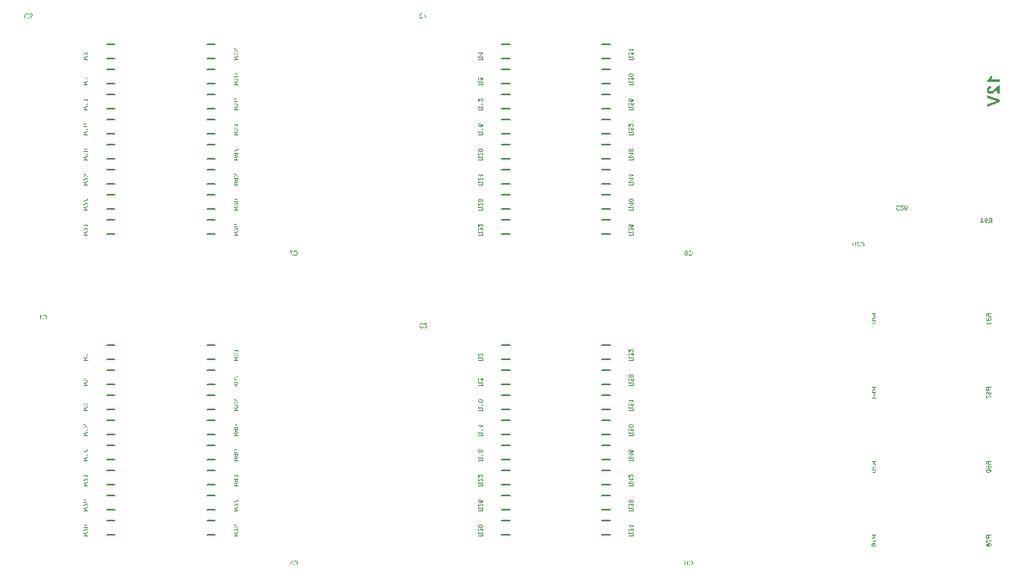
<source format=gbo>
%FSLAX43Y43*%
%MOMM*%
%SFA1B1*%

%IPPOS*%
%ADD77C,0.200000*%
%LNlp_led_cube_8x8x8-1*%
%LPD*%
G36*
X60241Y100411D02*
X60557D01*
Y100362*
X60241Y100140*
X60186*
Y100351*
X60070*
Y100411*
X60186*
Y100477*
X60241*
Y100411*
G37*
G36*
X60202Y100038D02*
X60216Y100029D01*
X60229Y100019*
X60240Y100010*
X60249Y100002*
X60257Y99995*
X60263Y99990*
X60266Y99986*
X60267Y99985*
X60272Y99980*
X60276Y99973*
X60284Y99960*
X60287Y99955*
X60290Y99951*
X60291Y99948*
X60292Y99946*
X60294Y99959*
X60296Y99971*
X60299Y99982*
X60303Y99991*
X60307Y100001*
X60310Y100009*
X60314Y100017*
X60318Y100024*
X60321Y100030*
X60324Y100035*
X60328Y100040*
X60330Y100043*
X60333Y100046*
X60335Y100048*
X60336Y100049*
X60343Y100055*
X60350Y100060*
X60365Y100069*
X60379Y100075*
X60393Y100079*
X60405Y100082*
X60410Y100083*
X60415*
X60419*
X60424*
X60439*
X60452Y100080*
X60465Y100077*
X60476Y100073*
X60485Y100069*
X60491Y100066*
X60496Y100063*
X60497*
X60509Y100054*
X60519Y100046*
X60527Y100037*
X60533Y100028*
X60538Y100020*
X60542Y100014*
X60543Y100010*
X60544Y100009*
Y100008*
X60546Y100002*
X60548Y99994*
X60551Y99979*
X60554Y99962*
X60556Y99947*
X60557Y99932*
Y99926*
Y99920*
Y99916*
Y99913*
Y99911*
Y99910*
Y99694*
X60070*
Y99759*
X60287*
Y99833*
Y99842*
X60286Y99849*
Y99855*
X60285Y99860*
X60284Y99864*
Y99867*
Y99868*
Y99869*
X60280Y99880*
X60275Y99889*
X60273Y99893*
X60272Y99896*
X60271Y99897*
X60270Y99898*
X60267Y99904*
X60261Y99909*
X60251Y99920*
X60246Y99924*
X60241Y99928*
X60238Y99930*
Y99931*
X60228Y99938*
X60218Y99945*
X60206Y99954*
X60195Y99961*
X60186Y99968*
X60178Y99973*
X60175Y99974*
X60173Y99976*
X60172Y99977*
X60171*
X60070Y100042*
Y100123*
X60202Y100038*
G37*
G36*
X100207Y69558D02*
X100221Y69548D01*
X100234Y69539*
X100245Y69530*
X100254Y69522*
X100262Y69515*
X100268Y69510*
X100271Y69506*
X100272Y69505*
X100277Y69500*
X100281Y69493*
X100289Y69480*
X100292Y69475*
X100295Y69471*
X100296Y69468*
X100297Y69466*
X100299Y69479*
X100301Y69491*
X100304Y69502*
X100308Y69511*
X100312Y69521*
X100315Y69529*
X100319Y69537*
X100323Y69544*
X100326Y69550*
X100329Y69555*
X100333Y69560*
X100335Y69563*
X100338Y69566*
X100340Y69568*
X100341Y69569*
X100348Y69575*
X100355Y69580*
X100370Y69589*
X100384Y69595*
X100398Y69599*
X100410Y69602*
X100415Y69603*
X100420*
X100424*
X100429*
X100444*
X100457Y69600*
X100470Y69597*
X100481Y69593*
X100490Y69589*
X100496Y69586*
X100501Y69583*
X100502*
X100514Y69574*
X100524Y69566*
X100532Y69557*
X100538Y69548*
X100543Y69540*
X100547Y69534*
X100548Y69530*
X100549Y69529*
Y69528*
X100551Y69522*
X100553Y69514*
X100556Y69499*
X100559Y69482*
X100561Y69467*
X100562Y69452*
Y69446*
Y69440*
Y69436*
Y69433*
Y69431*
Y69430*
Y69214*
X100075*
Y69279*
X100292*
Y69353*
Y69362*
X100291Y69369*
Y69375*
X100290Y69380*
X100289Y69384*
Y69387*
Y69388*
Y69389*
X100285Y69400*
X100280Y69409*
X100278Y69413*
X100277Y69416*
X100276Y69417*
X100275Y69418*
X100272Y69424*
X100266Y69429*
X100256Y69440*
X100251Y69444*
X100246Y69448*
X100243Y69450*
Y69451*
X100233Y69458*
X100223Y69465*
X100211Y69474*
X100200Y69481*
X100191Y69488*
X100183Y69493*
X100180Y69494*
X100178Y69496*
X100177Y69497*
X100176*
X100075Y69562*
Y69643*
X100207Y69558*
G37*
G36*
X60231Y100856D02*
X60247Y100853D01*
X60260Y100850*
X60271Y100845*
X60280Y100840*
X60287Y100836*
X60291Y100833*
X60292Y100832*
X60304Y100823*
X60313Y100812*
X60320Y100801*
X60325Y100790*
X60330Y100781*
X60332Y100773*
X60333Y100770*
Y100768*
X60334Y100766*
X60340Y100778*
X60347Y100788*
X60354Y100796*
X60361Y100804*
X60367Y100809*
X60371Y100813*
X60374Y100815*
X60376Y100816*
X60385Y100822*
X60396Y100826*
X60405Y100829*
X60414Y100831*
X60422Y100832*
X60427Y100833*
X60433*
X60445Y100832*
X60456Y100830*
X60467Y100827*
X60476Y100824*
X60484Y100821*
X60490Y100818*
X60493Y100816*
X60495Y100815*
X60505Y100808*
X60515Y100800*
X60523Y100791*
X60530Y100783*
X60535Y100775*
X60539Y100769*
X60541Y100765*
X60542Y100764*
X60548Y100751*
X60552Y100738*
X60555Y100726*
X60557Y100715*
X60559Y100705*
X60560Y100697*
Y100695*
Y100692*
Y100691*
Y100680*
X60558Y100670*
X60554Y100652*
X60549Y100634*
X60543Y100620*
X60537Y100609*
X60534Y100605*
X60531Y100601*
X60529Y100597*
X60528Y100595*
X60527Y100594*
X60526*
X60513Y100580*
X60498Y100570*
X60482Y100561*
X60468Y100555*
X60454Y100550*
X60448Y100548*
X60443Y100547*
X60439Y100546*
X60436Y100545*
X60434*
X60433*
X60423Y100605*
X60439Y100608*
X60452Y100612*
X60463Y100617*
X60472Y100622*
X60479Y100626*
X60485Y100630*
X60488Y100633*
Y100634*
X60496Y100643*
X60501Y100653*
X60505Y100663*
X60508Y100672*
X60509Y100680*
X60511Y100686*
Y100691*
Y100692*
X60510Y100705*
X60507Y100716*
X60504Y100726*
X60499Y100734*
X60496Y100741*
X60492Y100746*
X60489Y100749*
X60488*
X60480Y100757*
X60471Y100762*
X60462Y100766*
X60453Y100769*
X60445Y100770*
X60439Y100772*
X60434*
X60419Y100770*
X60407Y100766*
X60396Y100762*
X60388Y100756*
X60382Y100750*
X60376Y100746*
X60373Y100742*
Y100741*
X60366Y100729*
X60361Y100717*
X60358Y100706*
X60356Y100695*
X60354Y100686*
X60353Y100679*
Y100676*
Y100674*
Y100673*
Y100672*
Y100669*
X60354Y100666*
Y100663*
X60301Y100656*
X60304Y100665*
X60305Y100673*
X60306Y100680*
X60307Y100686*
Y100692*
Y100695*
Y100697*
Y100698*
X60306Y100713*
X60303Y100726*
X60299Y100738*
X60294Y100747*
X60289Y100755*
X60285Y100761*
X60282Y100764*
X60281Y100766*
X60270Y100775*
X60259Y100781*
X60247Y100786*
X60237Y100789*
X60227Y100792*
X60220*
X60217Y100793*
X60213*
X60198Y100792*
X60183Y100789*
X60171Y100784*
X60160Y100779*
X60152Y100773*
X60146Y100769*
X60142Y100766*
X60140Y100764*
X60131Y100753*
X60123Y100741*
X60119Y100729*
X60115Y100718*
X60113Y100708*
X60112Y100700*
Y100697*
Y100695*
Y100694*
Y100693*
Y100680*
X60115Y100669*
X60119Y100658*
X60123Y100650*
X60127Y100643*
X60130Y100637*
X60133Y100634*
X60134Y100633*
X60143Y100625*
X60155Y100617*
X60167Y100611*
X60179Y100607*
X60190Y100603*
X60199Y100601*
X60202Y100600*
X60205*
X60206Y100599*
X60207*
X60199Y100539*
X60188Y100540*
X60178Y100542*
X60158Y100549*
X60141Y100557*
X60126Y100565*
X60120Y100569*
X60115Y100574*
X60111Y100577*
X60106Y100580*
X60103Y100583*
X60101Y100586*
X60100*
Y100587*
X60093Y100595*
X60087Y100604*
X60082Y100612*
X60078Y100621*
X60071Y100639*
X60066Y100656*
X60065Y100663*
X60064Y100671*
X60063Y100677*
Y100683*
X60062Y100687*
Y100690*
Y100692*
Y100693*
X60063Y100706*
X60064Y100718*
X60066Y100730*
X60069Y100741*
X60072Y100752*
X60076Y100761*
X60080Y100770*
X60084Y100778*
X60088Y100785*
X60092Y100792*
X60095Y100798*
X60099Y100802*
X60102Y100806*
X60103Y100808*
X60105Y100809*
X60106Y100810*
X60115Y100818*
X60123Y100826*
X60132Y100832*
X60141Y100837*
X60150Y100842*
X60160Y100846*
X60177Y100851*
X60184Y100853*
X60192Y100855*
X60198*
X60203Y100856*
X60208Y100857*
X60214*
X60231Y100856*
G37*
G36*
X100207Y100038D02*
X100221Y100029D01*
X100234Y100019*
X100245Y100010*
X100254Y100002*
X100262Y99995*
X100268Y99990*
X100271Y99986*
X100272Y99985*
X100277Y99980*
X100281Y99973*
X100289Y99960*
X100292Y99955*
X100295Y99951*
X100296Y99948*
X100297Y99946*
X100299Y99959*
X100301Y99971*
X100304Y99982*
X100308Y99991*
X100312Y100001*
X100315Y100009*
X100319Y100017*
X100323Y100024*
X100326Y100030*
X100329Y100035*
X100333Y100040*
X100335Y100043*
X100338Y100046*
X100340Y100048*
X100341Y100049*
X100348Y100055*
X100355Y100060*
X100370Y100069*
X100384Y100075*
X100398Y100079*
X100410Y100082*
X100415Y100083*
X100420*
X100424*
X100429*
X100444*
X100457Y100080*
X100470Y100077*
X100481Y100073*
X100490Y100069*
X100496Y100066*
X100501Y100063*
X100502*
X100514Y100054*
X100524Y100046*
X100532Y100037*
X100538Y100028*
X100543Y100020*
X100547Y100014*
X100548Y100010*
X100549Y100009*
Y100008*
X100551Y100002*
X100553Y99994*
X100556Y99979*
X100559Y99962*
X100561Y99947*
X100562Y99932*
Y99926*
Y99920*
Y99916*
Y99913*
Y99911*
Y99910*
Y99694*
X100075*
Y99759*
X100292*
Y99833*
Y99842*
X100291Y99849*
Y99855*
X100290Y99860*
X100289Y99864*
Y99867*
Y99868*
Y99869*
X100285Y99880*
X100280Y99889*
X100278Y99893*
X100277Y99896*
X100276Y99897*
X100275Y99898*
X100272Y99904*
X100266Y99909*
X100256Y99920*
X100251Y99924*
X100246Y99928*
X100243Y99930*
Y99931*
X100233Y99938*
X100223Y99945*
X100211Y99954*
X100200Y99961*
X100191Y99968*
X100183Y99973*
X100180Y99974*
X100178Y99976*
X100177Y99977*
X100176*
X100075Y100042*
Y100123*
X100207Y100038*
G37*
G36*
X60247Y72920D02*
X60260Y72918D01*
X60271Y72916*
X60282Y72914*
X60292Y72910*
X60301Y72907*
X60310Y72903*
X60318Y72898*
X60324Y72894*
X60330Y72890*
X60336Y72887*
X60340Y72883*
X60344Y72881*
X60346Y72878*
X60347Y72877*
X60348Y72876*
X60356Y72868*
X60363Y72859*
X60369Y72850*
X60374Y72841*
X60379Y72832*
X60382Y72823*
X60387Y72806*
X60389Y72798*
X60390Y72791*
X60391Y72785*
X60392Y72779*
X60393Y72775*
Y72772*
Y72769*
X60391Y72751*
X60387Y72734*
X60383Y72718*
X60377Y72705*
X60371Y72693*
X60369Y72689*
X60367Y72684*
X60364Y72681*
X60363Y72679*
X60362Y72677*
X60361*
X60493Y72703*
Y72898*
X60550*
Y72656*
X60300Y72608*
X60292Y72665*
X60299Y72670*
X60306Y72676*
X60312Y72682*
X60317Y72687*
X60321Y72692*
X60324Y72697*
X60325Y72700*
X60326*
X60330Y72709*
X60334Y72718*
X60336Y72727*
X60338Y72735*
X60339Y72743*
X60340Y72748*
Y72752*
Y72753*
X60338Y72769*
X60336Y72784*
X60330Y72798*
X60325Y72808*
X60320Y72817*
X60315Y72823*
X60312Y72826*
X60310Y72828*
X60298Y72838*
X60285Y72845*
X60272Y72850*
X60259Y72853*
X60247Y72855*
X60242Y72856*
X60238*
X60235Y72857*
X60229*
X60210Y72855*
X60193Y72852*
X60178Y72847*
X60166Y72842*
X60156Y72837*
X60149Y72832*
X60144Y72829*
X60143Y72827*
X60137Y72821*
X60132Y72815*
X60124Y72803*
X60119Y72791*
X60115Y72780*
X60112Y72769*
Y72761*
X60111Y72758*
Y72756*
Y72755*
Y72754*
X60112Y72741*
X60115Y72729*
X60118Y72719*
X60122Y72710*
X60126Y72703*
X60129Y72697*
X60132Y72694*
X60133Y72693*
X60143Y72684*
X60154Y72677*
X60165Y72671*
X60176Y72668*
X60186Y72665*
X60195Y72663*
X60198Y72662*
X60200Y72661*
X60202*
X60198Y72598*
X60186Y72600*
X60175Y72602*
X60156Y72608*
X60139Y72616*
X60125Y72624*
X60119Y72628*
X60114Y72632*
X60109Y72636*
X60106Y72639*
X60103Y72642*
X60100Y72644*
Y72645*
X60099*
X60092Y72654*
X60087Y72663*
X60082Y72671*
X60077Y72680*
X60071Y72698*
X60066Y72715*
X60065Y72723*
X60064Y72731*
X60063Y72737*
Y72743*
X60062Y72747*
Y72751*
Y72753*
Y72754*
X60063Y72769*
X60064Y72783*
X60067Y72795*
X60071Y72808*
X60075Y72819*
X60080Y72830*
X60086Y72840*
X60092Y72848*
X60097Y72856*
X60102Y72863*
X60107Y72869*
X60112Y72873*
X60115Y72877*
X60118Y72880*
X60120Y72881*
Y72882*
X60129Y72889*
X60139Y72895*
X60149Y72900*
X60159Y72904*
X60178Y72911*
X60195Y72916*
X60203Y72918*
X60211*
X60218Y72919*
X60224Y72920*
X60228Y72921*
X60235*
X60247Y72920*
G37*
G36*
X100246Y100789D02*
X100562D01*
Y100741*
X100246Y100518*
X100191*
Y100729*
X100075*
Y100789*
X100191*
Y100855*
X100246*
Y100789*
G37*
G36*
Y100411D02*
X100562D01*
Y100362*
X100246Y100140*
X100191*
Y100351*
X100075*
Y100411*
X100191*
Y100477*
X100246*
Y100411*
G37*
G36*
Y69931D02*
X100562D01*
Y69882*
X100246Y69660*
X100191*
Y69871*
X100075*
Y69931*
X100191*
Y69997*
X100246*
Y69931*
G37*
G36*
Y97871D02*
X100562D01*
Y97822*
X100246Y97600*
X100191*
Y97811*
X100075*
Y97871*
X100191*
Y97937*
X100246*
Y97871*
G37*
G36*
X100207Y97498D02*
X100221Y97489D01*
X100234Y97479*
X100245Y97470*
X100254Y97462*
X100262Y97455*
X100268Y97450*
X100271Y97446*
X100272Y97445*
X100277Y97440*
X100281Y97433*
X100289Y97420*
X100292Y97415*
X100295Y97411*
X100296Y97408*
X100297Y97406*
X100299Y97419*
X100301Y97431*
X100304Y97442*
X100308Y97451*
X100312Y97461*
X100315Y97469*
X100319Y97477*
X100323Y97484*
X100326Y97490*
X100329Y97495*
X100333Y97500*
X100335Y97503*
X100338Y97506*
X100340Y97508*
X100341Y97509*
X100348Y97515*
X100355Y97520*
X100370Y97529*
X100384Y97535*
X100398Y97539*
X100410Y97542*
X100415Y97543*
X100420*
X100424*
X100429*
X100444*
X100457Y97540*
X100470Y97537*
X100481Y97533*
X100490Y97529*
X100496Y97526*
X100501Y97523*
X100502*
X100514Y97514*
X100524Y97506*
X100532Y97497*
X100538Y97488*
X100543Y97480*
X100547Y97474*
X100548Y97470*
X100549Y97469*
Y97468*
X100551Y97462*
X100553Y97454*
X100556Y97439*
X100559Y97422*
X100561Y97407*
X100562Y97392*
Y97386*
Y97380*
Y97376*
Y97373*
Y97371*
Y97370*
Y97154*
X100075*
Y97219*
X100292*
Y97293*
Y97302*
X100291Y97309*
Y97315*
X100290Y97320*
X100289Y97324*
Y97327*
Y97328*
Y97329*
X100285Y97340*
X100280Y97349*
X100278Y97353*
X100277Y97356*
X100276Y97357*
X100275Y97358*
X100272Y97364*
X100266Y97369*
X100256Y97380*
X100251Y97384*
X100246Y97388*
X100243Y97390*
Y97391*
X100233Y97398*
X100223Y97405*
X100211Y97414*
X100200Y97421*
X100191Y97428*
X100183Y97433*
X100180Y97434*
X100178Y97436*
X100177Y97437*
X100176*
X100075Y97502*
Y97583*
X100207Y97498*
G37*
G36*
X60202D02*
X60216Y97489D01*
X60229Y97479*
X60240Y97470*
X60249Y97462*
X60257Y97455*
X60263Y97450*
X60266Y97446*
X60267Y97445*
X60272Y97440*
X60276Y97433*
X60284Y97420*
X60287Y97415*
X60290Y97411*
X60291Y97408*
X60292Y97406*
X60294Y97419*
X60296Y97431*
X60299Y97442*
X60303Y97451*
X60307Y97461*
X60310Y97469*
X60314Y97477*
X60318Y97484*
X60321Y97490*
X60324Y97495*
X60328Y97500*
X60330Y97503*
X60333Y97506*
X60335Y97508*
X60336Y97509*
X60343Y97515*
X60350Y97520*
X60365Y97529*
X60379Y97535*
X60393Y97539*
X60405Y97542*
X60410Y97543*
X60415*
X60419*
X60424*
X60439*
X60452Y97540*
X60465Y97537*
X60476Y97533*
X60485Y97529*
X60491Y97526*
X60496Y97523*
X60497*
X60509Y97514*
X60519Y97506*
X60527Y97497*
X60533Y97488*
X60538Y97480*
X60542Y97474*
X60543Y97470*
X60544Y97469*
Y97468*
X60546Y97462*
X60548Y97454*
X60551Y97439*
X60554Y97422*
X60556Y97407*
X60557Y97392*
Y97386*
Y97380*
Y97376*
Y97373*
Y97371*
Y97370*
Y97154*
X60070*
Y97219*
X60287*
Y97293*
Y97302*
X60286Y97309*
Y97315*
X60285Y97320*
X60284Y97324*
Y97327*
Y97328*
Y97329*
X60280Y97340*
X60275Y97349*
X60273Y97353*
X60272Y97356*
X60271Y97357*
X60270Y97358*
X60267Y97364*
X60261Y97369*
X60251Y97380*
X60246Y97384*
X60241Y97388*
X60238Y97390*
Y97391*
X60228Y97398*
X60218Y97405*
X60206Y97414*
X60195Y97421*
X60186Y97428*
X60178Y97433*
X60175Y97434*
X60173Y97436*
X60172Y97437*
X60171*
X60070Y97502*
Y97583*
X60202Y97498*
G37*
G36*
X100341Y98315D02*
X100352D01*
X100364Y98314*
X100374Y98313*
X100384Y98312*
X100392Y98311*
X100400Y98310*
X100407Y98309*
X100413Y98308*
X100418Y98307*
X100422Y98306*
X100426Y98305*
X100428*
X100430Y98304*
X100446Y98300*
X100460Y98295*
X100473Y98290*
X100483Y98285*
X100491Y98281*
X100498Y98277*
X100501Y98275*
X100503Y98274*
X100513Y98267*
X100522Y98258*
X100530Y98250*
X100537Y98243*
X100542Y98235*
X100545Y98230*
X100547Y98226*
X100548Y98225*
X100553Y98214*
X100558Y98202*
X100561Y98190*
X100562Y98180*
X100564Y98171*
X100565Y98163*
Y98160*
Y98158*
Y98157*
X100563Y98137*
X100560Y98120*
X100556Y98105*
X100550Y98092*
X100544Y98082*
X100540Y98074*
X100539Y98071*
X100537Y98069*
X100536Y98068*
X100524Y98055*
X100511Y98045*
X100498Y98036*
X100484Y98028*
X100473Y98023*
X100467Y98020*
X100463Y98019*
X100459Y98017*
X100456Y98016*
X100455Y98015*
X100454*
X100444Y98012*
X100433Y98009*
X100410Y98005*
X100387Y98002*
X100365Y98000*
X100355*
X100345Y97999*
X100337*
X100329Y97998*
X100315*
X100291Y97999*
X100267Y98000*
X100246Y98002*
X100226Y98005*
X100209Y98009*
X100192Y98013*
X100177Y98017*
X100165Y98022*
X100153Y98026*
X100143Y98031*
X100135Y98034*
X100128Y98038*
X100123Y98041*
X100119Y98043*
X100117Y98045*
Y98046*
X100108Y98054*
X100100Y98062*
X100094Y98071*
X100088Y98080*
X100083Y98089*
X100079Y98099*
X100073Y98117*
X100071Y98125*
X100070Y98132*
X100068Y98139*
Y98145*
X100067Y98150*
Y98154*
Y98156*
Y98157*
X100068Y98176*
X100071Y98193*
X100076Y98208*
X100081Y98221*
X100086Y98231*
X100091Y98239*
X100093Y98241*
X100094Y98244*
X100095*
Y98245*
X100107Y98258*
X100120Y98268*
X100134Y98277*
X100147Y98284*
X100159Y98290*
X100163Y98292*
X100168Y98295*
X100171Y98296*
X100174Y98297*
X100176Y98298*
X100177*
X100187Y98301*
X100197Y98304*
X100220Y98308*
X100243Y98311*
X100266Y98313*
X100276Y98314*
X100286Y98315*
X100294*
X100301*
X100315*
X100341*
G37*
G36*
X60202Y69558D02*
X60216Y69548D01*
X60229Y69539*
X60240Y69530*
X60249Y69522*
X60257Y69515*
X60263Y69510*
X60266Y69506*
X60267Y69505*
X60272Y69500*
X60276Y69493*
X60284Y69480*
X60287Y69475*
X60290Y69471*
X60291Y69468*
X60292Y69466*
X60294Y69479*
X60296Y69491*
X60299Y69502*
X60303Y69511*
X60307Y69521*
X60310Y69529*
X60314Y69537*
X60318Y69544*
X60321Y69550*
X60324Y69555*
X60328Y69560*
X60330Y69563*
X60333Y69566*
X60335Y69568*
X60336Y69569*
X60343Y69575*
X60350Y69580*
X60365Y69589*
X60379Y69595*
X60393Y69599*
X60405Y69602*
X60410Y69603*
X60415*
X60419*
X60424*
X60439*
X60452Y69600*
X60465Y69597*
X60476Y69593*
X60485Y69589*
X60491Y69586*
X60496Y69583*
X60497*
X60509Y69574*
X60519Y69566*
X60527Y69557*
X60533Y69548*
X60538Y69540*
X60542Y69534*
X60543Y69530*
X60544Y69529*
Y69528*
X60546Y69522*
X60548Y69514*
X60551Y69499*
X60554Y69482*
X60556Y69467*
X60557Y69452*
Y69446*
Y69440*
Y69436*
Y69433*
Y69431*
Y69430*
Y69214*
X60070*
Y69279*
X60287*
Y69353*
Y69362*
X60286Y69369*
Y69375*
X60285Y69380*
X60284Y69384*
Y69387*
Y69388*
Y69389*
X60280Y69400*
X60275Y69409*
X60273Y69413*
X60272Y69416*
X60271Y69417*
X60270Y69418*
X60267Y69424*
X60261Y69429*
X60251Y69440*
X60246Y69444*
X60241Y69448*
X60238Y69450*
Y69451*
X60228Y69458*
X60218Y69465*
X60206Y69474*
X60195Y69481*
X60186Y69488*
X60178Y69493*
X60175Y69494*
X60173Y69496*
X60172Y69497*
X60171*
X60070Y69562*
Y69643*
X60202Y69558*
G37*
G36*
X100132Y70133D02*
X100144Y70141D01*
X100154Y70149*
X100158Y70153*
X100161Y70156*
X100163Y70157*
X100164Y70158*
X100168Y70162*
X100171Y70166*
X100180Y70175*
X100191Y70187*
X100201Y70198*
X100211Y70209*
X100218Y70218*
X100221Y70222*
X100223Y70225*
X100225Y70226*
X100226Y70227*
X100236Y70239*
X100245Y70249*
X100254Y70260*
X100262Y70269*
X100270Y70277*
X100277Y70284*
X100283Y70292*
X100289Y70298*
X100295Y70303*
X100299Y70307*
X100306Y70314*
X100310Y70318*
X100312Y70319*
X100323Y70329*
X100334Y70338*
X100344Y70344*
X100353Y70350*
X100361Y70354*
X100366Y70357*
X100369Y70358*
X100371Y70359*
X100381Y70364*
X100392Y70367*
X100401Y70369*
X100410Y70370*
X100418Y70371*
X100424Y70372*
X100429*
X100439Y70371*
X100450Y70370*
X100468Y70365*
X100484Y70358*
X100498Y70351*
X100510Y70344*
X100514Y70340*
X100519Y70337*
X100521Y70334*
X100524Y70332*
Y70331*
X100525Y70330*
X100532Y70322*
X100539Y70314*
X100544Y70305*
X100548Y70295*
X100555Y70277*
X100559Y70259*
X100562Y70251*
Y70243*
X100563Y70237*
X100564Y70231*
X100565Y70226*
Y70222*
Y70220*
Y70219*
X100564Y70206*
X100563Y70195*
X100559Y70172*
X100556Y70163*
X100553Y70153*
X100550Y70145*
X100547Y70137*
X100543Y70131*
X100540Y70125*
X100536Y70120*
X100534Y70115*
X100532Y70112*
X100530Y70110*
X100529Y70108*
X100528*
X100521Y70100*
X100513Y70094*
X100496Y70083*
X100479Y70075*
X100462Y70069*
X100447Y70065*
X100441Y70064*
X100435Y70062*
X100430*
X100427Y70061*
X100424*
X100417Y70123*
X100433Y70124*
X100447Y70127*
X100459Y70131*
X100470Y70136*
X100478Y70140*
X100484Y70145*
X100487Y70148*
X100488Y70149*
X100497Y70159*
X100504Y70170*
X100508Y70182*
X100512Y70193*
X100513Y70203*
X100514Y70210*
X100515Y70213*
Y70215*
Y70217*
X100514Y70232*
X100511Y70246*
X100507Y70257*
X100503Y70266*
X100498Y70274*
X100494Y70280*
X100491Y70283*
X100490Y70284*
X100481Y70293*
X100470Y70299*
X100461Y70304*
X100451Y70307*
X100443Y70309*
X100436*
X100432Y70310*
X100430*
X100418Y70309*
X100404Y70306*
X100392Y70301*
X100381Y70296*
X100372Y70291*
X100364Y70286*
X100361Y70285*
X100359Y70284*
X100358Y70282*
X100350Y70276*
X100342Y70269*
X100334Y70262*
X100326Y70253*
X100309Y70235*
X100292Y70217*
X100277Y70201*
X100271Y70194*
X100266Y70187*
X100260Y70182*
X100257Y70178*
X100255Y70175*
X100254Y70174*
X100239Y70157*
X100225Y70140*
X100212Y70127*
X100202Y70116*
X100193Y70107*
X100186Y70101*
X100182Y70097*
X100181Y70096*
X100180*
X100168Y70086*
X100157Y70079*
X100146Y70071*
X100137Y70066*
X100128Y70062*
X100122Y70059*
X100117Y70057*
X100116*
X100108Y70054*
X100101Y70052*
X100094Y70051*
X100088*
X100083Y70050*
X100075*
Y70372*
X100132*
Y70133*
G37*
G36*
X60560Y70244D02*
X60548Y70238D01*
X60536Y70229*
X60525Y70220*
X60514Y70212*
X60506Y70203*
X60499Y70197*
X60495Y70192*
X60494*
X60493Y70191*
X60482Y70177*
X60471Y70162*
X60461Y70147*
X60453Y70134*
X60446Y70122*
X60444Y70117*
X60442Y70112*
X60439Y70109*
X60438Y70106*
X60437Y70105*
Y70104*
X60379*
X60383Y70114*
X60388Y70126*
X60393Y70136*
X60398Y70146*
X60402Y70154*
X60406Y70160*
X60409Y70165*
X60410Y70166*
X60417Y70179*
X60425Y70190*
X60432Y70200*
X60439Y70208*
X60444Y70215*
X60448Y70220*
X60450Y70223*
X60451*
X60070*
Y70284*
X60560*
Y70244*
G37*
G36*
X60241Y69931D02*
X60557D01*
Y69882*
X60241Y69660*
X60186*
Y69871*
X60070*
Y69931*
X60186*
Y69997*
X60241*
Y69931*
G37*
G36*
Y72471D02*
X60557D01*
Y72422*
X60241Y72200*
X60186*
Y72411*
X60070*
Y72471*
X60186*
Y72537*
X60241*
Y72471*
G37*
G36*
Y75011D02*
X60557D01*
Y74962*
X60241Y74740*
X60186*
Y74951*
X60070*
Y75011*
X60186*
Y75077*
X60241*
Y75011*
G37*
G36*
X60202Y74638D02*
X60216Y74629D01*
X60229Y74619*
X60240Y74610*
X60249Y74602*
X60257Y74595*
X60263Y74590*
X60266Y74586*
X60267Y74585*
X60272Y74580*
X60276Y74573*
X60284Y74560*
X60287Y74555*
X60290Y74551*
X60291Y74548*
X60292Y74546*
X60294Y74559*
X60296Y74571*
X60299Y74582*
X60303Y74591*
X60307Y74601*
X60310Y74609*
X60314Y74617*
X60318Y74624*
X60321Y74630*
X60324Y74635*
X60328Y74640*
X60330Y74643*
X60333Y74646*
X60335Y74648*
X60336Y74649*
X60343Y74655*
X60350Y74660*
X60365Y74669*
X60379Y74675*
X60393Y74679*
X60405Y74682*
X60410Y74683*
X60415*
X60419*
X60424*
X60439*
X60452Y74680*
X60465Y74677*
X60476Y74673*
X60485Y74669*
X60491Y74666*
X60496Y74663*
X60497*
X60509Y74654*
X60519Y74646*
X60527Y74637*
X60533Y74628*
X60538Y74620*
X60542Y74614*
X60543Y74610*
X60544Y74609*
Y74608*
X60546Y74602*
X60548Y74594*
X60551Y74579*
X60554Y74562*
X60556Y74547*
X60557Y74532*
Y74526*
Y74520*
Y74516*
Y74513*
Y74511*
Y74510*
Y74294*
X60070*
Y74359*
X60287*
Y74433*
Y74442*
X60286Y74449*
Y74455*
X60285Y74460*
X60284Y74464*
Y74467*
Y74468*
Y74469*
X60280Y74480*
X60275Y74489*
X60273Y74493*
X60272Y74496*
X60271Y74497*
X60270Y74498*
X60267Y74504*
X60261Y74509*
X60251Y74520*
X60246Y74524*
X60241Y74528*
X60238Y74530*
Y74531*
X60228Y74538*
X60218Y74545*
X60206Y74554*
X60195Y74561*
X60186Y74568*
X60178Y74573*
X60175Y74574*
X60173Y74576*
X60172Y74577*
X60171*
X60070Y74642*
Y74723*
X60202Y74638*
G37*
G36*
X100207Y102578D02*
X100221Y102569D01*
X100234Y102559*
X100245Y102550*
X100254Y102542*
X100262Y102535*
X100268Y102530*
X100271Y102526*
X100272Y102525*
X100277Y102520*
X100281Y102513*
X100289Y102500*
X100292Y102495*
X100295Y102491*
X100296Y102488*
X100297Y102486*
X100299Y102499*
X100301Y102511*
X100304Y102522*
X100308Y102531*
X100312Y102541*
X100315Y102549*
X100319Y102557*
X100323Y102564*
X100326Y102570*
X100329Y102575*
X100333Y102580*
X100335Y102583*
X100338Y102586*
X100340Y102588*
X100341Y102589*
X100348Y102595*
X100355Y102600*
X100370Y102609*
X100384Y102615*
X100398Y102619*
X100410Y102622*
X100415Y102623*
X100420*
X100424*
X100429*
X100444*
X100457Y102620*
X100470Y102617*
X100481Y102613*
X100490Y102609*
X100496Y102606*
X100501Y102603*
X100502*
X100514Y102594*
X100524Y102586*
X100532Y102577*
X100538Y102568*
X100543Y102560*
X100547Y102554*
X100548Y102550*
X100549Y102549*
Y102548*
X100551Y102542*
X100553Y102534*
X100556Y102519*
X100559Y102502*
X100561Y102487*
X100562Y102472*
Y102466*
Y102460*
Y102456*
Y102453*
Y102451*
Y102450*
Y102234*
X100075*
Y102299*
X100292*
Y102373*
Y102382*
X100291Y102389*
Y102395*
X100290Y102400*
X100289Y102404*
Y102407*
Y102408*
Y102409*
X100285Y102420*
X100280Y102429*
X100278Y102433*
X100277Y102436*
X100276Y102437*
X100275Y102438*
X100272Y102444*
X100266Y102449*
X100256Y102460*
X100251Y102464*
X100246Y102468*
X100243Y102470*
Y102471*
X100233Y102478*
X100223Y102485*
X100211Y102494*
X100200Y102501*
X100191Y102508*
X100183Y102513*
X100180Y102514*
X100178Y102516*
X100177Y102517*
X100176*
X100075Y102582*
Y102663*
X100207Y102578*
G37*
G36*
X60356Y75458D02*
X60370Y75456D01*
X60383Y75455*
X60395Y75454*
X60406Y75452*
X60416Y75450*
X60425Y75448*
X60433Y75446*
X60441Y75444*
X60447Y75443*
X60451Y75441*
X60455Y75440*
X60458Y75438*
X60459*
X60460*
X60477Y75430*
X60492Y75420*
X60504Y75409*
X60515Y75400*
X60523Y75391*
X60529Y75384*
X60531Y75381*
X60532Y75379*
X60534Y75378*
X60542Y75363*
X60548Y75347*
X60553Y75333*
X60557Y75320*
X60558Y75308*
X60559Y75303*
Y75299*
X60560Y75295*
Y75293*
Y75292*
Y75291*
X60559Y75279*
X60557Y75267*
X60555Y75256*
X60553Y75246*
X60545Y75227*
X60541Y75219*
X60537Y75211*
X60533Y75204*
X60528Y75198*
X60525Y75193*
X60522Y75189*
X60519Y75186*
X60516Y75183*
X60515Y75182*
X60514Y75181*
X60505Y75174*
X60496Y75167*
X60487Y75161*
X60476Y75157*
X60467Y75152*
X60456Y75148*
X60438Y75143*
X60429Y75142*
X60421Y75140*
X60413*
X60407Y75139*
X60402Y75138*
X60395*
X60382Y75139*
X60369Y75140*
X60358Y75142*
X60347Y75145*
X60336Y75148*
X60327Y75151*
X60318Y75155*
X60310Y75159*
X60303Y75163*
X60297Y75166*
X60292Y75170*
X60287Y75173*
X60284Y75176*
X60281Y75178*
X60280Y75179*
X60279Y75180*
X60272Y75188*
X60265Y75196*
X60259Y75205*
X60254Y75213*
X60249Y75222*
X60246Y75230*
X60241Y75246*
X60238Y75260*
X60237Y75266*
X60236Y75272*
X60235Y75276*
Y75279*
Y75281*
Y75282*
X60236Y75295*
X60238Y75308*
X60241Y75319*
X60244Y75329*
X60247Y75337*
X60249Y75343*
X60252Y75347*
Y75349*
X60260Y75360*
X60267Y75369*
X60275Y75378*
X60283Y75385*
X60289Y75391*
X60295Y75395*
X60298Y75398*
X60299*
X60273*
X60260Y75397*
X60248Y75395*
X60237Y75394*
X60227Y75392*
X60220Y75391*
X60218Y75390*
X60215*
Y75389*
X60214*
X60201Y75386*
X60190Y75382*
X60181Y75378*
X60172Y75375*
X60166Y75372*
X60160Y75369*
X60158Y75368*
X60157Y75367*
X60149Y75362*
X60143Y75356*
X60137Y75351*
X60132Y75345*
X60129Y75341*
X60126Y75337*
X60124Y75334*
X60123Y75333*
X60119Y75325*
X60116Y75317*
X60114Y75309*
X60112Y75301*
Y75295*
X60111Y75289*
Y75286*
Y75285*
X60112Y75273*
X60114Y75263*
X60117Y75254*
X60120Y75246*
X60123Y75240*
X60126Y75235*
X60128Y75232*
X60129Y75231*
X60136Y75224*
X60146Y75218*
X60155Y75214*
X60165Y75210*
X60173Y75207*
X60181Y75206*
X60183Y75205*
X60186Y75204*
X60187*
X60183Y75147*
X60162Y75151*
X60144Y75157*
X60129Y75163*
X60116Y75171*
X60106Y75178*
X60099Y75184*
X60094Y75188*
Y75189*
X60093Y75190*
X60083Y75205*
X60075Y75220*
X60069Y75235*
X60066Y75250*
X60063Y75263*
Y75269*
Y75274*
X60062Y75278*
Y75281*
Y75283*
X60063Y75303*
X60066Y75321*
X60071Y75337*
X60076Y75351*
X60081Y75362*
X60083Y75366*
X60086Y75370*
X60088Y75374*
X60089Y75376*
X60090Y75377*
Y75378*
X60102Y75392*
X60115Y75404*
X60129Y75414*
X60143Y75423*
X60155Y75430*
X60160Y75432*
X60166Y75434*
X60169Y75435*
X60172Y75437*
X60174Y75438*
X60175*
X60186Y75441*
X60197Y75444*
X60221Y75450*
X60247Y75453*
X60270Y75456*
X60281Y75457*
X60291Y75458*
X60301*
X60308*
X60340*
X60356*
G37*
G36*
X100207Y74638D02*
X100221Y74629D01*
X100234Y74619*
X100245Y74610*
X100254Y74602*
X100262Y74595*
X100268Y74590*
X100271Y74586*
X100272Y74585*
X100277Y74580*
X100281Y74573*
X100289Y74560*
X100292Y74555*
X100295Y74551*
X100296Y74548*
X100297Y74546*
X100299Y74559*
X100301Y74571*
X100304Y74582*
X100308Y74591*
X100312Y74601*
X100315Y74609*
X100319Y74617*
X100323Y74624*
X100326Y74630*
X100329Y74635*
X100333Y74640*
X100335Y74643*
X100338Y74646*
X100340Y74648*
X100341Y74649*
X100348Y74655*
X100355Y74660*
X100370Y74669*
X100384Y74675*
X100398Y74679*
X100410Y74682*
X100415Y74683*
X100420*
X100424*
X100429*
X100444*
X100457Y74680*
X100470Y74677*
X100481Y74673*
X100490Y74669*
X100496Y74666*
X100501Y74663*
X100502*
X100514Y74654*
X100524Y74646*
X100532Y74637*
X100538Y74628*
X100543Y74620*
X100547Y74614*
X100548Y74610*
X100549Y74609*
Y74608*
X100551Y74602*
X100553Y74594*
X100556Y74579*
X100559Y74562*
X100561Y74547*
X100562Y74532*
Y74526*
Y74520*
Y74516*
Y74513*
Y74511*
Y74510*
Y74294*
X100075*
Y74359*
X100292*
Y74433*
Y74442*
X100291Y74449*
Y74455*
X100290Y74460*
X100289Y74464*
Y74467*
Y74468*
Y74469*
X100285Y74480*
X100280Y74489*
X100278Y74493*
X100277Y74496*
X100276Y74497*
X100275Y74498*
X100272Y74504*
X100266Y74509*
X100256Y74520*
X100251Y74524*
X100246Y74528*
X100243Y74530*
Y74531*
X100233Y74538*
X100223Y74545*
X100211Y74554*
X100200Y74561*
X100191Y74568*
X100183Y74573*
X100180Y74574*
X100178Y74576*
X100177Y74577*
X100176*
X100075Y74642*
Y74723*
X100207Y74638*
G37*
G36*
X60560Y105804D02*
X60548Y105798D01*
X60536Y105789*
X60525Y105780*
X60514Y105772*
X60506Y105763*
X60499Y105757*
X60495Y105752*
X60494*
X60493Y105751*
X60482Y105737*
X60471Y105722*
X60461Y105707*
X60453Y105694*
X60446Y105682*
X60444Y105677*
X60442Y105672*
X60439Y105669*
X60438Y105666*
X60437Y105665*
Y105664*
X60379*
X60383Y105674*
X60388Y105686*
X60393Y105696*
X60398Y105706*
X60402Y105714*
X60406Y105720*
X60409Y105725*
X60410Y105726*
X60417Y105739*
X60425Y105750*
X60432Y105760*
X60439Y105768*
X60444Y105775*
X60448Y105780*
X60450Y105783*
X60451*
X60070*
Y105843*
X60560*
Y105804*
G37*
G36*
X100341Y75455D02*
X100352D01*
X100364Y75454*
X100374Y75453*
X100384Y75452*
X100392Y75451*
X100400Y75450*
X100407Y75449*
X100413Y75448*
X100418Y75447*
X100422Y75446*
X100426Y75445*
X100428*
X100430Y75444*
X100446Y75440*
X100460Y75435*
X100473Y75430*
X100483Y75425*
X100491Y75421*
X100498Y75417*
X100501Y75415*
X100503Y75414*
X100513Y75407*
X100522Y75398*
X100530Y75390*
X100537Y75383*
X100542Y75375*
X100545Y75370*
X100547Y75366*
X100548Y75365*
X100553Y75354*
X100558Y75342*
X100561Y75330*
X100562Y75320*
X100564Y75311*
X100565Y75303*
Y75300*
Y75298*
Y75297*
X100563Y75277*
X100560Y75260*
X100556Y75245*
X100550Y75232*
X100544Y75222*
X100540Y75214*
X100539Y75211*
X100537Y75209*
X100536Y75208*
X100524Y75195*
X100511Y75185*
X100498Y75176*
X100484Y75168*
X100473Y75163*
X100467Y75160*
X100463Y75159*
X100459Y75157*
X100456Y75156*
X100455Y75155*
X100454*
X100444Y75152*
X100433Y75149*
X100410Y75145*
X100387Y75142*
X100365Y75140*
X100355*
X100345Y75139*
X100337*
X100329Y75138*
X100315*
X100291Y75139*
X100267Y75140*
X100246Y75142*
X100226Y75145*
X100209Y75149*
X100192Y75153*
X100177Y75157*
X100165Y75162*
X100153Y75166*
X100143Y75171*
X100135Y75174*
X100128Y75178*
X100123Y75181*
X100119Y75183*
X100117Y75185*
Y75186*
X100108Y75194*
X100100Y75202*
X100094Y75211*
X100088Y75220*
X100083Y75229*
X100079Y75239*
X100073Y75257*
X100071Y75265*
X100070Y75272*
X100068Y75279*
Y75285*
X100067Y75290*
Y75294*
Y75296*
Y75297*
X100068Y75316*
X100071Y75333*
X100076Y75348*
X100081Y75361*
X100086Y75371*
X100091Y75379*
X100093Y75381*
X100094Y75384*
X100095*
Y75385*
X100107Y75398*
X100120Y75408*
X100134Y75417*
X100147Y75424*
X100159Y75430*
X100163Y75432*
X100168Y75435*
X100171Y75436*
X100174Y75437*
X100176Y75438*
X100177*
X100187Y75441*
X100197Y75444*
X100220Y75448*
X100243Y75451*
X100266Y75453*
X100276Y75454*
X100286Y75455*
X100294*
X100301*
X100315*
X100341*
G37*
G36*
X100252Y75082D02*
X100265Y75080D01*
X100276Y75078*
X100287Y75076*
X100297Y75072*
X100306Y75068*
X100315Y75065*
X100323Y75060*
X100329Y75056*
X100335Y75052*
X100341Y75048*
X100345Y75045*
X100349Y75042*
X100351Y75040*
X100352Y75039*
X100353Y75038*
X100361Y75030*
X100368Y75021*
X100374Y75012*
X100379Y75002*
X100384Y74993*
X100387Y74984*
X100392Y74967*
X100394Y74960*
X100395Y74953*
X100396Y74947*
X100397Y74941*
X100398Y74936*
Y74933*
Y74931*
Y74930*
X100396Y74913*
X100392Y74895*
X100388Y74880*
X100382Y74867*
X100376Y74855*
X100374Y74850*
X100372Y74846*
X100369Y74843*
X100368Y74841*
X100367Y74839*
X100366Y74838*
X100498Y74865*
Y75059*
X100555*
Y74818*
X100305Y74770*
X100297Y74827*
X100304Y74832*
X100311Y74838*
X100317Y74844*
X100322Y74849*
X100326Y74854*
X100329Y74858*
X100330Y74861*
X100331Y74862*
X100335Y74871*
X100339Y74880*
X100341Y74889*
X100343Y74897*
X100344Y74904*
X100345Y74910*
Y74913*
Y74915*
X100343Y74931*
X100341Y74946*
X100335Y74959*
X100330Y74970*
X100325Y74979*
X100320Y74984*
X100317Y74988*
X100315Y74990*
X100303Y74999*
X100290Y75007*
X100277Y75012*
X100264Y75015*
X100252Y75017*
X100247Y75018*
X100243*
X100240Y75019*
X100234*
X100215Y75017*
X100198Y75014*
X100183Y75009*
X100171Y75004*
X100161Y74999*
X100154Y74993*
X100149Y74990*
X100148Y74989*
X100142Y74983*
X100137Y74977*
X100129Y74965*
X100124Y74953*
X100119Y74941*
X100117Y74931*
Y74923*
X100116Y74920*
Y74918*
Y74916*
X100117Y74903*
X100119Y74891*
X100123Y74881*
X100127Y74872*
X100131Y74864*
X100134Y74859*
X100137Y74856*
X100138Y74855*
X100148Y74846*
X100159Y74839*
X100170Y74833*
X100181Y74829*
X100191Y74827*
X100200Y74824*
X100203*
X100205Y74823*
X100207*
X100203Y74760*
X100191Y74761*
X100180Y74763*
X100161Y74769*
X100144Y74778*
X100130Y74786*
X100124Y74790*
X100119Y74794*
X100114Y74798*
X100111Y74801*
X100108Y74804*
X100105Y74806*
Y74807*
X100104*
X100097Y74815*
X100092Y74824*
X100087Y74833*
X100082Y74842*
X100076Y74860*
X100071Y74877*
X100070Y74885*
X100069Y74893*
X100068Y74899*
Y74904*
X100067Y74909*
Y74913*
Y74915*
Y74916*
X100068Y74930*
X100069Y74944*
X100072Y74957*
X100076Y74970*
X100080Y74981*
X100085Y74992*
X100091Y75002*
X100097Y75010*
X100102Y75018*
X100107Y75025*
X100112Y75030*
X100117Y75035*
X100120Y75039*
X100123Y75042*
X100125Y75043*
Y75044*
X100134Y75051*
X100144Y75056*
X100154Y75062*
X100164Y75066*
X100183Y75073*
X100200Y75078*
X100209Y75079*
X100216Y75080*
X100223Y75081*
X100229Y75082*
X100233*
X100240*
X100252*
G37*
G36*
X100246Y102951D02*
X100562D01*
Y102902*
X100246Y102680*
X100191*
Y102891*
X100075*
Y102951*
X100191*
Y103017*
X100246*
Y102951*
G37*
G36*
Y72471D02*
X100562D01*
Y72422*
X100246Y72200*
X100191*
Y72411*
X100075*
Y72471*
X100191*
Y72537*
X100246*
Y72471*
G37*
G36*
X100207Y72098D02*
X100221Y72089D01*
X100234Y72079*
X100245Y72070*
X100254Y72062*
X100262Y72055*
X100268Y72050*
X100271Y72046*
X100272Y72045*
X100277Y72040*
X100281Y72033*
X100289Y72020*
X100292Y72015*
X100295Y72011*
X100296Y72008*
X100297Y72006*
X100299Y72019*
X100301Y72031*
X100304Y72042*
X100308Y72051*
X100312Y72061*
X100315Y72069*
X100319Y72077*
X100323Y72084*
X100326Y72090*
X100329Y72095*
X100333Y72100*
X100335Y72103*
X100338Y72106*
X100340Y72108*
X100341Y72109*
X100348Y72115*
X100355Y72120*
X100370Y72129*
X100384Y72135*
X100398Y72139*
X100410Y72142*
X100415Y72143*
X100420*
X100424*
X100429*
X100444*
X100457Y72140*
X100470Y72137*
X100481Y72133*
X100490Y72129*
X100496Y72126*
X100501Y72123*
X100502*
X100514Y72114*
X100524Y72106*
X100532Y72097*
X100538Y72088*
X100543Y72080*
X100547Y72074*
X100548Y72070*
X100549Y72069*
Y72068*
X100551Y72062*
X100553Y72054*
X100556Y72039*
X100559Y72022*
X100561Y72007*
X100562Y71992*
Y71986*
Y71980*
Y71976*
Y71973*
Y71971*
Y71970*
Y71754*
X100075*
Y71819*
X100292*
Y71893*
Y71902*
X100291Y71909*
Y71915*
X100290Y71920*
X100289Y71924*
Y71927*
Y71928*
Y71929*
X100285Y71940*
X100280Y71949*
X100278Y71953*
X100277Y71956*
X100276Y71957*
X100275Y71958*
X100272Y71964*
X100266Y71969*
X100256Y71980*
X100251Y71984*
X100246Y71988*
X100243Y71990*
Y71991*
X100233Y71998*
X100223Y72005*
X100211Y72014*
X100200Y72021*
X100191Y72028*
X100183Y72033*
X100180Y72034*
X100178Y72036*
X100177Y72037*
X100176*
X100075Y72102*
Y72183*
X100207Y72098*
G37*
G36*
X60202D02*
X60216Y72089D01*
X60229Y72079*
X60240Y72070*
X60249Y72062*
X60257Y72055*
X60263Y72050*
X60266Y72046*
X60267Y72045*
X60272Y72040*
X60276Y72033*
X60284Y72020*
X60287Y72015*
X60290Y72011*
X60291Y72008*
X60292Y72006*
X60294Y72019*
X60296Y72031*
X60299Y72042*
X60303Y72051*
X60307Y72061*
X60310Y72069*
X60314Y72077*
X60318Y72084*
X60321Y72090*
X60324Y72095*
X60328Y72100*
X60330Y72103*
X60333Y72106*
X60335Y72108*
X60336Y72109*
X60343Y72115*
X60350Y72120*
X60365Y72129*
X60379Y72135*
X60393Y72139*
X60405Y72142*
X60410Y72143*
X60415*
X60419*
X60424*
X60439*
X60452Y72140*
X60465Y72137*
X60476Y72133*
X60485Y72129*
X60491Y72126*
X60496Y72123*
X60497*
X60509Y72114*
X60519Y72106*
X60527Y72097*
X60533Y72088*
X60538Y72080*
X60542Y72074*
X60543Y72070*
X60544Y72069*
Y72068*
X60546Y72062*
X60548Y72054*
X60551Y72039*
X60554Y72022*
X60556Y72007*
X60557Y71992*
Y71986*
Y71980*
Y71976*
Y71973*
Y71971*
Y71970*
Y71754*
X60070*
Y71819*
X60287*
Y71893*
Y71902*
X60286Y71909*
Y71915*
X60285Y71920*
X60284Y71924*
Y71927*
Y71928*
Y71929*
X60280Y71940*
X60275Y71949*
X60273Y71953*
X60272Y71956*
X60271Y71957*
X60270Y71958*
X60267Y71964*
X60261Y71969*
X60251Y71980*
X60246Y71984*
X60241Y71988*
X60238Y71990*
Y71991*
X60228Y71998*
X60218Y72005*
X60206Y72014*
X60195Y72021*
X60186Y72028*
X60178Y72033*
X60175Y72034*
X60173Y72036*
X60172Y72037*
X60171*
X60070Y72102*
Y72183*
X60202Y72098*
G37*
G36*
X100246Y72916D02*
X100258Y72915D01*
X100269Y72913*
X100280Y72910*
X100290Y72907*
X100300Y72904*
X100308Y72900*
X100316Y72896*
X100323Y72892*
X100329Y72888*
X100334Y72884*
X100338Y72881*
X100342Y72878*
X100344Y72876*
X100346Y72875*
X100355Y72867*
X100361Y72858*
X100367Y72849*
X100372Y72841*
X100377Y72832*
X100380Y72824*
X100386Y72808*
X100389Y72794*
Y72788*
X100390Y72783*
X100391Y72778*
Y72775*
Y72773*
Y72772*
X100390Y72760*
X100389Y72748*
X100386Y72737*
X100383Y72727*
X100380Y72719*
X100377Y72712*
X100375Y72709*
Y72707*
X100368Y72696*
X100361Y72686*
X100352Y72677*
X100344Y72669*
X100337Y72663*
X100331Y72658*
X100327Y72655*
X100326Y72654*
X100339*
X100352Y72655*
X100364Y72656*
X100375Y72657*
X100384Y72658*
X100394Y72660*
X100402Y72661*
X100409Y72663*
X100416Y72664*
X100422Y72666*
X100427Y72667*
X100431Y72668*
X100434Y72669*
X100437Y72670*
X100438Y72671*
X100453Y72677*
X100465Y72685*
X100476Y72692*
X100484Y72700*
X100490Y72706*
X100496Y72711*
X100498Y72714*
X100499Y72715*
X100504Y72724*
X100509Y72732*
X100512Y72741*
X100513Y72749*
X100515Y72756*
X100516Y72761*
Y72765*
Y72766*
X100515Y72779*
X100512Y72791*
X100507Y72801*
X100503Y72810*
X100498Y72817*
X100494Y72822*
X100491Y72826*
X100490*
X100483Y72832*
X100476Y72836*
X100458Y72844*
X100451Y72846*
X100445Y72848*
X100441Y72849*
X100439*
X100444Y72909*
X100464Y72905*
X100481Y72898*
X100496Y72892*
X100509Y72884*
X100519Y72876*
X100526Y72870*
X100530Y72866*
X100532Y72865*
Y72864*
X100538Y72857*
X100543Y72849*
X100550Y72834*
X100556Y72818*
X100561Y72803*
X100563Y72790*
X100564Y72784*
Y72780*
X100565Y72775*
Y72772*
Y72771*
Y72770*
X100564Y72756*
X100562Y72743*
X100559Y72730*
X100556Y72718*
X100551Y72707*
X100547Y72697*
X100542Y72688*
X100536Y72680*
X100531Y72672*
X100526Y72666*
X100521Y72660*
X100517Y72655*
X100513Y72651*
X100510Y72649*
X100509Y72648*
X100508Y72647*
X100496Y72638*
X100481Y72630*
X100466Y72623*
X100449Y72617*
X100432Y72612*
X100415Y72608*
X100398Y72604*
X100381Y72602*
X100366Y72600*
X100351Y72598*
X100338Y72597*
X100326Y72596*
X100316Y72595*
X100303*
X100280Y72596*
X100259Y72597*
X100239Y72600*
X100221Y72602*
X100205Y72606*
X100190Y72610*
X100177Y72614*
X100165Y72619*
X100154Y72623*
X100145Y72627*
X100138Y72631*
X100132Y72634*
X100128Y72637*
X100125Y72640*
X100122Y72641*
Y72642*
X100112Y72651*
X100104Y72660*
X100097Y72671*
X100090Y72681*
X100085Y72691*
X100080Y72701*
X100076Y72712*
X100074Y72721*
X100071Y72730*
X100070Y72738*
X100068Y72746*
Y72752*
Y72757*
X100067Y72761*
Y72763*
Y72764*
X100068Y72780*
X100070Y72795*
X100074Y72808*
X100077Y72820*
X100081Y72829*
X100085Y72836*
X100087Y72841*
X100088Y72842*
X100097Y72855*
X100106Y72865*
X100116Y72875*
X100125Y72883*
X100134Y72889*
X100141Y72893*
X100144Y72895*
X100146Y72896*
X100147Y72897*
X100148*
X100163Y72904*
X100177Y72909*
X100192Y72912*
X100205Y72915*
X100217Y72916*
X100221*
X100226Y72917*
X100233*
X100246Y72916*
G37*
G36*
X60202Y102578D02*
X60216Y102569D01*
X60229Y102559*
X60240Y102550*
X60249Y102542*
X60257Y102535*
X60263Y102530*
X60266Y102526*
X60267Y102525*
X60272Y102520*
X60276Y102513*
X60284Y102500*
X60287Y102495*
X60290Y102491*
X60291Y102488*
X60292Y102486*
X60294Y102499*
X60296Y102511*
X60299Y102522*
X60303Y102531*
X60307Y102541*
X60310Y102549*
X60314Y102557*
X60318Y102564*
X60321Y102570*
X60324Y102575*
X60328Y102580*
X60330Y102583*
X60333Y102586*
X60335Y102588*
X60336Y102589*
X60343Y102595*
X60350Y102600*
X60365Y102609*
X60379Y102615*
X60393Y102619*
X60405Y102622*
X60410Y102623*
X60415*
X60419*
X60424*
X60439*
X60452Y102620*
X60465Y102617*
X60476Y102613*
X60485Y102609*
X60491Y102606*
X60496Y102603*
X60497*
X60509Y102594*
X60519Y102586*
X60527Y102577*
X60533Y102568*
X60538Y102560*
X60542Y102554*
X60543Y102550*
X60544Y102549*
Y102548*
X60546Y102542*
X60548Y102534*
X60551Y102519*
X60554Y102502*
X60556Y102487*
X60557Y102472*
Y102466*
Y102460*
Y102456*
Y102453*
Y102451*
Y102450*
Y102234*
X60070*
Y102299*
X60287*
Y102373*
Y102382*
X60286Y102389*
Y102395*
X60285Y102400*
X60284Y102404*
Y102407*
Y102408*
Y102409*
X60280Y102420*
X60275Y102429*
X60273Y102433*
X60272Y102436*
X60271Y102437*
X60270Y102438*
X60267Y102444*
X60261Y102449*
X60251Y102460*
X60246Y102464*
X60241Y102468*
X60238Y102470*
Y102471*
X60228Y102478*
X60218Y102485*
X60206Y102494*
X60195Y102501*
X60186Y102508*
X60178Y102513*
X60175Y102514*
X60173Y102516*
X60172Y102517*
X60171*
X60070Y102582*
Y102663*
X60202Y102578*
G37*
G36*
X100231Y103398D02*
X100246Y103395D01*
X100259Y103391*
X100270Y103387*
X100280Y103382*
X100286Y103378*
X100291Y103375*
X100292*
X100303Y103365*
X100314Y103354*
X100322Y103343*
X100329Y103332*
X100333Y103322*
X100337Y103314*
X100338Y103311*
X100339Y103309*
X100340Y103307*
Y103306*
X100345Y103319*
X100352Y103330*
X100358Y103340*
X100364Y103347*
X100369Y103353*
X100374Y103358*
X100377Y103360*
X100378Y103361*
X100387Y103367*
X100398Y103371*
X100407Y103374*
X100417Y103376*
X100425Y103378*
X100431*
X100437*
X100447*
X100456Y103377*
X100473Y103372*
X100489Y103366*
X100502Y103359*
X100513Y103352*
X100517Y103348*
X100521Y103345*
X100524Y103343*
X100526Y103341*
X100527Y103340*
Y103339*
X100534Y103332*
X100540Y103324*
X100544Y103315*
X100549Y103306*
X100556Y103289*
X100560Y103273*
X100562Y103258*
X100564Y103252*
Y103246*
X100565Y103242*
Y103239*
Y103237*
Y103236*
X100564Y103224*
X100563Y103214*
X100559Y103194*
X100553Y103176*
X100547Y103162*
X100543Y103155*
X100540Y103150*
X100536Y103146*
X100534Y103141*
X100532Y103138*
X100530Y103136*
X100529Y103135*
X100528Y103134*
X100521Y103128*
X100514Y103122*
X100507Y103117*
X100498Y103113*
X100484Y103105*
X100470Y103101*
X100457Y103099*
X100452Y103098*
X100447Y103097*
X100444*
X100438*
X100426*
X100415Y103100*
X100404Y103103*
X100395Y103105*
X100388Y103108*
X100383Y103111*
X100380Y103114*
X100378*
X100369Y103122*
X100362Y103131*
X100355Y103140*
X100349Y103149*
X100346Y103157*
X100342Y103164*
X100341Y103169*
X100340*
Y103170*
X100335Y103154*
X100328Y103140*
X100321Y103128*
X100313Y103119*
X100306Y103111*
X100300Y103105*
X100297Y103103*
X100296Y103101*
X100295*
X100283Y103093*
X100269Y103088*
X100256Y103083*
X100243Y103080*
X100233Y103079*
X100228Y103078*
X100224*
X100220Y103077*
X100216*
X100204Y103078*
X100193Y103080*
X100183Y103081*
X100172Y103084*
X100154Y103091*
X100146Y103095*
X100139Y103100*
X100132Y103103*
X100126Y103107*
X100121Y103111*
X100117Y103114*
X100114Y103117*
X100111Y103119*
X100110Y103120*
X100109Y103121*
X100102Y103130*
X100095Y103139*
X100090Y103148*
X100085Y103158*
X100081Y103168*
X100077Y103177*
X100072Y103196*
X100071Y103205*
X100069Y103212*
X100068Y103220*
Y103226*
X100067Y103231*
Y103235*
Y103237*
X100068Y103251*
Y103263*
X100071Y103275*
X100074Y103286*
X100076Y103296*
X100080Y103306*
X100084Y103315*
X100088Y103323*
X100092Y103330*
X100096Y103336*
X100099Y103341*
X100102Y103346*
X100105Y103349*
X100108Y103352*
Y103353*
X100109Y103354*
X100117Y103362*
X100125Y103369*
X100134Y103375*
X100143Y103380*
X100152Y103384*
X100161Y103387*
X100177Y103393*
X100192Y103396*
X100199Y103397*
X100204Y103398*
X100209*
X100214*
X100231*
G37*
G36*
X60551Y103082D02*
X60494D01*
Y103321*
X60473Y103303*
X60452Y103288*
X60430Y103273*
X60410Y103260*
X60401Y103255*
X60393Y103249*
X60385Y103245*
X60379Y103241*
X60373Y103238*
X60370Y103236*
X60367Y103235*
X60366Y103234*
X60338Y103220*
X60310Y103207*
X60283Y103197*
X60270Y103192*
X60259Y103188*
X60248Y103184*
X60238Y103181*
X60230Y103178*
X60223Y103176*
X60217Y103174*
X60212Y103173*
X60209Y103172*
X60179Y103165*
X60166Y103162*
X60152Y103160*
X60140Y103157*
X60129Y103156*
X60118Y103154*
X60109Y103153*
X60100Y103152*
X60092Y103151*
X60086*
X60080*
X60076Y103150*
X60070*
Y103212*
X60097Y103214*
X60122Y103217*
X60144Y103220*
X60155Y103223*
X60164Y103224*
X60172Y103226*
X60181Y103228*
X60187Y103229*
X60193Y103231*
X60198Y103232*
X60201Y103233*
X60203Y103234*
X60236Y103244*
X60267Y103255*
X60281Y103261*
X60295Y103267*
X60309Y103273*
X60321Y103278*
X60332Y103283*
X60342Y103289*
X60351Y103293*
X60359Y103297*
X60364Y103300*
X60369Y103302*
X60372Y103303*
X60373Y103304*
X60387Y103313*
X60402Y103321*
X60416Y103330*
X60428Y103338*
X60440Y103346*
X60450Y103354*
X60461Y103361*
X60470Y103368*
X60477Y103374*
X60485Y103380*
X60491Y103385*
X60496Y103389*
X60499Y103393*
X60502Y103395*
X60504Y103396*
X60505Y103397*
X60551*
Y103082*
G37*
G36*
X60241Y102951D02*
X60557D01*
Y102902*
X60241Y102680*
X60186*
Y102891*
X60070*
Y102951*
X60186*
Y103017*
X60241*
Y102951*
G37*
G36*
X44962Y94958D02*
X44976Y94949D01*
X44989Y94939*
X45000Y94930*
X45009Y94922*
X45017Y94915*
X45023Y94910*
X45026Y94906*
X45027Y94905*
X45032Y94900*
X45036Y94893*
X45044Y94880*
X45047Y94875*
X45050Y94871*
X45051Y94868*
X45052Y94866*
X45054Y94879*
X45056Y94891*
X45059Y94902*
X45063Y94911*
X45067Y94921*
X45070Y94929*
X45074Y94937*
X45078Y94944*
X45081Y94950*
X45084Y94955*
X45088Y94960*
X45090Y94963*
X45093Y94966*
X45095Y94968*
X45096Y94969*
X45103Y94975*
X45110Y94980*
X45125Y94989*
X45139Y94995*
X45153Y94999*
X45165Y95002*
X45170Y95003*
X45175*
X45179*
X45184*
X45199*
X45212Y95000*
X45225Y94997*
X45236Y94993*
X45245Y94989*
X45251Y94986*
X45256Y94983*
X45257*
X45269Y94974*
X45279Y94966*
X45287Y94957*
X45293Y94948*
X45298Y94940*
X45302Y94934*
X45303Y94930*
X45304Y94929*
Y94928*
X45306Y94922*
X45308Y94914*
X45311Y94899*
X45314Y94882*
X45316Y94867*
X45317Y94852*
Y94846*
Y94840*
Y94836*
Y94833*
Y94831*
Y94830*
Y94614*
X44830*
Y94679*
X45047*
Y94753*
Y94762*
X45046Y94769*
Y94775*
X45045Y94780*
X45044Y94784*
Y94787*
Y94788*
Y94789*
X45040Y94800*
X45035Y94809*
X45033Y94813*
X45032Y94816*
X45031Y94817*
X45030Y94818*
X45027Y94824*
X45021Y94829*
X45011Y94840*
X45006Y94844*
X45001Y94848*
X44998Y94850*
Y94851*
X44988Y94858*
X44978Y94865*
X44966Y94874*
X44955Y94881*
X44946Y94888*
X44938Y94893*
X44935Y94894*
X44933Y94896*
X44932Y94897*
X44931*
X44830Y94962*
Y95043*
X44962Y94958*
G37*
G36*
X84892Y95533D02*
X84904Y95541D01*
X84914Y95549*
X84918Y95553*
X84921Y95556*
X84923Y95557*
X84924Y95558*
X84928Y95562*
X84931Y95566*
X84940Y95575*
X84951Y95587*
X84961Y95598*
X84971Y95609*
X84978Y95618*
X84981Y95622*
X84983Y95625*
X84985Y95626*
X84986Y95627*
X84996Y95639*
X85005Y95649*
X85014Y95660*
X85022Y95669*
X85030Y95677*
X85037Y95684*
X85043Y95692*
X85049Y95698*
X85055Y95703*
X85059Y95707*
X85066Y95714*
X85070Y95718*
X85072Y95719*
X85083Y95729*
X85094Y95738*
X85104Y95744*
X85113Y95750*
X85121Y95754*
X85126Y95757*
X85129Y95758*
X85131Y95759*
X85141Y95764*
X85152Y95767*
X85161Y95769*
X85170Y95770*
X85178Y95771*
X85184Y95772*
X85189*
X85199Y95771*
X85210Y95770*
X85228Y95765*
X85244Y95758*
X85258Y95751*
X85270Y95744*
X85274Y95740*
X85279Y95737*
X85281Y95734*
X85284Y95732*
Y95731*
X85285Y95730*
X85292Y95722*
X85299Y95714*
X85304Y95705*
X85308Y95695*
X85315Y95677*
X85319Y95659*
X85322Y95651*
Y95643*
X85323Y95637*
X85324Y95631*
X85325Y95626*
Y95622*
Y95620*
Y95619*
X85324Y95606*
X85323Y95594*
X85319Y95572*
X85316Y95563*
X85313Y95553*
X85310Y95545*
X85307Y95537*
X85303Y95531*
X85300Y95525*
X85296Y95520*
X85294Y95515*
X85292Y95512*
X85290Y95510*
X85289Y95508*
X85288*
X85281Y95500*
X85273Y95494*
X85256Y95483*
X85239Y95475*
X85222Y95469*
X85207Y95465*
X85201Y95464*
X85195Y95462*
X85190*
X85187Y95461*
X85184*
X85177Y95523*
X85193Y95524*
X85207Y95527*
X85219Y95531*
X85230Y95536*
X85238Y95540*
X85244Y95545*
X85247Y95548*
X85248Y95549*
X85257Y95559*
X85264Y95570*
X85268Y95582*
X85272Y95593*
X85273Y95603*
X85274Y95610*
X85275Y95613*
Y95615*
Y95617*
X85274Y95632*
X85271Y95646*
X85267Y95657*
X85263Y95666*
X85258Y95674*
X85254Y95680*
X85251Y95683*
X85250Y95684*
X85241Y95693*
X85230Y95699*
X85221Y95704*
X85211Y95707*
X85203Y95709*
X85196*
X85192Y95710*
X85190*
X85178Y95709*
X85164Y95706*
X85152Y95701*
X85141Y95696*
X85132Y95691*
X85124Y95686*
X85121Y95685*
X85119Y95684*
X85118Y95682*
X85110Y95676*
X85102Y95669*
X85094Y95662*
X85086Y95653*
X85069Y95635*
X85052Y95617*
X85037Y95601*
X85031Y95594*
X85026Y95587*
X85020Y95582*
X85017Y95578*
X85015Y95575*
X85014Y95574*
X84999Y95557*
X84985Y95540*
X84972Y95527*
X84962Y95516*
X84953Y95507*
X84946Y95501*
X84942Y95497*
X84941Y95496*
X84940*
X84928Y95486*
X84917Y95479*
X84906Y95471*
X84897Y95466*
X84888Y95462*
X84882Y95459*
X84877Y95457*
X84876*
X84868Y95454*
X84861Y95452*
X84854Y95451*
X84848*
X84843Y95450*
X84835*
Y95772*
X84892*
Y95533*
G37*
G36*
X45320Y95644D02*
X45308Y95638D01*
X45296Y95629*
X45285Y95620*
X45274Y95612*
X45266Y95603*
X45259Y95597*
X45255Y95592*
X45254*
Y95591*
X45242Y95577*
X45231Y95562*
X45221Y95547*
X45213Y95534*
X45206Y95522*
X45204Y95517*
X45202Y95512*
X45199Y95509*
X45198Y95506*
X45197Y95505*
Y95504*
X45139*
X45143Y95514*
X45148Y95526*
X45153Y95536*
X45158Y95546*
X45162Y95554*
X45166Y95560*
X45169Y95565*
X45170Y95566*
X45177Y95579*
X45185Y95590*
X45192Y95600*
X45199Y95608*
X45204Y95615*
X45208Y95620*
X45210Y95623*
X45211*
X44830*
Y95684*
X45320*
Y95644*
G37*
G36*
X44991Y95398D02*
X45007Y95395D01*
X45020Y95391*
X45031Y95387*
X45040Y95382*
X45047Y95378*
X45051Y95375*
X45053Y95374*
X45064Y95365*
X45073Y95353*
X45080Y95342*
X45085Y95332*
X45090Y95322*
X45092Y95315*
X45093Y95312*
Y95310*
X45094Y95308*
Y95307*
X45100Y95319*
X45107Y95330*
X45114Y95338*
X45121Y95345*
X45127Y95350*
X45131Y95355*
X45134Y95357*
X45136Y95358*
X45145Y95364*
X45156Y95368*
X45165Y95371*
X45174Y95373*
X45182Y95374*
X45187Y95375*
X45193*
X45205Y95374*
X45216Y95372*
X45227Y95369*
X45236Y95366*
X45244Y95363*
X45250Y95360*
X45254Y95358*
X45255Y95357*
X45265Y95350*
X45275Y95342*
X45283Y95333*
X45290Y95325*
X45295Y95317*
X45299Y95311*
X45301Y95307*
X45302Y95306*
Y95305*
X45308Y95293*
X45312Y95280*
X45315Y95267*
X45317Y95256*
X45319Y95247*
X45320Y95239*
Y95236*
Y95234*
Y95233*
Y95222*
X45318Y95212*
X45314Y95193*
X45309Y95176*
X45303Y95162*
X45297Y95151*
X45294Y95147*
X45291Y95143*
X45289Y95139*
X45288Y95137*
X45287Y95136*
X45286Y95135*
X45273Y95122*
X45258Y95112*
X45242Y95103*
X45228Y95097*
X45214Y95092*
X45208Y95090*
X45203Y95089*
X45199Y95088*
X45196Y95087*
X45194Y95086*
X45193*
X45183Y95147*
X45199Y95149*
X45212Y95154*
X45223Y95158*
X45232Y95164*
X45239Y95168*
X45245Y95172*
X45248Y95175*
X45256Y95185*
X45261Y95195*
X45265Y95204*
X45268Y95214*
X45269Y95221*
X45271Y95228*
Y95233*
Y95234*
X45270Y95247*
X45267Y95258*
X45264Y95267*
X45259Y95276*
X45256Y95282*
X45252Y95287*
X45249Y95290*
X45248Y95291*
X45240Y95299*
X45231Y95304*
X45222Y95308*
X45213Y95310*
X45205Y95312*
X45199Y95313*
X45194*
X45179Y95312*
X45167Y95308*
X45156Y95304*
X45148Y95298*
X45142Y95292*
X45136Y95287*
X45133Y95284*
Y95282*
X45126Y95270*
X45121Y95259*
X45118Y95247*
X45116Y95237*
X45114Y95227*
X45113Y95221*
Y95218*
Y95215*
Y95214*
Y95211*
X45114Y95208*
Y95205*
Y95204*
X45061Y95198*
X45064Y95207*
X45065Y95215*
X45066Y95222*
X45067Y95228*
Y95233*
Y95237*
Y95239*
Y95240*
X45066Y95255*
X45063Y95267*
X45059Y95279*
X45054Y95289*
X45049Y95297*
X45045Y95303*
X45042Y95306*
X45041Y95307*
X45030Y95316*
X45019Y95323*
X45007Y95328*
X44997Y95331*
X44987Y95333*
X44980Y95334*
X44977Y95335*
X44973*
X44958Y95333*
X44943Y95330*
X44931Y95326*
X44920Y95321*
X44912Y95315*
X44906Y95310*
X44902Y95307*
X44900Y95306*
X44891Y95295*
X44883Y95283*
X44879Y95271*
X44875Y95259*
X44873Y95250*
X44872Y95242*
Y95239*
Y95237*
Y95236*
Y95235*
Y95222*
X44875Y95210*
X44879Y95200*
X44883Y95192*
X44887Y95184*
X44890Y95179*
X44893Y95176*
X44894Y95175*
X44903Y95167*
X44915Y95159*
X44927Y95153*
X44939Y95149*
X44950Y95145*
X44959Y95143*
X44962Y95141*
X44965*
X44966*
X44967*
X44959Y95081*
X44948Y95082*
X44938Y95084*
X44918Y95091*
X44901Y95098*
X44886Y95107*
X44880Y95111*
X44875Y95115*
X44871Y95119*
X44866Y95122*
X44863Y95125*
X44861Y95127*
X44860Y95128*
Y95129*
X44853Y95137*
X44847Y95146*
X44842Y95154*
X44838Y95163*
X44831Y95181*
X44826Y95198*
X44825Y95205*
X44824Y95213*
X44823Y95218*
Y95224*
X44822Y95229*
Y95232*
Y95234*
Y95235*
X44823Y95247*
X44824Y95260*
X44826Y95272*
X44829Y95283*
X44832Y95293*
X44836Y95303*
X44840Y95312*
X44844Y95320*
X44848Y95327*
X44852Y95333*
X44855Y95339*
X44859Y95344*
X44862Y95348*
X44863Y95350*
X44865Y95351*
X44866Y95352*
X44874Y95360*
X44883Y95368*
X44892Y95373*
X44901Y95379*
X44910Y95384*
X44920Y95388*
X44937Y95393*
X44944Y95395*
X44952Y95396*
X44958Y95397*
X44964Y95398*
X44968Y95399*
X44974*
X44991Y95398*
G37*
G36*
X60231Y65296D02*
X60247Y65293D01*
X60260Y65290*
X60271Y65285*
X60280Y65280*
X60287Y65276*
X60291Y65273*
X60292Y65272*
X60304Y65263*
X60313Y65252*
X60320Y65241*
X60325Y65230*
X60330Y65221*
X60332Y65213*
X60333Y65210*
Y65208*
X60334Y65206*
X60340Y65218*
X60347Y65228*
X60354Y65236*
X60361Y65244*
X60367Y65249*
X60371Y65253*
X60374Y65255*
X60376Y65256*
X60385Y65262*
X60396Y65266*
X60405Y65269*
X60414Y65271*
X60422Y65272*
X60427Y65273*
X60433*
X60445Y65272*
X60456Y65270*
X60467Y65267*
X60476Y65264*
X60484Y65261*
X60490Y65258*
X60493Y65256*
X60495Y65255*
X60505Y65248*
X60515Y65240*
X60523Y65231*
X60530Y65223*
X60535Y65215*
X60539Y65209*
X60541Y65205*
X60542Y65204*
Y65203*
X60548Y65191*
X60552Y65178*
X60555Y65166*
X60557Y65155*
X60559Y65145*
X60560Y65137*
Y65135*
Y65132*
Y65131*
Y65120*
X60558Y65110*
X60554Y65092*
X60549Y65074*
X60543Y65060*
X60537Y65049*
X60534Y65045*
X60531Y65041*
X60529Y65037*
X60528Y65035*
X60527Y65034*
X60526*
X60513Y65020*
X60498Y65010*
X60482Y65001*
X60468Y64995*
X60454Y64990*
X60448Y64988*
X60443Y64987*
X60439Y64986*
X60436Y64985*
X60434*
X60433*
X60423Y65045*
X60439Y65048*
X60452Y65052*
X60463Y65057*
X60472Y65062*
X60479Y65066*
X60485Y65070*
X60488Y65073*
Y65074*
X60496Y65083*
X60501Y65093*
X60505Y65103*
X60508Y65112*
X60509Y65120*
X60511Y65126*
Y65131*
Y65132*
X60510Y65145*
X60507Y65156*
X60504Y65166*
X60499Y65174*
X60496Y65181*
X60492Y65186*
X60489Y65189*
X60488*
X60480Y65197*
X60471Y65202*
X60462Y65206*
X60453Y65209*
X60445Y65210*
X60439Y65212*
X60434*
X60419Y65210*
X60407Y65206*
X60396Y65202*
X60388Y65196*
X60382Y65190*
X60376Y65186*
X60373Y65182*
Y65181*
X60366Y65169*
X60361Y65157*
X60358Y65146*
X60356Y65135*
X60354Y65126*
X60353Y65119*
Y65116*
Y65114*
Y65113*
Y65112*
Y65109*
X60354Y65106*
Y65103*
X60301Y65096*
X60304Y65105*
X60305Y65113*
X60306Y65120*
X60307Y65126*
Y65132*
Y65135*
Y65137*
Y65138*
X60306Y65153*
X60303Y65166*
X60299Y65178*
X60294Y65187*
X60289Y65195*
X60285Y65201*
X60282Y65204*
X60281Y65206*
X60270Y65215*
X60259Y65221*
X60247Y65226*
X60237Y65229*
X60227Y65232*
X60220*
X60217Y65233*
X60213*
X60198Y65232*
X60183Y65229*
X60171Y65224*
X60160Y65219*
X60152Y65213*
X60146Y65209*
X60142Y65206*
X60140Y65204*
X60131Y65193*
X60123Y65181*
X60119Y65169*
X60115Y65158*
X60113Y65148*
X60112Y65140*
Y65137*
Y65135*
Y65134*
Y65133*
Y65120*
X60115Y65109*
X60119Y65098*
X60123Y65090*
X60127Y65083*
X60130Y65077*
X60133Y65074*
X60134Y65073*
X60143Y65065*
X60155Y65057*
X60167Y65051*
X60179Y65047*
X60190Y65043*
X60199Y65041*
X60202Y65040*
X60205*
X60206Y65039*
X60207*
X60199Y64979*
X60188Y64980*
X60178Y64982*
X60158Y64989*
X60141Y64997*
X60126Y65005*
X60120Y65009*
X60115Y65014*
X60111Y65017*
X60106Y65020*
X60103Y65023*
X60101Y65025*
X60100Y65026*
Y65027*
X60093Y65035*
X60087Y65044*
X60082Y65052*
X60078Y65061*
X60071Y65079*
X60066Y65096*
X60065Y65103*
X60064Y65111*
X60063Y65117*
Y65123*
X60062Y65127*
Y65130*
Y65132*
Y65133*
X60063Y65146*
X60064Y65158*
X60066Y65170*
X60069Y65181*
X60072Y65192*
X60076Y65201*
X60080Y65210*
X60084Y65218*
X60088Y65225*
X60092Y65232*
X60095Y65238*
X60099Y65242*
X60102Y65246*
X60103Y65248*
X60105Y65249*
X60106Y65250*
X60115Y65258*
X60123Y65266*
X60132Y65272*
X60141Y65277*
X60150Y65282*
X60160Y65286*
X60177Y65291*
X60184Y65293*
X60192Y65295*
X60198*
X60203Y65296*
X60208Y65297*
X60214*
X60231Y65296*
G37*
G36*
Y64918D02*
X60247Y64915D01*
X60260Y64911*
X60271Y64907*
X60280Y64902*
X60287Y64898*
X60291Y64895*
X60292Y64894*
X60304Y64885*
X60313Y64873*
X60320Y64862*
X60325Y64852*
X60330Y64842*
X60332Y64835*
X60333Y64832*
Y64830*
X60334Y64828*
Y64827*
X60340Y64839*
X60347Y64850*
X60354Y64858*
X60361Y64865*
X60367Y64870*
X60371Y64875*
X60374Y64877*
X60376Y64878*
X60385Y64884*
X60396Y64888*
X60405Y64891*
X60414Y64893*
X60422Y64894*
X60427Y64895*
X60433*
X60445Y64894*
X60456Y64892*
X60467Y64889*
X60476Y64886*
X60484Y64883*
X60490Y64880*
X60493Y64878*
X60495Y64877*
X60505Y64870*
X60515Y64862*
X60523Y64853*
X60530Y64845*
X60535Y64837*
X60539Y64831*
X60541Y64827*
X60542Y64826*
Y64825*
X60548Y64813*
X60552Y64800*
X60555Y64787*
X60557Y64776*
X60559Y64767*
X60560Y64759*
Y64756*
Y64754*
Y64753*
Y64742*
X60558Y64732*
X60554Y64713*
X60549Y64696*
X60543Y64682*
X60537Y64671*
X60534Y64667*
X60531Y64663*
X60529Y64659*
X60528Y64657*
X60527Y64656*
X60526Y64655*
X60513Y64642*
X60498Y64632*
X60482Y64623*
X60468Y64617*
X60454Y64612*
X60448Y64610*
X60443Y64609*
X60439Y64608*
X60436Y64607*
X60434Y64606*
X60433*
X60423Y64667*
X60439Y64669*
X60452Y64674*
X60463Y64678*
X60472Y64684*
X60479Y64688*
X60485Y64692*
X60488Y64695*
X60496Y64705*
X60501Y64715*
X60505Y64724*
X60508Y64734*
X60509Y64741*
X60511Y64748*
Y64753*
Y64754*
X60510Y64767*
X60507Y64778*
X60504Y64787*
X60499Y64796*
X60496Y64802*
X60492Y64807*
X60489Y64810*
X60488Y64811*
X60480Y64819*
X60471Y64824*
X60462Y64828*
X60453Y64830*
X60445Y64832*
X60439Y64833*
X60434*
X60419Y64832*
X60407Y64828*
X60396Y64824*
X60388Y64818*
X60382Y64812*
X60376Y64807*
X60373Y64804*
Y64802*
X60366Y64790*
X60361Y64779*
X60358Y64767*
X60356Y64757*
X60354Y64747*
X60353Y64741*
Y64738*
Y64736*
Y64735*
Y64734*
Y64731*
X60354Y64728*
Y64725*
Y64724*
X60301Y64718*
X60304Y64727*
X60305Y64735*
X60306Y64742*
X60307Y64748*
Y64753*
Y64757*
Y64759*
Y64760*
X60306Y64775*
X60303Y64787*
X60299Y64799*
X60294Y64809*
X60289Y64817*
X60285Y64823*
X60282Y64826*
X60281Y64827*
X60270Y64836*
X60259Y64843*
X60247Y64848*
X60237Y64851*
X60227Y64853*
X60220Y64854*
X60217Y64855*
X60213*
X60198Y64853*
X60183Y64850*
X60171Y64846*
X60160Y64841*
X60152Y64835*
X60146Y64830*
X60142Y64827*
X60140Y64826*
X60131Y64815*
X60123Y64803*
X60119Y64791*
X60115Y64779*
X60113Y64770*
X60112Y64762*
Y64759*
Y64757*
Y64756*
Y64755*
Y64742*
X60115Y64730*
X60119Y64720*
X60123Y64712*
X60127Y64704*
X60130Y64699*
X60133Y64696*
X60134Y64695*
X60143Y64687*
X60155Y64679*
X60167Y64673*
X60179Y64669*
X60190Y64665*
X60199Y64663*
X60202Y64661*
X60205*
X60206*
X60207*
X60199Y64601*
X60188Y64602*
X60178Y64604*
X60158Y64611*
X60141Y64618*
X60126Y64627*
X60120Y64631*
X60115Y64635*
X60111Y64639*
X60106Y64642*
X60103Y64645*
X60101Y64647*
X60100Y64648*
Y64649*
X60093Y64657*
X60087Y64666*
X60082Y64674*
X60078Y64683*
X60071Y64701*
X60066Y64718*
X60065Y64725*
X60064Y64733*
X60063Y64738*
Y64744*
X60062Y64749*
Y64752*
Y64754*
Y64755*
X60063Y64767*
X60064Y64780*
X60066Y64792*
X60069Y64803*
X60072Y64813*
X60076Y64823*
X60080Y64832*
X60084Y64840*
X60088Y64847*
X60092Y64853*
X60095Y64859*
X60099Y64864*
X60102Y64868*
X60103Y64870*
X60105Y64871*
X60106Y64872*
X60115Y64880*
X60123Y64888*
X60132Y64893*
X60141Y64899*
X60150Y64904*
X60160Y64908*
X60177Y64913*
X60184Y64915*
X60192Y64916*
X60198Y64917*
X60203Y64918*
X60208Y64919*
X60214*
X60231Y64918*
G37*
G36*
X84996Y95398D02*
X85012Y95395D01*
X85025Y95391*
X85036Y95387*
X85045Y95382*
X85052Y95378*
X85056Y95375*
X85058Y95374*
X85069Y95365*
X85078Y95353*
X85085Y95342*
X85090Y95332*
X85095Y95322*
X85097Y95315*
X85098Y95312*
Y95310*
X85099Y95308*
Y95307*
X85105Y95319*
X85112Y95330*
X85119Y95338*
X85126Y95345*
X85132Y95350*
X85136Y95355*
X85139Y95357*
X85141Y95358*
X85150Y95364*
X85161Y95368*
X85170Y95371*
X85179Y95373*
X85187Y95374*
X85192Y95375*
X85198*
X85210Y95374*
X85221Y95372*
X85232Y95369*
X85241Y95366*
X85249Y95363*
X85255Y95360*
X85258Y95358*
X85260Y95357*
X85270Y95350*
X85280Y95342*
X85288Y95333*
X85295Y95325*
X85300Y95317*
X85304Y95311*
X85306Y95307*
X85307Y95306*
Y95305*
X85313Y95293*
X85317Y95280*
X85320Y95267*
X85322Y95256*
X85324Y95247*
X85325Y95239*
Y95236*
Y95234*
Y95233*
Y95222*
X85323Y95212*
X85319Y95193*
X85314Y95176*
X85308Y95162*
X85302Y95151*
X85299Y95147*
X85296Y95143*
X85294Y95139*
X85293Y95137*
X85292Y95136*
X85291Y95135*
X85278Y95122*
X85263Y95112*
X85247Y95103*
X85233Y95097*
X85219Y95092*
X85213Y95090*
X85208Y95089*
X85204Y95088*
X85201Y95087*
X85199Y95086*
X85198*
X85188Y95147*
X85204Y95149*
X85217Y95154*
X85228Y95158*
X85237Y95164*
X85244Y95168*
X85250Y95172*
X85253Y95175*
X85261Y95185*
X85266Y95195*
X85270Y95204*
X85273Y95214*
X85274Y95221*
X85276Y95228*
Y95233*
Y95234*
X85275Y95247*
X85272Y95258*
X85269Y95267*
X85264Y95276*
X85261Y95282*
X85257Y95287*
X85254Y95290*
X85253Y95291*
X85245Y95299*
X85236Y95304*
X85227Y95308*
X85218Y95310*
X85210Y95312*
X85204Y95313*
X85199*
X85184Y95312*
X85172Y95308*
X85161Y95304*
X85153Y95298*
X85147Y95292*
X85141Y95287*
X85138Y95284*
Y95282*
X85131Y95270*
X85126Y95259*
X85123Y95247*
X85121Y95237*
X85119Y95227*
X85118Y95221*
Y95218*
Y95215*
Y95214*
Y95211*
X85119Y95208*
Y95205*
Y95204*
X85066Y95198*
X85069Y95207*
X85070Y95215*
X85071Y95222*
X85072Y95228*
Y95233*
Y95237*
Y95239*
Y95240*
X85071Y95255*
X85068Y95267*
X85064Y95279*
X85059Y95289*
X85054Y95297*
X85050Y95303*
X85047Y95306*
X85046Y95307*
X85035Y95316*
X85024Y95323*
X85012Y95328*
X85002Y95331*
X84992Y95333*
X84985Y95334*
X84982Y95335*
X84978*
X84963Y95333*
X84948Y95330*
X84936Y95326*
X84925Y95321*
X84917Y95315*
X84911Y95310*
X84907Y95307*
X84905Y95306*
X84896Y95295*
X84888Y95283*
X84884Y95271*
X84880Y95259*
X84878Y95250*
X84877Y95242*
Y95239*
Y95237*
Y95236*
Y95235*
Y95222*
X84880Y95210*
X84884Y95200*
X84888Y95192*
X84892Y95184*
X84895Y95179*
X84898Y95176*
X84899Y95175*
X84908Y95167*
X84920Y95159*
X84932Y95153*
X84944Y95149*
X84955Y95145*
X84964Y95143*
X84967Y95141*
X84970*
X84971*
X84972*
X84964Y95081*
X84953Y95082*
X84943Y95084*
X84923Y95091*
X84906Y95098*
X84891Y95107*
X84885Y95111*
X84880Y95115*
X84876Y95119*
X84871Y95122*
X84868Y95125*
X84866Y95127*
X84865Y95128*
Y95129*
X84858Y95137*
X84852Y95146*
X84847Y95154*
X84843Y95163*
X84836Y95181*
X84831Y95198*
X84830Y95205*
X84829Y95213*
X84828Y95218*
Y95224*
X84827Y95229*
Y95232*
Y95234*
Y95235*
X84828Y95247*
X84829Y95260*
X84831Y95272*
X84834Y95283*
X84837Y95293*
X84841Y95303*
X84845Y95312*
X84849Y95320*
X84853Y95327*
X84857Y95333*
X84860Y95339*
X84864Y95344*
X84867Y95348*
X84868Y95350*
X84870Y95351*
X84871Y95352*
X84880Y95360*
X84888Y95368*
X84897Y95373*
X84906Y95379*
X84915Y95384*
X84925Y95388*
X84942Y95393*
X84949Y95395*
X84957Y95396*
X84963Y95397*
X84968Y95398*
X84973Y95399*
X84979*
X84996Y95398*
G37*
G36*
X84967Y94958D02*
X84981Y94949D01*
X84994Y94939*
X85005Y94930*
X85014Y94922*
X85022Y94915*
X85028Y94910*
X85031Y94906*
X85032Y94905*
X85037Y94900*
X85041Y94893*
X85049Y94880*
X85052Y94875*
X85055Y94871*
X85056Y94868*
X85057Y94866*
X85059Y94879*
X85061Y94891*
X85064Y94902*
X85068Y94911*
X85072Y94921*
X85075Y94929*
X85079Y94937*
X85083Y94944*
X85086Y94950*
X85089Y94955*
X85093Y94960*
X85095Y94963*
X85098Y94966*
X85100Y94968*
X85101Y94969*
X85108Y94975*
X85115Y94980*
X85130Y94989*
X85144Y94995*
X85158Y94999*
X85170Y95002*
X85175Y95003*
X85180*
X85184*
X85189*
X85204*
X85217Y95000*
X85230Y94997*
X85241Y94993*
X85250Y94989*
X85256Y94986*
X85261Y94983*
X85262*
X85274Y94974*
X85284Y94966*
X85292Y94957*
X85298Y94948*
X85303Y94940*
X85307Y94934*
X85308Y94930*
X85309Y94929*
Y94928*
X85311Y94922*
X85313Y94914*
X85316Y94899*
X85319Y94882*
X85321Y94867*
X85322Y94852*
Y94846*
Y94840*
Y94836*
Y94833*
Y94831*
Y94830*
Y94614*
X84835*
Y94679*
X85052*
Y94753*
Y94762*
X85051Y94769*
Y94775*
X85050Y94780*
X85049Y94784*
Y94787*
Y94788*
Y94789*
X85045Y94800*
X85040Y94809*
X85038Y94813*
X85037Y94816*
X85036Y94817*
X85035Y94818*
X85032Y94824*
X85026Y94829*
X85016Y94840*
X85011Y94844*
X85006Y94848*
X85003Y94850*
Y94851*
X84993Y94858*
X84983Y94865*
X84971Y94874*
X84960Y94881*
X84951Y94888*
X84943Y94893*
X84940Y94894*
X84938Y94896*
X84937Y94897*
X84936*
X84835Y94962*
Y95043*
X84967Y94958*
G37*
G36*
Y64478D02*
X84981Y64468D01*
X84994Y64459*
X85005Y64450*
X85014Y64442*
X85022Y64435*
X85028Y64430*
X85031Y64426*
X85032Y64425*
X85037Y64420*
X85041Y64413*
X85049Y64400*
X85052Y64395*
X85055Y64391*
X85056Y64388*
X85057Y64386*
X85059Y64399*
X85061Y64411*
X85064Y64422*
X85068Y64431*
X85072Y64441*
X85075Y64449*
X85079Y64457*
X85083Y64464*
X85086Y64470*
X85089Y64475*
X85093Y64480*
X85095Y64483*
X85098Y64486*
X85100Y64488*
X85101Y64489*
X85108Y64495*
X85115Y64500*
X85130Y64509*
X85144Y64515*
X85158Y64519*
X85170Y64522*
X85175Y64523*
X85180*
X85184*
X85189*
X85204*
X85217Y64520*
X85230Y64517*
X85241Y64513*
X85250Y64509*
X85256Y64506*
X85261Y64503*
X85262*
X85274Y64494*
X85284Y64486*
X85292Y64477*
X85298Y64468*
X85303Y64460*
X85307Y64454*
X85308Y64450*
X85309Y64449*
Y64448*
X85311Y64442*
X85313Y64434*
X85316Y64419*
X85319Y64402*
X85321Y64387*
X85322Y64372*
Y64366*
Y64360*
Y64356*
Y64353*
Y64351*
Y64350*
Y64134*
X84835*
Y64199*
X85052*
Y64273*
Y64282*
X85051Y64289*
Y64295*
X85050Y64300*
X85049Y64304*
Y64307*
Y64308*
Y64309*
X85045Y64320*
X85040Y64329*
X85038Y64333*
X85037Y64336*
X85036Y64337*
X85035Y64338*
X85032Y64344*
X85026Y64349*
X85016Y64360*
X85011Y64364*
X85006Y64368*
X85003Y64370*
Y64371*
X84993Y64378*
X84983Y64385*
X84971Y64394*
X84960Y64401*
X84951Y64408*
X84943Y64413*
X84940Y64414*
X84938Y64416*
X84937Y64417*
X84936*
X84835Y64482*
Y64563*
X84967Y64478*
G37*
G36*
Y97498D02*
X84981Y97489D01*
X84994Y97479*
X85005Y97470*
X85014Y97462*
X85022Y97455*
X85028Y97450*
X85031Y97446*
X85032Y97445*
X85037Y97440*
X85041Y97433*
X85049Y97420*
X85052Y97415*
X85055Y97411*
X85056Y97408*
X85057Y97406*
X85059Y97419*
X85061Y97431*
X85064Y97442*
X85068Y97451*
X85072Y97461*
X85075Y97469*
X85079Y97477*
X85083Y97484*
X85086Y97490*
X85089Y97495*
X85093Y97500*
X85095Y97503*
X85098Y97506*
X85100Y97508*
X85101Y97509*
X85108Y97515*
X85115Y97520*
X85130Y97529*
X85144Y97535*
X85158Y97539*
X85170Y97542*
X85175Y97543*
X85180*
X85184*
X85189*
X85204*
X85217Y97540*
X85230Y97537*
X85241Y97533*
X85250Y97529*
X85256Y97526*
X85261Y97523*
X85262*
X85274Y97514*
X85284Y97506*
X85292Y97497*
X85298Y97488*
X85303Y97480*
X85307Y97474*
X85308Y97470*
X85309Y97469*
Y97468*
X85311Y97462*
X85313Y97454*
X85316Y97439*
X85319Y97422*
X85321Y97407*
X85322Y97392*
Y97386*
Y97380*
Y97376*
Y97373*
Y97371*
Y97370*
Y97154*
X84835*
Y97219*
X85052*
Y97293*
Y97302*
X85051Y97309*
Y97315*
X85050Y97320*
X85049Y97324*
Y97327*
Y97328*
Y97329*
X85045Y97340*
X85040Y97349*
X85038Y97353*
X85037Y97356*
X85036Y97357*
X85035Y97358*
X85032Y97364*
X85026Y97369*
X85016Y97380*
X85011Y97384*
X85006Y97388*
X85003Y97390*
Y97391*
X84993Y97398*
X84983Y97405*
X84971Y97414*
X84960Y97421*
X84951Y97428*
X84943Y97433*
X84940Y97434*
X84938Y97436*
X84937Y97437*
X84936*
X84835Y97502*
Y97583*
X84967Y97498*
G37*
G36*
X45116Y65298D02*
X45130Y65296D01*
X45143Y65295*
X45155Y65294*
X45166Y65292*
X45176Y65290*
X45185Y65288*
X45193Y65286*
X45201Y65284*
X45207Y65283*
X45211Y65281*
X45215Y65280*
X45218Y65278*
X45219*
X45220*
X45237Y65270*
X45252Y65260*
X45264Y65249*
X45275Y65240*
X45283Y65231*
X45289Y65224*
X45291Y65221*
X45292Y65219*
X45294Y65218*
X45302Y65203*
X45308Y65187*
X45313Y65173*
X45317Y65160*
X45318Y65148*
X45319Y65143*
Y65139*
X45320Y65135*
Y65133*
Y65132*
Y65131*
X45319Y65119*
X45317Y65107*
X45315Y65096*
X45313Y65086*
X45305Y65067*
X45301Y65059*
X45297Y65051*
X45293Y65044*
X45288Y65038*
X45285Y65033*
X45282Y65029*
X45279Y65025*
X45276Y65023*
X45275Y65022*
X45274Y65021*
X45265Y65014*
X45256Y65007*
X45247Y65001*
X45236Y64997*
X45227Y64992*
X45216Y64988*
X45198Y64983*
X45189Y64982*
X45181Y64980*
X45173*
X45167Y64979*
X45162Y64978*
X45155*
X45142Y64979*
X45129Y64980*
X45118Y64982*
X45107Y64985*
X45096Y64988*
X45087Y64991*
X45078Y64995*
X45070Y64999*
X45063Y65003*
X45057Y65006*
X45052Y65010*
X45047Y65013*
X45044Y65016*
X45041Y65018*
X45040Y65019*
X45039Y65020*
X45032Y65028*
X45025Y65036*
X45019Y65045*
X45014Y65053*
X45009Y65062*
X45006Y65070*
X45001Y65086*
X44998Y65100*
X44997Y65106*
X44996Y65112*
X44995Y65116*
Y65119*
Y65121*
Y65122*
X44996Y65135*
X44998Y65148*
X45001Y65159*
X45004Y65169*
X45007Y65177*
X45009Y65183*
X45012Y65187*
Y65189*
X45020Y65200*
X45027Y65209*
X45035Y65218*
X45043Y65225*
X45049Y65231*
X45055Y65235*
X45058Y65238*
X45059*
X45033*
X45020Y65237*
X45008Y65235*
X44997Y65234*
X44987Y65232*
X44980Y65231*
X44978Y65230*
X44975*
Y65229*
X44974*
X44961Y65226*
X44950Y65222*
X44941Y65218*
X44932Y65215*
X44926Y65212*
X44920Y65209*
X44918Y65208*
X44917Y65207*
X44909Y65202*
X44903Y65196*
X44897Y65191*
X44892Y65185*
X44889Y65181*
X44886Y65177*
X44884Y65174*
X44883Y65173*
X44879Y65165*
X44876Y65157*
X44874Y65149*
X44872Y65141*
Y65135*
X44871Y65129*
Y65126*
Y65125*
X44872Y65113*
X44874Y65103*
X44877Y65094*
X44880Y65086*
X44883Y65080*
X44886Y65075*
X44888Y65072*
X44889Y65071*
X44896Y65064*
X44906Y65058*
X44915Y65054*
X44925Y65050*
X44933Y65047*
X44941Y65046*
X44943Y65045*
X44946Y65044*
X44947*
X44943Y64987*
X44922Y64991*
X44904Y64997*
X44889Y65003*
X44876Y65011*
X44866Y65018*
X44859Y65024*
X44854Y65028*
Y65029*
X44853Y65030*
X44843Y65045*
X44835Y65060*
X44829Y65075*
X44826Y65090*
X44823Y65103*
Y65109*
Y65114*
X44822Y65118*
Y65121*
Y65123*
X44823Y65143*
X44826Y65161*
X44831Y65177*
X44836Y65191*
X44841Y65202*
X44843Y65206*
X44846Y65210*
X44848Y65214*
X44849Y65216*
X44850Y65217*
Y65218*
X44862Y65232*
X44875Y65244*
X44889Y65254*
X44903Y65263*
X44915Y65270*
X44920Y65272*
X44926Y65274*
X44929Y65275*
X44932Y65277*
X44934Y65278*
X44935*
X44946Y65281*
X44957Y65284*
X44981Y65290*
X45007Y65293*
X45030Y65296*
X45041Y65297*
X45051Y65298*
X45061*
X45068*
X45100*
X45116*
G37*
G36*
X84991Y98318D02*
X85006Y98315D01*
X85019Y98311*
X85030Y98307*
X85040Y98302*
X85046Y98298*
X85051Y98295*
X85052*
X85063Y98285*
X85074Y98274*
X85082Y98263*
X85089Y98252*
X85093Y98242*
X85097Y98234*
X85098Y98231*
X85099Y98229*
X85100Y98227*
Y98226*
X85105Y98239*
X85112Y98250*
X85118Y98260*
X85124Y98267*
X85129Y98273*
X85134Y98278*
X85137Y98280*
X85138Y98281*
X85147Y98287*
X85158Y98291*
X85167Y98294*
X85177Y98296*
X85185Y98298*
X85191*
X85197*
X85207*
X85216Y98297*
X85233Y98292*
X85249Y98286*
X85262Y98279*
X85273Y98272*
X85277Y98268*
X85281Y98265*
X85284Y98263*
X85286Y98261*
X85287Y98260*
Y98259*
X85294Y98252*
X85300Y98244*
X85304Y98235*
X85309Y98226*
X85316Y98209*
X85320Y98193*
X85322Y98178*
X85324Y98172*
Y98166*
X85325Y98162*
Y98159*
Y98157*
Y98156*
X85324Y98144*
X85323Y98134*
X85319Y98114*
X85313Y98096*
X85307Y98082*
X85303Y98075*
X85300Y98070*
X85296Y98066*
X85294Y98061*
X85292Y98058*
X85290Y98056*
X85289Y98055*
X85288Y98054*
X85281Y98048*
X85274Y98042*
X85267Y98037*
X85258Y98033*
X85244Y98025*
X85230Y98021*
X85217Y98019*
X85212Y98018*
X85207Y98017*
X85204*
X85198*
X85186*
X85175Y98020*
X85164Y98023*
X85155Y98025*
X85148Y98028*
X85143Y98031*
X85140Y98034*
X85138*
X85129Y98042*
X85122Y98051*
X85115Y98060*
X85109Y98069*
X85106Y98077*
X85102Y98084*
X85101Y98089*
X85100*
Y98090*
X85095Y98074*
X85088Y98060*
X85080Y98048*
X85073Y98039*
X85066Y98031*
X85060Y98025*
X85057Y98023*
X85056Y98021*
X85055*
X85043Y98013*
X85029Y98008*
X85016Y98003*
X85003Y98000*
X84993Y97999*
X84988Y97998*
X84984*
X84980Y97997*
X84976*
X84964Y97998*
X84953Y98000*
X84943Y98001*
X84932Y98004*
X84914Y98011*
X84906Y98015*
X84899Y98020*
X84892Y98023*
X84886Y98027*
X84881Y98031*
X84877Y98034*
X84874Y98037*
X84871Y98039*
X84870Y98040*
X84869Y98041*
X84862Y98050*
X84855Y98059*
X84850Y98068*
X84845Y98078*
X84841Y98088*
X84837Y98097*
X84832Y98116*
X84831Y98125*
X84829Y98132*
X84828Y98140*
Y98146*
X84827Y98151*
Y98155*
Y98157*
X84828Y98171*
Y98183*
X84831Y98195*
X84834Y98206*
X84836Y98216*
X84840Y98226*
X84844Y98235*
X84848Y98243*
X84852Y98250*
X84856Y98256*
X84859Y98261*
X84862Y98266*
X84865Y98269*
X84868Y98272*
Y98273*
X84869Y98274*
X84877Y98282*
X84885Y98289*
X84894Y98295*
X84903Y98300*
X84912Y98304*
X84921Y98307*
X84937Y98313*
X84952Y98316*
X84959Y98317*
X84964Y98318*
X84968*
X84974*
X84991*
G37*
G36*
X84892Y97695D02*
X84904Y97703D01*
X84914Y97711*
X84918Y97715*
X84921Y97718*
X84923Y97719*
X84924Y97720*
X84928Y97724*
X84931Y97727*
X84940Y97737*
X84951Y97749*
X84961Y97760*
X84971Y97771*
X84978Y97780*
X84981Y97784*
X84983Y97787*
X84985Y97788*
X84986Y97789*
X84996Y97801*
X85005Y97811*
X85014Y97822*
X85022Y97830*
X85030Y97839*
X85037Y97846*
X85043Y97853*
X85049Y97859*
X85055Y97865*
X85059Y97869*
X85066Y97876*
X85070Y97879*
X85072Y97881*
X85083Y97890*
X85094Y97899*
X85104Y97906*
X85113Y97911*
X85121Y97916*
X85126Y97919*
X85129Y97920*
X85131Y97921*
X85141Y97925*
X85152Y97928*
X85161Y97931*
X85170Y97932*
X85178Y97933*
X85184Y97934*
X85189*
X85199Y97933*
X85210Y97932*
X85228Y97927*
X85244Y97920*
X85258Y97913*
X85270Y97905*
X85274Y97902*
X85279Y97899*
X85281Y97896*
X85284Y97893*
X85285Y97892*
X85292Y97884*
X85299Y97876*
X85304Y97867*
X85308Y97857*
X85315Y97839*
X85319Y97821*
X85322Y97813*
Y97805*
X85323Y97799*
X85324Y97793*
X85325Y97787*
Y97784*
Y97781*
X85324Y97768*
X85323Y97756*
X85319Y97734*
X85316Y97724*
X85313Y97715*
X85310Y97707*
X85307Y97699*
X85303Y97692*
X85300Y97687*
X85296Y97681*
X85294Y97677*
X85292Y97674*
X85290Y97672*
X85289Y97670*
X85288Y97669*
X85281Y97662*
X85273Y97656*
X85256Y97645*
X85239Y97637*
X85222Y97631*
X85207Y97626*
X85201*
X85195Y97624*
X85190Y97623*
X85187*
X85184*
X85177Y97684*
X85193Y97686*
X85207Y97689*
X85219Y97692*
X85230Y97698*
X85238Y97702*
X85244Y97707*
X85247Y97710*
X85248*
X85257Y97721*
X85264Y97732*
X85268Y97744*
X85272Y97755*
X85273Y97764*
X85274Y97772*
X85275Y97775*
Y97777*
Y97778*
Y97779*
X85274Y97794*
X85271Y97807*
X85267Y97819*
X85263Y97828*
X85258Y97836*
X85254Y97842*
X85251Y97844*
X85250Y97846*
X85241Y97855*
X85230Y97861*
X85221Y97865*
X85211Y97869*
X85203Y97870*
X85196Y97871*
X85192Y97872*
X85190*
X85178Y97870*
X85164Y97867*
X85152Y97863*
X85141Y97858*
X85132Y97853*
X85124Y97848*
X85121Y97847*
X85119Y97845*
X85118Y97844*
X85110Y97838*
X85102Y97831*
X85094Y97824*
X85086Y97815*
X85069Y97797*
X85052Y97779*
X85037Y97763*
X85031Y97756*
X85026Y97749*
X85020Y97744*
X85017Y97740*
X85015Y97737*
X85014Y97736*
X84999Y97718*
X84985Y97702*
X84972Y97689*
X84962Y97678*
X84953Y97669*
X84946Y97663*
X84942Y97659*
X84941Y97658*
X84940*
X84928Y97648*
X84917Y97641*
X84906Y97633*
X84897Y97628*
X84888Y97623*
X84882Y97621*
X84877Y97619*
Y97618*
X84876*
X84868Y97616*
X84861Y97614*
X84854Y97613*
X84848Y97612*
X84843*
X84835*
Y97934*
X84892*
Y97695*
G37*
G36*
X85101Y65295D02*
X85112D01*
X85124Y65294*
X85134Y65293*
X85144Y65292*
X85152Y65291*
X85160Y65290*
X85167Y65289*
X85173Y65288*
X85178Y65287*
X85182Y65286*
X85186Y65285*
X85188*
X85190Y65284*
X85206Y65280*
X85220Y65275*
X85233Y65270*
X85243Y65265*
X85251Y65261*
X85258Y65257*
X85261Y65255*
X85263Y65254*
X85273Y65247*
X85282Y65238*
X85290Y65230*
X85297Y65223*
X85302Y65215*
X85305Y65210*
X85307Y65206*
X85308Y65205*
X85313Y65194*
X85318Y65182*
X85321Y65170*
X85322Y65160*
X85324Y65151*
X85325Y65143*
Y65140*
Y65138*
Y65137*
X85323Y65117*
X85320Y65100*
X85316Y65085*
X85310Y65072*
X85304Y65062*
X85300Y65054*
X85299Y65051*
X85297Y65049*
X85296Y65048*
X85284Y65035*
X85271Y65025*
X85258Y65016*
X85244Y65008*
X85233Y65003*
X85227Y65000*
X85223Y64999*
X85219Y64997*
X85216Y64996*
X85215Y64995*
X85214*
X85204Y64992*
X85193Y64989*
X85170Y64985*
X85147Y64982*
X85125Y64980*
X85115*
X85105Y64979*
X85097*
X85089Y64978*
X85075*
X85051Y64979*
X85027Y64980*
X85006Y64982*
X84986Y64985*
X84968Y64989*
X84952Y64993*
X84937Y64997*
X84925Y65002*
X84913Y65006*
X84903Y65011*
X84895Y65014*
X84888Y65018*
X84883Y65021*
X84880Y65023*
X84877Y65025*
X84868Y65034*
X84860Y65042*
X84854Y65051*
X84848Y65060*
X84843Y65069*
X84839Y65079*
X84833Y65097*
X84831Y65105*
X84830Y65112*
X84828Y65119*
Y65125*
X84827Y65130*
Y65134*
Y65136*
Y65137*
X84828Y65156*
X84831Y65173*
X84836Y65188*
X84841Y65201*
X84846Y65211*
X84851Y65219*
X84853Y65221*
X84854Y65224*
X84855*
Y65225*
X84867Y65238*
X84880Y65248*
X84894Y65257*
X84907Y65264*
X84919Y65270*
X84923Y65272*
X84928Y65275*
X84931Y65276*
X84934Y65277*
X84936Y65278*
X84937*
X84947Y65281*
X84957Y65284*
X84980Y65288*
X85003Y65291*
X85026Y65293*
X85036Y65294*
X85046Y65295*
X85054*
X85061*
X85075*
X85101*
G37*
G36*
X84996Y64918D02*
X85012Y64915D01*
X85025Y64911*
X85036Y64907*
X85045Y64902*
X85052Y64898*
X85056Y64895*
X85058Y64894*
X85069Y64885*
X85078Y64873*
X85085Y64862*
X85090Y64852*
X85095Y64842*
X85097Y64835*
X85098Y64832*
Y64830*
X85099Y64828*
Y64827*
X85105Y64839*
X85112Y64850*
X85119Y64858*
X85126Y64865*
X85132Y64870*
X85136Y64875*
X85139Y64877*
X85141Y64878*
X85150Y64884*
X85161Y64888*
X85170Y64891*
X85179Y64893*
X85187Y64894*
X85192Y64895*
X85198*
X85210Y64894*
X85221Y64892*
X85232Y64889*
X85241Y64886*
X85249Y64883*
X85255Y64880*
X85258Y64878*
X85260Y64877*
X85270Y64870*
X85280Y64862*
X85288Y64853*
X85295Y64845*
X85300Y64837*
X85304Y64831*
X85306Y64827*
X85307Y64826*
Y64825*
X85313Y64813*
X85317Y64800*
X85320Y64787*
X85322Y64776*
X85324Y64767*
X85325Y64759*
Y64756*
Y64754*
Y64753*
Y64742*
X85323Y64732*
X85319Y64713*
X85314Y64696*
X85308Y64682*
X85302Y64671*
X85299Y64667*
X85296Y64663*
X85294Y64659*
X85293Y64657*
X85292Y64656*
X85291Y64655*
X85278Y64642*
X85263Y64632*
X85247Y64623*
X85233Y64617*
X85219Y64612*
X85213Y64610*
X85208Y64609*
X85204Y64608*
X85201Y64607*
X85199Y64606*
X85198*
X85188Y64667*
X85204Y64669*
X85217Y64674*
X85228Y64678*
X85237Y64684*
X85244Y64688*
X85250Y64692*
X85253Y64695*
X85261Y64705*
X85266Y64715*
X85270Y64724*
X85273Y64734*
X85274Y64741*
X85276Y64748*
Y64753*
Y64754*
X85275Y64767*
X85272Y64778*
X85269Y64787*
X85264Y64796*
X85261Y64802*
X85257Y64807*
X85254Y64810*
X85253Y64811*
X85245Y64819*
X85236Y64824*
X85227Y64828*
X85218Y64830*
X85210Y64832*
X85204Y64833*
X85199*
X85184Y64832*
X85172Y64828*
X85161Y64824*
X85153Y64818*
X85147Y64812*
X85141Y64807*
X85138Y64804*
Y64802*
X85131Y64790*
X85126Y64779*
X85123Y64767*
X85121Y64757*
X85119Y64747*
X85118Y64741*
Y64738*
Y64736*
Y64735*
Y64734*
Y64731*
X85119Y64728*
Y64725*
Y64724*
X85066Y64718*
X85069Y64727*
X85070Y64735*
X85071Y64742*
X85072Y64748*
Y64753*
Y64757*
Y64759*
Y64760*
X85071Y64775*
X85068Y64787*
X85064Y64799*
X85059Y64809*
X85054Y64817*
X85050Y64823*
X85047Y64826*
X85046Y64827*
X85035Y64836*
X85024Y64843*
X85012Y64848*
X85002Y64851*
X84992Y64853*
X84985Y64854*
X84982Y64855*
X84978*
X84963Y64853*
X84948Y64850*
X84936Y64846*
X84925Y64841*
X84917Y64835*
X84911Y64830*
X84907Y64827*
X84905Y64826*
X84896Y64815*
X84888Y64803*
X84884Y64791*
X84880Y64779*
X84878Y64770*
X84877Y64762*
Y64759*
Y64757*
Y64756*
Y64755*
Y64742*
X84880Y64730*
X84884Y64720*
X84888Y64712*
X84892Y64704*
X84895Y64699*
X84898Y64696*
X84899Y64695*
X84908Y64687*
X84920Y64679*
X84932Y64673*
X84944Y64669*
X84955Y64665*
X84964Y64663*
X84967Y64661*
X84970*
X84971*
X84972*
X84964Y64601*
X84953Y64602*
X84943Y64604*
X84923Y64611*
X84906Y64618*
X84891Y64627*
X84885Y64631*
X84880Y64635*
X84876Y64639*
X84871Y64642*
X84868Y64645*
X84866Y64647*
X84865Y64648*
Y64649*
X84858Y64657*
X84852Y64666*
X84847Y64674*
X84843Y64683*
X84836Y64701*
X84831Y64718*
X84830Y64725*
X84829Y64733*
X84828Y64738*
Y64744*
X84827Y64749*
Y64752*
Y64754*
Y64755*
X84828Y64767*
X84829Y64780*
X84831Y64792*
X84834Y64803*
X84837Y64813*
X84841Y64823*
X84845Y64832*
X84849Y64840*
X84853Y64847*
X84857Y64853*
X84860Y64859*
X84864Y64864*
X84867Y64868*
X84868Y64870*
X84870Y64871*
X84871Y64872*
X84880Y64880*
X84888Y64888*
X84897Y64893*
X84906Y64899*
X84915Y64904*
X84925Y64908*
X84942Y64913*
X84949Y64915*
X84957Y64916*
X84963Y64917*
X84968Y64918*
X84973Y64919*
X84979*
X84996Y64918*
G37*
G36*
X44887Y64675D02*
X44899Y64683D01*
X44909Y64691*
X44913Y64695*
X44916Y64698*
X44918Y64699*
X44919Y64700*
X44923Y64704*
X44926Y64707*
X44935Y64717*
X44946Y64729*
X44956Y64740*
X44966Y64751*
X44973Y64760*
X44976Y64764*
X44978Y64767*
X44980Y64768*
X44981Y64769*
X44991Y64781*
X45000Y64791*
X45009Y64802*
X45017Y64810*
X45025Y64819*
X45032Y64826*
X45038Y64833*
X45044Y64839*
X45050Y64845*
X45054Y64849*
X45061Y64856*
X45065Y64859*
X45067Y64861*
X45078Y64870*
X45089Y64879*
X45099Y64886*
X45108Y64891*
X45116Y64896*
X45121Y64899*
X45124Y64900*
X45126Y64901*
X45136Y64905*
X45147Y64908*
X45156Y64911*
X45165Y64912*
X45173Y64913*
X45179Y64914*
X45184*
X45194Y64913*
X45205Y64912*
X45223Y64907*
X45239Y64900*
X45254Y64893*
X45265Y64885*
X45269Y64882*
X45274Y64879*
X45276Y64876*
X45279Y64873*
X45280Y64872*
X45287Y64864*
X45294Y64856*
X45299Y64847*
X45303Y64837*
X45310Y64819*
X45314Y64801*
X45317Y64793*
Y64785*
X45318Y64779*
X45319Y64773*
X45320Y64767*
Y64764*
Y64761*
X45319Y64748*
X45318Y64736*
X45314Y64714*
X45311Y64704*
X45308Y64695*
X45305Y64687*
X45302Y64679*
X45298Y64672*
X45295Y64667*
X45291Y64661*
X45289Y64657*
X45287Y64654*
X45285Y64652*
X45284Y64650*
X45283Y64649*
X45276Y64642*
X45268Y64636*
X45251Y64625*
X45234Y64617*
X45217Y64611*
X45202Y64606*
X45196*
X45190Y64604*
X45185Y64603*
X45182*
X45179*
X45172Y64664*
X45188Y64666*
X45202Y64669*
X45214Y64672*
X45225Y64678*
X45233Y64682*
X45239Y64687*
X45242Y64690*
X45243*
X45252Y64701*
X45259Y64712*
X45263Y64724*
X45267Y64735*
X45268Y64744*
X45269Y64752*
X45270Y64755*
Y64757*
Y64758*
Y64759*
X45269Y64774*
X45266Y64787*
X45262Y64799*
X45258Y64808*
X45253Y64816*
X45249Y64822*
X45246Y64825*
X45245Y64826*
X45236Y64835*
X45225Y64841*
X45216Y64845*
X45206Y64849*
X45198Y64850*
X45191Y64851*
X45187Y64852*
X45185*
X45173Y64850*
X45159Y64848*
X45147Y64843*
X45136Y64838*
X45127Y64833*
X45119Y64828*
X45116Y64827*
X45114Y64825*
X45113Y64824*
X45105Y64818*
X45097Y64811*
X45089Y64804*
X45081Y64795*
X45064Y64777*
X45047Y64759*
X45032Y64743*
X45026Y64736*
X45021Y64729*
X45015Y64724*
X45012Y64720*
X45010Y64717*
X45009Y64716*
X44994Y64698*
X44980Y64682*
X44967Y64669*
X44957Y64658*
X44948Y64649*
X44941Y64643*
X44937Y64639*
X44936Y64638*
X44935*
X44923Y64628*
X44912Y64621*
X44901Y64613*
X44892Y64608*
X44883Y64603*
X44877Y64601*
X44872Y64599*
Y64598*
X44871*
X44863Y64596*
X44856Y64594*
X44849Y64593*
X44843Y64592*
X44838*
X44830*
Y64914*
X44887*
Y64675*
G37*
G36*
X44962Y64478D02*
X44976Y64468D01*
X44989Y64459*
X45000Y64450*
X45009Y64442*
X45017Y64435*
X45023Y64430*
X45026Y64426*
X45027Y64425*
X45032Y64420*
X45036Y64413*
X45044Y64400*
X45047Y64395*
X45050Y64391*
X45051Y64388*
X45052Y64386*
X45054Y64399*
X45056Y64411*
X45059Y64422*
X45063Y64431*
X45067Y64441*
X45070Y64449*
X45074Y64457*
X45078Y64464*
X45081Y64470*
X45084Y64475*
X45088Y64480*
X45090Y64483*
X45093Y64486*
X45095Y64488*
X45096Y64489*
X45103Y64495*
X45110Y64500*
X45125Y64509*
X45139Y64515*
X45153Y64519*
X45165Y64522*
X45170Y64523*
X45175*
X45179*
X45184*
X45199*
X45212Y64520*
X45225Y64517*
X45236Y64513*
X45245Y64509*
X45251Y64506*
X45256Y64503*
X45257*
X45269Y64494*
X45279Y64486*
X45287Y64477*
X45293Y64468*
X45298Y64460*
X45302Y64454*
X45303Y64450*
X45304Y64449*
Y64448*
X45306Y64442*
X45308Y64434*
X45311Y64419*
X45314Y64402*
X45316Y64387*
X45317Y64372*
Y64366*
Y64360*
Y64356*
Y64353*
Y64351*
Y64350*
Y64134*
X44830*
Y64199*
X45047*
Y64273*
Y64282*
X45046Y64289*
Y64295*
X45045Y64300*
X45044Y64304*
Y64307*
Y64308*
Y64309*
X45040Y64320*
X45035Y64329*
X45033Y64333*
X45032Y64336*
X45031Y64337*
X45030Y64338*
X45027Y64344*
X45021Y64349*
X45011Y64360*
X45006Y64364*
X45001Y64368*
X44998Y64370*
Y64371*
X44988Y64378*
X44978Y64385*
X44966Y64394*
X44955Y64401*
X44946Y64408*
X44938Y64413*
X44935Y64414*
X44933Y64416*
X44932Y64417*
X44931*
X44830Y64482*
Y64563*
X44962Y64478*
G37*
G36*
X60202D02*
X60216Y64468D01*
X60229Y64459*
X60240Y64450*
X60249Y64442*
X60257Y64435*
X60263Y64430*
X60266Y64426*
X60267Y64425*
X60272Y64420*
X60276Y64413*
X60284Y64400*
X60287Y64395*
X60290Y64391*
X60291Y64388*
X60292Y64386*
X60294Y64399*
X60296Y64411*
X60299Y64422*
X60303Y64431*
X60307Y64441*
X60310Y64449*
X60314Y64457*
X60318Y64464*
X60321Y64470*
X60324Y64475*
X60328Y64480*
X60330Y64483*
X60333Y64486*
X60335Y64488*
X60336Y64489*
X60343Y64495*
X60350Y64500*
X60365Y64509*
X60379Y64515*
X60393Y64519*
X60405Y64522*
X60410Y64523*
X60415*
X60419*
X60424*
X60439*
X60452Y64520*
X60465Y64517*
X60476Y64513*
X60485Y64509*
X60491Y64506*
X60496Y64503*
X60497*
X60509Y64494*
X60519Y64486*
X60527Y64477*
X60533Y64468*
X60538Y64460*
X60542Y64454*
X60543Y64450*
X60544Y64449*
Y64448*
X60546Y64442*
X60548Y64434*
X60551Y64419*
X60554Y64402*
X60556Y64387*
X60557Y64372*
Y64366*
Y64360*
Y64356*
Y64353*
Y64351*
Y64350*
Y64134*
X60070*
Y64199*
X60287*
Y64273*
Y64282*
X60286Y64289*
Y64295*
X60285Y64300*
X60284Y64304*
Y64307*
Y64308*
Y64309*
X60280Y64320*
X60275Y64329*
X60273Y64333*
X60272Y64336*
X60271Y64337*
X60270Y64338*
X60267Y64344*
X60261Y64349*
X60251Y64360*
X60246Y64364*
X60241Y64368*
X60238Y64370*
Y64371*
X60228Y64378*
X60218Y64385*
X60206Y64394*
X60195Y64401*
X60186Y64408*
X60178Y64413*
X60175Y64414*
X60173Y64416*
X60172Y64417*
X60171*
X60070Y64482*
Y64563*
X60202Y64478*
G37*
G36*
Y67018D02*
X60216Y67008D01*
X60229Y66999*
X60240Y66990*
X60249Y66982*
X60257Y66975*
X60263Y66970*
X60266Y66966*
X60267Y66965*
X60272Y66960*
X60276Y66953*
X60284Y66940*
X60287Y66935*
X60290Y66931*
X60291Y66928*
X60292Y66926*
X60294Y66939*
X60296Y66951*
X60299Y66962*
X60303Y66971*
X60307Y66981*
X60310Y66989*
X60314Y66997*
X60318Y67004*
X60321Y67010*
X60324Y67015*
X60328Y67020*
X60330Y67023*
X60333Y67026*
X60335Y67028*
X60336Y67029*
X60343Y67035*
X60350Y67040*
X60365Y67049*
X60379Y67055*
X60393Y67059*
X60405Y67062*
X60410Y67063*
X60415*
X60419*
X60424*
X60439*
X60452Y67060*
X60465Y67057*
X60476Y67053*
X60485Y67049*
X60491Y67046*
X60496Y67043*
X60497*
X60509Y67034*
X60519Y67026*
X60527Y67017*
X60533Y67008*
X60538Y67000*
X60542Y66994*
X60543Y66990*
X60544Y66989*
Y66988*
X60546Y66982*
X60548Y66974*
X60551Y66959*
X60554Y66942*
X60556Y66927*
X60557Y66912*
Y66906*
Y66900*
Y66896*
Y66893*
Y66891*
Y66890*
Y66674*
X60070*
Y66739*
X60287*
Y66813*
Y66822*
X60286Y66829*
Y66835*
X60285Y66840*
X60284Y66844*
Y66847*
Y66848*
Y66849*
X60280Y66860*
X60275Y66869*
X60273Y66873*
X60272Y66876*
X60271Y66877*
X60270Y66878*
X60267Y66884*
X60261Y66889*
X60251Y66900*
X60246Y66904*
X60241Y66908*
X60238Y66910*
Y66911*
X60228Y66918*
X60218Y66925*
X60206Y66934*
X60195Y66941*
X60186Y66948*
X60178Y66953*
X60175Y66954*
X60173Y66956*
X60172Y66957*
X60171*
X60070Y67022*
Y67103*
X60202Y67018*
G37*
G36*
X100231Y67838D02*
X100246Y67835D01*
X100259Y67831*
X100270Y67827*
X100280Y67822*
X100286Y67818*
X100291Y67815*
X100292*
X100303Y67805*
X100314Y67794*
X100322Y67783*
X100329Y67772*
X100333Y67762*
X100337Y67754*
X100338Y67751*
X100339Y67749*
X100340Y67747*
Y67746*
X100345Y67759*
X100352Y67770*
X100358Y67780*
X100364Y67787*
X100369Y67793*
X100374Y67798*
X100377Y67800*
X100378Y67801*
X100387Y67807*
X100398Y67811*
X100407Y67814*
X100417Y67816*
X100425Y67818*
X100431*
X100437*
X100447*
X100456Y67817*
X100473Y67812*
X100489Y67806*
X100502Y67799*
X100513Y67792*
X100517Y67788*
X100521Y67785*
X100524Y67783*
X100526Y67781*
X100527Y67780*
Y67779*
X100534Y67772*
X100540Y67764*
X100544Y67755*
X100549Y67746*
X100556Y67729*
X100560Y67713*
X100562Y67698*
X100564Y67692*
Y67686*
X100565Y67682*
Y67679*
Y67677*
Y67676*
X100564Y67664*
X100563Y67654*
X100559Y67634*
X100553Y67616*
X100547Y67602*
X100543Y67595*
X100540Y67590*
X100536Y67586*
X100534Y67581*
X100532Y67578*
X100530Y67576*
X100529Y67575*
X100528Y67574*
X100521Y67568*
X100514Y67562*
X100507Y67557*
X100498Y67553*
X100484Y67545*
X100470Y67541*
X100457Y67539*
X100452Y67538*
X100447Y67537*
X100444*
X100438*
X100426*
X100415Y67540*
X100404Y67543*
X100395Y67545*
X100388Y67548*
X100383Y67551*
X100380Y67554*
X100378*
X100369Y67562*
X100362Y67571*
X100355Y67580*
X100349Y67589*
X100346Y67597*
X100342Y67604*
X100341Y67609*
X100340*
Y67610*
X100335Y67594*
X100328Y67580*
X100321Y67568*
X100313Y67559*
X100306Y67551*
X100300Y67545*
X100297Y67543*
X100296Y67541*
X100295*
X100283Y67533*
X100269Y67528*
X100256Y67523*
X100243Y67520*
X100233Y67519*
X100228Y67518*
X100224*
X100220Y67517*
X100216*
X100204Y67518*
X100193Y67520*
X100183Y67521*
X100172Y67524*
X100154Y67531*
X100146Y67535*
X100139Y67540*
X100132Y67543*
X100126Y67547*
X100121Y67551*
X100117Y67554*
X100114Y67557*
X100111Y67559*
X100110Y67560*
X100109Y67561*
X100102Y67570*
X100095Y67579*
X100090Y67588*
X100085Y67598*
X100081Y67608*
X100077Y67617*
X100072Y67636*
X100071Y67645*
X100069Y67652*
X100068Y67660*
Y67666*
X100067Y67671*
Y67675*
Y67677*
X100068Y67691*
Y67703*
X100071Y67715*
X100074Y67726*
X100076Y67736*
X100080Y67746*
X100084Y67755*
X100088Y67763*
X100092Y67770*
X100096Y67776*
X100099Y67781*
X100102Y67786*
X100105Y67789*
X100108Y67792*
Y67793*
X100109Y67794*
X100117Y67802*
X100125Y67809*
X100134Y67815*
X100143Y67820*
X100152Y67824*
X100161Y67827*
X100177Y67833*
X100192Y67836*
X100199Y67837*
X100204Y67838*
X100209*
X100214*
X100231*
G37*
G36*
X60551Y67522D02*
X60494D01*
Y67761*
X60473Y67743*
X60452Y67728*
X60430Y67713*
X60410Y67700*
X60401Y67695*
X60393Y67689*
X60385Y67685*
X60379Y67681*
X60373Y67678*
X60370Y67676*
X60367Y67675*
X60366Y67674*
X60338Y67660*
X60310Y67647*
X60283Y67637*
X60270Y67632*
X60259Y67628*
X60248Y67624*
X60238Y67621*
X60230Y67618*
X60223Y67616*
X60217Y67614*
X60212Y67613*
X60209Y67612*
X60179Y67605*
X60166Y67602*
X60152Y67600*
X60140Y67597*
X60129Y67596*
X60118Y67594*
X60109Y67593*
X60100Y67592*
X60092Y67591*
X60086*
X60080*
X60076Y67590*
X60070*
Y67652*
X60097Y67654*
X60122Y67657*
X60144Y67660*
X60155Y67663*
X60164Y67664*
X60172Y67666*
X60181Y67668*
X60187Y67669*
X60193Y67671*
X60198Y67672*
X60201Y67673*
X60203Y67674*
X60236Y67684*
X60267Y67695*
X60281Y67701*
X60295Y67707*
X60309Y67713*
X60321Y67718*
X60332Y67723*
X60342Y67729*
X60351Y67733*
X60359Y67737*
X60364Y67740*
X60369Y67742*
X60372Y67743*
X60373Y67744*
X60387Y67753*
X60402Y67761*
X60416Y67770*
X60428Y67778*
X60440Y67786*
X60450Y67794*
X60461Y67801*
X60470Y67808*
X60477Y67814*
X60485Y67820*
X60491Y67825*
X60496Y67829*
X60499Y67833*
X60502Y67835*
X60504Y67836*
X60505Y67837*
X60551*
Y67522*
G37*
G36*
X60231Y67458D02*
X60247Y67455D01*
X60260Y67451*
X60271Y67447*
X60280Y67442*
X60287Y67438*
X60291Y67435*
X60292Y67434*
X60304Y67425*
X60313Y67413*
X60320Y67402*
X60325Y67392*
X60330Y67382*
X60332Y67375*
X60333Y67372*
Y67370*
X60334Y67368*
Y67367*
X60340Y67379*
X60347Y67390*
X60354Y67398*
X60361Y67405*
X60367Y67410*
X60371Y67415*
X60374Y67417*
X60376Y67418*
X60385Y67424*
X60396Y67428*
X60405Y67431*
X60414Y67433*
X60422Y67434*
X60427Y67435*
X60433*
X60445Y67434*
X60456Y67432*
X60467Y67429*
X60476Y67426*
X60484Y67423*
X60490Y67420*
X60493Y67418*
X60495Y67417*
X60505Y67410*
X60515Y67402*
X60523Y67393*
X60530Y67385*
X60535Y67377*
X60539Y67371*
X60541Y67367*
X60542Y67366*
Y67365*
X60548Y67353*
X60552Y67340*
X60555Y67327*
X60557Y67316*
X60559Y67307*
X60560Y67299*
Y67296*
Y67294*
Y67293*
Y67282*
X60558Y67272*
X60554Y67253*
X60549Y67236*
X60543Y67222*
X60537Y67211*
X60534Y67207*
X60531Y67203*
X60529Y67199*
X60528Y67197*
X60527Y67196*
X60526Y67195*
X60513Y67182*
X60498Y67172*
X60482Y67163*
X60468Y67157*
X60454Y67152*
X60448Y67150*
X60443Y67149*
X60439Y67148*
X60436Y67147*
X60434Y67146*
X60433*
X60423Y67207*
X60439Y67209*
X60452Y67214*
X60463Y67218*
X60472Y67224*
X60479Y67228*
X60485Y67232*
X60488Y67235*
X60496Y67245*
X60501Y67255*
X60505Y67264*
X60508Y67274*
X60509Y67281*
X60511Y67288*
Y67293*
Y67294*
X60510Y67307*
X60507Y67318*
X60504Y67327*
X60499Y67336*
X60496Y67342*
X60492Y67347*
X60489Y67350*
X60488Y67351*
X60480Y67359*
X60471Y67364*
X60462Y67368*
X60453Y67370*
X60445Y67372*
X60439Y67373*
X60434*
X60419Y67372*
X60407Y67368*
X60396Y67364*
X60388Y67358*
X60382Y67352*
X60376Y67347*
X60373Y67344*
Y67342*
X60366Y67330*
X60361Y67319*
X60358Y67307*
X60356Y67297*
X60354Y67287*
X60353Y67281*
Y67278*
Y67275*
Y67274*
Y67271*
X60354Y67268*
Y67265*
Y67264*
X60301Y67258*
X60304Y67267*
X60305Y67275*
X60306Y67282*
X60307Y67288*
Y67293*
Y67297*
Y67299*
Y67300*
X60306Y67315*
X60303Y67327*
X60299Y67339*
X60294Y67349*
X60289Y67357*
X60285Y67363*
X60282Y67366*
X60281Y67367*
X60270Y67376*
X60259Y67383*
X60247Y67388*
X60237Y67391*
X60227Y67393*
X60220Y67394*
X60217Y67395*
X60213*
X60198Y67393*
X60183Y67390*
X60171Y67386*
X60160Y67381*
X60152Y67375*
X60146Y67370*
X60142Y67367*
X60140Y67366*
X60131Y67355*
X60123Y67343*
X60119Y67331*
X60115Y67319*
X60113Y67310*
X60112Y67302*
Y67299*
Y67297*
Y67296*
Y67295*
Y67282*
X60115Y67270*
X60119Y67260*
X60123Y67252*
X60127Y67244*
X60130Y67239*
X60133Y67236*
X60134Y67235*
X60143Y67227*
X60155Y67219*
X60167Y67213*
X60179Y67209*
X60190Y67205*
X60199Y67203*
X60202Y67201*
X60205*
X60206*
X60207*
X60199Y67141*
X60188Y67142*
X60178Y67144*
X60158Y67151*
X60141Y67158*
X60126Y67167*
X60120Y67171*
X60115Y67175*
X60111Y67179*
X60106Y67182*
X60103Y67185*
X60101Y67187*
X60100Y67188*
Y67189*
X60093Y67197*
X60087Y67206*
X60082Y67214*
X60078Y67223*
X60071Y67241*
X60066Y67258*
X60065Y67265*
X60064Y67273*
X60063Y67278*
Y67284*
X60062Y67289*
Y67292*
Y67294*
Y67295*
X60063Y67307*
X60064Y67320*
X60066Y67332*
X60069Y67343*
X60072Y67353*
X60076Y67363*
X60080Y67372*
X60084Y67380*
X60088Y67387*
X60092Y67393*
X60095Y67399*
X60099Y67404*
X60102Y67408*
X60103Y67410*
X60105Y67411*
X60106Y67412*
X60115Y67420*
X60123Y67428*
X60132Y67433*
X60141Y67439*
X60150Y67444*
X60160Y67448*
X60177Y67453*
X60184Y67455*
X60192Y67456*
X60198Y67457*
X60203Y67458*
X60208Y67459*
X60214*
X60231Y67458*
G37*
G36*
X60356Y98318D02*
X60370Y98316D01*
X60383Y98315*
X60395Y98314*
X60406Y98312*
X60416Y98310*
X60425Y98308*
X60433Y98306*
X60441Y98304*
X60447Y98303*
X60451Y98301*
X60455Y98300*
X60458Y98298*
X60459*
X60460*
X60477Y98290*
X60492Y98280*
X60504Y98269*
X60515Y98260*
X60523Y98251*
X60529Y98244*
X60531Y98241*
X60532Y98239*
X60534Y98238*
X60542Y98223*
X60548Y98207*
X60553Y98193*
X60557Y98180*
X60558Y98168*
X60559Y98163*
Y98159*
X60560Y98155*
Y98153*
Y98152*
Y98151*
X60559Y98139*
X60557Y98127*
X60555Y98116*
X60553Y98106*
X60545Y98087*
X60541Y98079*
X60537Y98071*
X60533Y98064*
X60528Y98058*
X60525Y98053*
X60522Y98049*
X60519Y98046*
X60516Y98043*
X60515Y98042*
X60514Y98041*
X60505Y98034*
X60496Y98027*
X60487Y98021*
X60476Y98017*
X60467Y98012*
X60456Y98008*
X60438Y98003*
X60429Y98002*
X60421Y98000*
X60413*
X60407Y97999*
X60402Y97998*
X60395*
X60382Y97999*
X60369Y98000*
X60358Y98002*
X60347Y98005*
X60336Y98008*
X60327Y98011*
X60318Y98015*
X60310Y98019*
X60303Y98023*
X60297Y98026*
X60292Y98030*
X60287Y98033*
X60284Y98036*
X60281Y98038*
X60280Y98039*
X60279Y98040*
X60272Y98048*
X60265Y98056*
X60259Y98065*
X60254Y98073*
X60249Y98082*
X60246Y98090*
X60241Y98106*
X60238Y98120*
X60237Y98126*
X60236Y98132*
X60235Y98136*
Y98139*
Y98141*
Y98142*
X60236Y98155*
X60238Y98168*
X60241Y98179*
X60244Y98189*
X60247Y98197*
X60249Y98203*
X60252Y98207*
Y98209*
X60260Y98220*
X60267Y98229*
X60275Y98238*
X60283Y98245*
X60289Y98251*
X60295Y98255*
X60298Y98258*
X60299*
X60273*
X60260Y98257*
X60248Y98255*
X60237Y98254*
X60227Y98252*
X60220Y98251*
X60218Y98250*
X60215*
Y98249*
X60214*
X60201Y98246*
X60190Y98242*
X60181Y98238*
X60172Y98235*
X60166Y98232*
X60160Y98229*
X60158Y98228*
X60157Y98227*
X60149Y98222*
X60143Y98216*
X60137Y98211*
X60132Y98205*
X60129Y98201*
X60126Y98197*
X60124Y98194*
X60123Y98193*
X60119Y98185*
X60116Y98177*
X60114Y98169*
X60112Y98161*
Y98155*
X60111Y98149*
Y98146*
Y98145*
X60112Y98133*
X60114Y98123*
X60117Y98114*
X60120Y98106*
X60123Y98100*
X60126Y98095*
X60128Y98092*
X60129Y98091*
X60136Y98084*
X60146Y98078*
X60155Y98074*
X60165Y98070*
X60173Y98067*
X60181Y98066*
X60183Y98065*
X60186Y98064*
X60187*
X60183Y98007*
X60162Y98011*
X60144Y98017*
X60129Y98023*
X60116Y98031*
X60106Y98038*
X60099Y98044*
X60094Y98048*
Y98049*
X60093Y98050*
X60083Y98065*
X60075Y98080*
X60069Y98095*
X60066Y98110*
X60063Y98123*
Y98129*
Y98134*
X60062Y98138*
Y98141*
Y98143*
X60063Y98163*
X60066Y98181*
X60071Y98197*
X60076Y98211*
X60081Y98222*
X60083Y98226*
X60086Y98230*
X60088Y98234*
X60089Y98236*
X60090Y98237*
Y98238*
X60102Y98252*
X60115Y98264*
X60129Y98274*
X60143Y98283*
X60155Y98290*
X60160Y98292*
X60166Y98294*
X60169Y98295*
X60172Y98297*
X60174Y98298*
X60175*
X60186Y98301*
X60197Y98304*
X60221Y98310*
X60247Y98313*
X60270Y98316*
X60281Y98317*
X60291Y98318*
X60301*
X60308*
X60340*
X60356*
G37*
G36*
X60231Y97938D02*
X60247Y97935D01*
X60260Y97931*
X60271Y97927*
X60280Y97922*
X60287Y97918*
X60291Y97915*
X60292Y97914*
X60304Y97905*
X60313Y97893*
X60320Y97882*
X60325Y97872*
X60330Y97862*
X60332Y97855*
X60333Y97852*
Y97850*
X60334Y97848*
Y97847*
X60340Y97859*
X60347Y97870*
X60354Y97878*
X60361Y97885*
X60367Y97890*
X60371Y97895*
X60374Y97897*
X60376Y97898*
X60385Y97904*
X60396Y97908*
X60405Y97911*
X60414Y97913*
X60422Y97914*
X60427Y97915*
X60433*
X60445Y97914*
X60456Y97912*
X60467Y97909*
X60476Y97906*
X60484Y97903*
X60490Y97900*
X60493Y97898*
X60495Y97897*
X60505Y97890*
X60515Y97882*
X60523Y97873*
X60530Y97865*
X60535Y97857*
X60539Y97851*
X60541Y97847*
X60542Y97846*
Y97845*
X60548Y97833*
X60552Y97820*
X60555Y97807*
X60557Y97796*
X60559Y97787*
X60560Y97779*
Y97776*
Y97774*
Y97773*
Y97762*
X60558Y97752*
X60554Y97733*
X60549Y97716*
X60543Y97702*
X60537Y97691*
X60534Y97687*
X60531Y97683*
X60529Y97679*
X60528Y97677*
X60527Y97676*
X60526Y97675*
X60513Y97662*
X60498Y97652*
X60482Y97643*
X60468Y97637*
X60454Y97632*
X60448Y97630*
X60443Y97629*
X60439Y97628*
X60436Y97627*
X60434Y97626*
X60433*
X60423Y97687*
X60439Y97689*
X60452Y97694*
X60463Y97698*
X60472Y97704*
X60479Y97708*
X60485Y97712*
X60488Y97715*
X60496Y97725*
X60501Y97735*
X60505Y97744*
X60508Y97754*
X60509Y97761*
X60511Y97768*
Y97773*
Y97774*
X60510Y97787*
X60507Y97798*
X60504Y97807*
X60499Y97816*
X60496Y97822*
X60492Y97827*
X60489Y97830*
X60488Y97831*
X60480Y97839*
X60471Y97844*
X60462Y97848*
X60453Y97850*
X60445Y97852*
X60439Y97853*
X60434*
X60419Y97852*
X60407Y97848*
X60396Y97844*
X60388Y97838*
X60382Y97832*
X60376Y97827*
X60373Y97824*
Y97822*
X60366Y97810*
X60361Y97799*
X60358Y97787*
X60356Y97777*
X60354Y97767*
X60353Y97761*
Y97758*
Y97756*
Y97755*
Y97754*
Y97751*
X60354Y97748*
Y97745*
Y97744*
X60301Y97738*
X60304Y97747*
X60305Y97755*
X60306Y97762*
X60307Y97768*
Y97773*
Y97777*
Y97779*
Y97780*
X60306Y97795*
X60303Y97807*
X60299Y97819*
X60294Y97829*
X60289Y97837*
X60285Y97843*
X60282Y97846*
X60281Y97847*
X60270Y97856*
X60259Y97863*
X60247Y97868*
X60237Y97871*
X60227Y97873*
X60220Y97874*
X60217Y97875*
X60213*
X60198Y97873*
X60183Y97870*
X60171Y97866*
X60160Y97861*
X60152Y97855*
X60146Y97850*
X60142Y97847*
X60140Y97846*
X60131Y97835*
X60123Y97823*
X60119Y97811*
X60115Y97799*
X60113Y97790*
X60112Y97782*
Y97779*
Y97777*
Y97776*
Y97775*
Y97762*
X60115Y97750*
X60119Y97740*
X60123Y97732*
X60127Y97724*
X60130Y97719*
X60133Y97716*
X60134Y97715*
X60143Y97707*
X60155Y97699*
X60167Y97693*
X60179Y97689*
X60190Y97685*
X60199Y97683*
X60202Y97681*
X60205*
X60206*
X60207*
X60199Y97621*
X60188Y97622*
X60178Y97624*
X60158Y97631*
X60141Y97638*
X60126Y97647*
X60120Y97651*
X60115Y97655*
X60111Y97659*
X60106Y97662*
X60103Y97665*
X60101Y97667*
X60100Y97668*
Y97669*
X60093Y97677*
X60087Y97686*
X60082Y97694*
X60078Y97703*
X60071Y97721*
X60066Y97738*
X60065Y97745*
X60064Y97753*
X60063Y97758*
Y97764*
X60062Y97769*
Y97772*
Y97774*
Y97775*
X60063Y97787*
X60064Y97800*
X60066Y97812*
X60069Y97823*
X60072Y97833*
X60076Y97843*
X60080Y97852*
X60084Y97860*
X60088Y97867*
X60092Y97873*
X60095Y97879*
X60099Y97884*
X60102Y97888*
X60103Y97890*
X60105Y97891*
X60106Y97892*
X60115Y97900*
X60123Y97908*
X60132Y97913*
X60141Y97919*
X60150Y97924*
X60160Y97928*
X60177Y97933*
X60184Y97935*
X60192Y97936*
X60198Y97937*
X60203Y97938*
X60208Y97939*
X60214*
X60231Y97938*
G37*
G36*
X100236Y67458D02*
X100252Y67455D01*
X100265Y67451*
X100276Y67447*
X100285Y67442*
X100292Y67438*
X100296Y67435*
X100298Y67434*
X100309Y67425*
X100318Y67413*
X100325Y67402*
X100330Y67392*
X100335Y67382*
X100337Y67375*
X100338Y67372*
Y67370*
X100339Y67368*
Y67367*
X100345Y67379*
X100352Y67390*
X100359Y67398*
X100366Y67405*
X100372Y67410*
X100376Y67415*
X100379Y67417*
X100381Y67418*
X100390Y67424*
X100401Y67428*
X100410Y67431*
X100419Y67433*
X100427Y67434*
X100432Y67435*
X100438*
X100450Y67434*
X100461Y67432*
X100472Y67429*
X100481Y67426*
X100489Y67423*
X100495Y67420*
X100498Y67418*
X100500Y67417*
X100510Y67410*
X100520Y67402*
X100528Y67393*
X100535Y67385*
X100540Y67377*
X100544Y67371*
X100546Y67367*
X100547Y67366*
Y67365*
X100553Y67353*
X100557Y67340*
X100560Y67327*
X100562Y67316*
X100564Y67307*
X100565Y67299*
Y67296*
Y67294*
Y67293*
Y67282*
X100563Y67272*
X100559Y67253*
X100554Y67236*
X100548Y67222*
X100542Y67211*
X100539Y67207*
X100536Y67203*
X100534Y67199*
X100533Y67197*
X100532Y67196*
X100531Y67195*
X100518Y67182*
X100503Y67172*
X100487Y67163*
X100473Y67157*
X100459Y67152*
X100453Y67150*
X100448Y67149*
X100444Y67148*
X100441Y67147*
X100439Y67146*
X100438*
X100428Y67207*
X100444Y67209*
X100457Y67214*
X100468Y67218*
X100477Y67224*
X100484Y67228*
X100490Y67232*
X100493Y67235*
X100501Y67245*
X100506Y67255*
X100510Y67264*
X100513Y67274*
X100514Y67281*
X100516Y67288*
Y67293*
Y67294*
X100515Y67307*
X100512Y67318*
X100509Y67327*
X100504Y67336*
X100501Y67342*
X100497Y67347*
X100494Y67350*
X100493Y67351*
X100485Y67359*
X100476Y67364*
X100467Y67368*
X100458Y67370*
X100450Y67372*
X100444Y67373*
X100439*
X100424Y67372*
X100412Y67368*
X100401Y67364*
X100393Y67358*
X100387Y67352*
X100381Y67347*
X100378Y67344*
Y67342*
X100371Y67330*
X100366Y67319*
X100363Y67307*
X100361Y67297*
X100359Y67287*
X100358Y67281*
Y67278*
Y67275*
Y67274*
Y67271*
X100359Y67268*
Y67265*
Y67264*
X100306Y67258*
X100309Y67267*
X100310Y67275*
X100311Y67282*
X100312Y67288*
Y67293*
Y67297*
Y67299*
Y67300*
X100311Y67315*
X100308Y67327*
X100304Y67339*
X100299Y67349*
X100294Y67357*
X100290Y67363*
X100287Y67366*
X100286Y67367*
X100275Y67376*
X100264Y67383*
X100252Y67388*
X100242Y67391*
X100232Y67393*
X100225Y67394*
X100222Y67395*
X100218*
X100203Y67393*
X100188Y67390*
X100176Y67386*
X100165Y67381*
X100157Y67375*
X100151Y67370*
X100147Y67367*
X100145Y67366*
X100136Y67355*
X100128Y67343*
X100124Y67331*
X100120Y67319*
X100118Y67310*
X100117Y67302*
Y67299*
Y67297*
Y67296*
Y67295*
Y67282*
X100120Y67270*
X100124Y67260*
X100128Y67252*
X100132Y67244*
X100135Y67239*
X100138Y67236*
X100139Y67235*
X100148Y67227*
X100160Y67219*
X100172Y67213*
X100184Y67209*
X100195Y67205*
X100204Y67203*
X100207Y67201*
X100210*
X100211*
X100212*
X100204Y67141*
X100193Y67142*
X100183Y67144*
X100163Y67151*
X100146Y67158*
X100131Y67167*
X100125Y67171*
X100120Y67175*
X100116Y67179*
X100111Y67182*
X100108Y67185*
X100106Y67187*
X100105Y67188*
Y67189*
X100098Y67197*
X100092Y67206*
X100087Y67214*
X100083Y67223*
X100076Y67241*
X100071Y67258*
X100070Y67265*
X100069Y67273*
X100068Y67278*
Y67284*
X100067Y67289*
Y67292*
Y67294*
Y67295*
X100068Y67307*
X100069Y67320*
X100071Y67332*
X100074Y67343*
X100077Y67353*
X100081Y67363*
X100085Y67372*
X100089Y67380*
X100093Y67387*
X100097Y67393*
X100100Y67399*
X100104Y67404*
X100107Y67408*
X100108Y67410*
X100110Y67411*
X100111Y67412*
X100119Y67420*
X100128Y67428*
X100137Y67433*
X100146Y67439*
X100155Y67444*
X100165Y67448*
X100182Y67453*
X100189Y67455*
X100197Y67456*
X100203Y67457*
X100209Y67458*
X100213Y67459*
X100219*
X100236Y67458*
G37*
G36*
X100207Y67018D02*
X100221Y67008D01*
X100234Y66999*
X100245Y66990*
X100254Y66982*
X100262Y66975*
X100268Y66970*
X100271Y66966*
X100272Y66965*
X100277Y66960*
X100281Y66953*
X100289Y66940*
X100292Y66935*
X100295Y66931*
X100296Y66928*
X100297Y66926*
X100299Y66939*
X100301Y66951*
X100304Y66962*
X100308Y66971*
X100312Y66981*
X100315Y66989*
X100319Y66997*
X100323Y67004*
X100326Y67010*
X100329Y67015*
X100333Y67020*
X100335Y67023*
X100338Y67026*
X100340Y67028*
X100341Y67029*
X100348Y67035*
X100355Y67040*
X100370Y67049*
X100384Y67055*
X100398Y67059*
X100410Y67062*
X100415Y67063*
X100420*
X100424*
X100429*
X100444*
X100457Y67060*
X100470Y67057*
X100481Y67053*
X100490Y67049*
X100496Y67046*
X100501Y67043*
X100502*
X100514Y67034*
X100524Y67026*
X100532Y67017*
X100538Y67008*
X100543Y67000*
X100547Y66994*
X100548Y66990*
X100549Y66989*
Y66988*
X100551Y66982*
X100553Y66974*
X100556Y66959*
X100559Y66942*
X100561Y66927*
X100562Y66912*
Y66906*
Y66900*
Y66896*
Y66893*
Y66891*
Y66890*
Y66674*
X100075*
Y66739*
X100292*
Y66813*
Y66822*
X100291Y66829*
Y66835*
X100290Y66840*
X100289Y66844*
Y66847*
Y66848*
Y66849*
X100285Y66860*
X100280Y66869*
X100278Y66873*
X100277Y66876*
X100276Y66877*
X100275Y66878*
X100272Y66884*
X100266Y66889*
X100256Y66900*
X100251Y66904*
X100246Y66908*
X100243Y66910*
Y66911*
X100233Y66918*
X100223Y66925*
X100211Y66934*
X100200Y66941*
X100191Y66948*
X100183Y66953*
X100180Y66954*
X100178Y66956*
X100177Y66957*
X100176*
X100075Y67022*
Y67103*
X100207Y67018*
G37*
G36*
Y94958D02*
X100221Y94949D01*
X100234Y94939*
X100245Y94930*
X100254Y94922*
X100262Y94915*
X100268Y94910*
X100271Y94906*
X100272Y94905*
X100277Y94900*
X100281Y94893*
X100289Y94880*
X100292Y94875*
X100295Y94871*
X100296Y94868*
X100297Y94866*
X100299Y94879*
X100301Y94891*
X100304Y94902*
X100308Y94911*
X100312Y94921*
X100315Y94929*
X100319Y94937*
X100323Y94944*
X100326Y94950*
X100329Y94955*
X100333Y94960*
X100335Y94963*
X100338Y94966*
X100340Y94968*
X100341Y94969*
X100348Y94975*
X100355Y94980*
X100370Y94989*
X100384Y94995*
X100398Y94999*
X100410Y95002*
X100415Y95003*
X100420*
X100424*
X100429*
X100444*
X100457Y95000*
X100470Y94997*
X100481Y94993*
X100490Y94989*
X100496Y94986*
X100501Y94983*
X100502*
X100514Y94974*
X100524Y94966*
X100532Y94957*
X100538Y94948*
X100543Y94940*
X100547Y94934*
X100548Y94930*
X100549Y94929*
Y94928*
X100551Y94922*
X100553Y94914*
X100556Y94899*
X100559Y94882*
X100561Y94867*
X100562Y94852*
Y94846*
Y94840*
Y94836*
Y94833*
Y94831*
Y94830*
Y94614*
X100075*
Y94679*
X100292*
Y94753*
Y94762*
X100291Y94769*
Y94775*
X100290Y94780*
X100289Y94784*
Y94787*
Y94788*
Y94789*
X100285Y94800*
X100280Y94809*
X100278Y94813*
X100277Y94816*
X100276Y94817*
X100275Y94818*
X100272Y94824*
X100266Y94829*
X100256Y94840*
X100251Y94844*
X100246Y94848*
X100243Y94850*
Y94851*
X100233Y94858*
X100223Y94865*
X100211Y94874*
X100200Y94881*
X100191Y94888*
X100183Y94893*
X100180Y94894*
X100178Y94896*
X100177Y94897*
X100176*
X100075Y94962*
Y95043*
X100207Y94958*
G37*
G36*
Y64478D02*
X100221Y64468D01*
X100234Y64459*
X100245Y64450*
X100254Y64442*
X100262Y64435*
X100268Y64430*
X100271Y64426*
X100272Y64425*
X100277Y64420*
X100281Y64413*
X100289Y64400*
X100292Y64395*
X100295Y64391*
X100296Y64388*
X100297Y64386*
X100299Y64399*
X100301Y64411*
X100304Y64422*
X100308Y64431*
X100312Y64441*
X100315Y64449*
X100319Y64457*
X100323Y64464*
X100326Y64470*
X100329Y64475*
X100333Y64480*
X100335Y64483*
X100338Y64486*
X100340Y64488*
X100341Y64489*
X100348Y64495*
X100355Y64500*
X100370Y64509*
X100384Y64515*
X100398Y64519*
X100410Y64522*
X100415Y64523*
X100420*
X100424*
X100429*
X100444*
X100457Y64520*
X100470Y64517*
X100481Y64513*
X100490Y64509*
X100496Y64506*
X100501Y64503*
X100502*
X100514Y64494*
X100524Y64486*
X100532Y64477*
X100538Y64468*
X100543Y64460*
X100547Y64454*
X100548Y64450*
X100549Y64449*
Y64448*
X100551Y64442*
X100553Y64434*
X100556Y64419*
X100559Y64402*
X100561Y64387*
X100562Y64372*
Y64366*
Y64360*
Y64356*
Y64353*
Y64351*
Y64350*
Y64134*
X100075*
Y64199*
X100292*
Y64273*
Y64282*
X100291Y64289*
Y64295*
X100290Y64300*
X100289Y64304*
Y64307*
Y64308*
Y64309*
X100285Y64320*
X100280Y64329*
X100278Y64333*
X100277Y64336*
X100276Y64337*
X100275Y64338*
X100272Y64344*
X100266Y64349*
X100256Y64360*
X100251Y64364*
X100246Y64368*
X100243Y64370*
Y64371*
X100233Y64378*
X100223Y64385*
X100211Y64394*
X100200Y64401*
X100191Y64408*
X100183Y64413*
X100180Y64414*
X100178Y64416*
X100177Y64417*
X100176*
X100075Y64482*
Y64563*
X100207Y64478*
G37*
G36*
X60247Y95780D02*
X60260Y95778D01*
X60271Y95776*
X60282Y95774*
X60292Y95770*
X60301Y95767*
X60310Y95763*
X60318Y95758*
X60324Y95754*
X60330Y95750*
X60336Y95747*
X60340Y95743*
X60344Y95741*
X60346Y95738*
X60347Y95737*
X60348Y95736*
X60356Y95728*
X60363Y95719*
X60369Y95710*
X60374Y95701*
X60379Y95692*
X60382Y95683*
X60387Y95666*
X60389Y95658*
X60390Y95651*
X60391Y95645*
X60392Y95639*
X60393Y95635*
Y95632*
Y95629*
X60391Y95611*
X60387Y95594*
X60383Y95578*
X60377Y95565*
X60371Y95553*
X60369Y95549*
X60367Y95544*
X60364Y95541*
X60363Y95539*
X60362Y95537*
X60361*
X60493Y95563*
Y95758*
X60550*
Y95516*
X60300Y95468*
X60292Y95525*
X60299Y95530*
X60306Y95536*
X60312Y95542*
X60317Y95547*
X60321Y95552*
X60324Y95557*
X60325Y95560*
X60326*
X60330Y95569*
X60334Y95578*
X60336Y95587*
X60338Y95595*
X60339Y95603*
X60340Y95608*
Y95612*
Y95613*
X60338Y95629*
X60336Y95644*
X60330Y95658*
X60325Y95668*
X60320Y95677*
X60315Y95683*
X60312Y95686*
X60310Y95688*
X60298Y95698*
X60285Y95705*
X60272Y95710*
X60259Y95713*
X60247Y95715*
X60242Y95716*
X60238*
X60235Y95717*
X60229*
X60210Y95715*
X60193Y95712*
X60178Y95707*
X60166Y95702*
X60156Y95697*
X60149Y95692*
X60144Y95689*
X60143Y95687*
X60137Y95681*
X60132Y95675*
X60124Y95663*
X60119Y95651*
X60115Y95640*
X60112Y95629*
Y95621*
X60111Y95618*
Y95616*
Y95615*
Y95614*
X60112Y95601*
X60115Y95589*
X60118Y95579*
X60122Y95570*
X60126Y95563*
X60129Y95557*
X60132Y95554*
X60133Y95553*
X60143Y95544*
X60154Y95537*
X60165Y95531*
X60176Y95528*
X60186Y95525*
X60195Y95523*
X60198Y95522*
X60200Y95521*
X60202*
X60198Y95458*
X60186Y95460*
X60175Y95462*
X60156Y95468*
X60139Y95476*
X60125Y95484*
X60119Y95488*
X60114Y95492*
X60109Y95496*
X60106Y95499*
X60103Y95502*
X60100Y95504*
Y95505*
X60099Y95506*
X60092Y95514*
X60087Y95523*
X60082Y95531*
X60077Y95540*
X60071Y95558*
X60066Y95575*
X60065Y95583*
X60064Y95591*
X60063Y95597*
Y95603*
X60062Y95607*
Y95611*
Y95613*
Y95614*
X60063Y95629*
X60064Y95643*
X60067Y95655*
X60071Y95668*
X60075Y95679*
X60080Y95690*
X60086Y95700*
X60092Y95708*
X60097Y95716*
X60102Y95723*
X60107Y95729*
X60112Y95733*
X60115Y95737*
X60118Y95740*
X60120Y95741*
Y95742*
X60129Y95749*
X60139Y95755*
X60149Y95760*
X60159Y95764*
X60178Y95771*
X60195Y95776*
X60203Y95778*
X60211*
X60218Y95779*
X60224Y95780*
X60228Y95781*
X60235*
X60247Y95780*
G37*
G36*
X100246Y65229D02*
X100562D01*
Y65181*
X100246Y64958*
X100191*
Y65169*
X100075*
Y65229*
X100191*
Y65295*
X100246*
Y65229*
G37*
G36*
X100236Y64918D02*
X100252Y64915D01*
X100265Y64911*
X100276Y64907*
X100285Y64902*
X100292Y64898*
X100296Y64895*
X100298Y64894*
X100309Y64885*
X100318Y64873*
X100325Y64862*
X100330Y64852*
X100335Y64842*
X100337Y64835*
X100338Y64832*
Y64830*
X100339Y64828*
Y64827*
X100345Y64839*
X100352Y64850*
X100359Y64858*
X100366Y64865*
X100372Y64870*
X100376Y64875*
X100379Y64877*
X100381Y64878*
X100390Y64884*
X100401Y64888*
X100410Y64891*
X100419Y64893*
X100427Y64894*
X100432Y64895*
X100438*
X100450Y64894*
X100461Y64892*
X100472Y64889*
X100481Y64886*
X100489Y64883*
X100495Y64880*
X100498Y64878*
X100500Y64877*
X100510Y64870*
X100520Y64862*
X100528Y64853*
X100535Y64845*
X100540Y64837*
X100544Y64831*
X100546Y64827*
X100547Y64826*
Y64825*
X100553Y64813*
X100557Y64800*
X100560Y64787*
X100562Y64776*
X100564Y64767*
X100565Y64759*
Y64756*
Y64754*
Y64753*
Y64742*
X100563Y64732*
X100559Y64713*
X100554Y64696*
X100548Y64682*
X100542Y64671*
X100539Y64667*
X100536Y64663*
X100534Y64659*
X100533Y64657*
X100532Y64656*
X100531Y64655*
X100518Y64642*
X100503Y64632*
X100487Y64623*
X100473Y64617*
X100459Y64612*
X100453Y64610*
X100448Y64609*
X100444Y64608*
X100441Y64607*
X100439Y64606*
X100438*
X100428Y64667*
X100444Y64669*
X100457Y64674*
X100468Y64678*
X100477Y64684*
X100484Y64688*
X100490Y64692*
X100493Y64695*
X100501Y64705*
X100506Y64715*
X100510Y64724*
X100513Y64734*
X100514Y64741*
X100516Y64748*
Y64753*
Y64754*
X100515Y64767*
X100512Y64778*
X100509Y64787*
X100504Y64796*
X100501Y64802*
X100497Y64807*
X100494Y64810*
X100493Y64811*
X100485Y64819*
X100476Y64824*
X100467Y64828*
X100458Y64830*
X100450Y64832*
X100444Y64833*
X100439*
X100424Y64832*
X100412Y64828*
X100401Y64824*
X100393Y64818*
X100387Y64812*
X100381Y64807*
X100378Y64804*
Y64802*
X100371Y64790*
X100366Y64779*
X100363Y64767*
X100361Y64757*
X100359Y64747*
X100358Y64741*
Y64738*
Y64736*
Y64735*
Y64734*
Y64731*
X100359Y64728*
Y64725*
Y64724*
X100306Y64718*
X100309Y64727*
X100310Y64735*
X100311Y64742*
X100312Y64748*
Y64753*
Y64757*
Y64759*
Y64760*
X100311Y64775*
X100308Y64787*
X100304Y64799*
X100299Y64809*
X100294Y64817*
X100290Y64823*
X100287Y64826*
X100286Y64827*
X100275Y64836*
X100264Y64843*
X100252Y64848*
X100242Y64851*
X100232Y64853*
X100225Y64854*
X100222Y64855*
X100218*
X100203Y64853*
X100188Y64850*
X100176Y64846*
X100165Y64841*
X100157Y64835*
X100151Y64830*
X100147Y64827*
X100145Y64826*
X100136Y64815*
X100128Y64803*
X100124Y64791*
X100120Y64779*
X100118Y64770*
X100117Y64762*
Y64759*
Y64757*
Y64756*
Y64755*
Y64742*
X100120Y64730*
X100124Y64720*
X100128Y64712*
X100132Y64704*
X100135Y64699*
X100138Y64696*
X100139Y64695*
X100148Y64687*
X100160Y64679*
X100172Y64673*
X100184Y64669*
X100195Y64665*
X100204Y64663*
X100207Y64661*
X100210*
X100211*
X100212*
X100204Y64601*
X100193Y64602*
X100183Y64604*
X100163Y64611*
X100146Y64618*
X100131Y64627*
X100125Y64631*
X100120Y64635*
X100116Y64639*
X100111Y64642*
X100108Y64645*
X100106Y64647*
X100105Y64648*
Y64649*
X100098Y64657*
X100092Y64666*
X100087Y64674*
X100083Y64683*
X100076Y64701*
X100071Y64718*
X100070Y64725*
X100069Y64733*
X100068Y64738*
Y64744*
X100067Y64749*
Y64752*
Y64754*
Y64755*
X100068Y64767*
X100069Y64780*
X100071Y64792*
X100074Y64803*
X100077Y64813*
X100081Y64823*
X100085Y64832*
X100089Y64840*
X100093Y64847*
X100097Y64853*
X100100Y64859*
X100104Y64864*
X100107Y64868*
X100108Y64870*
X100110Y64871*
X100111Y64872*
X100119Y64880*
X100128Y64888*
X100137Y64893*
X100146Y64899*
X100155Y64904*
X100165Y64908*
X100182Y64913*
X100189Y64915*
X100197Y64916*
X100203Y64917*
X100209Y64918*
X100213Y64919*
X100219*
X100236Y64918*
G37*
G36*
X100246Y95776D02*
X100258Y95775D01*
X100269Y95773*
X100280Y95770*
X100290Y95767*
X100300Y95764*
X100308Y95760*
X100316Y95756*
X100323Y95752*
X100329Y95748*
X100334Y95744*
X100338Y95741*
X100342Y95738*
X100344Y95736*
X100346Y95735*
X100355Y95727*
X100361Y95718*
X100367Y95709*
X100372Y95701*
X100377Y95692*
X100380Y95684*
X100386Y95668*
X100389Y95654*
Y95648*
X100390Y95643*
X100391Y95638*
Y95635*
Y95633*
Y95632*
X100390Y95620*
X100389Y95608*
X100386Y95597*
X100383Y95587*
X100380Y95579*
X100377Y95572*
X100375Y95569*
Y95567*
X100368Y95556*
X100361Y95546*
X100352Y95537*
X100344Y95529*
X100337Y95523*
X100331Y95518*
X100327Y95515*
X100326Y95514*
X100339*
X100352Y95515*
X100364Y95516*
X100375Y95517*
X100384Y95518*
X100394Y95520*
X100402Y95521*
X100409Y95523*
X100416Y95524*
X100422Y95526*
X100427Y95527*
X100431Y95528*
X100434Y95529*
X100437Y95530*
X100438Y95531*
X100453Y95537*
X100465Y95545*
X100476Y95552*
X100484Y95560*
X100490Y95566*
X100496Y95571*
X100498Y95574*
X100499Y95575*
X100504Y95584*
X100509Y95592*
X100512Y95601*
X100513Y95609*
X100515Y95616*
X100516Y95621*
Y95625*
Y95626*
X100515Y95639*
X100512Y95651*
X100507Y95661*
X100503Y95670*
X100498Y95677*
X100494Y95682*
X100491Y95686*
X100490*
X100483Y95692*
X100476Y95696*
X100458Y95704*
X100451Y95706*
X100445Y95708*
X100441Y95709*
X100439*
X100444Y95769*
X100464Y95765*
X100481Y95758*
X100496Y95752*
X100509Y95744*
X100519Y95736*
X100526Y95730*
X100530Y95726*
X100532Y95725*
Y95724*
X100538Y95717*
X100543Y95709*
X100550Y95694*
X100556Y95678*
X100561Y95663*
X100563Y95650*
X100564Y95644*
Y95640*
X100565Y95635*
Y95632*
Y95631*
Y95630*
X100564Y95616*
X100562Y95603*
X100559Y95590*
X100556Y95578*
X100551Y95567*
X100547Y95557*
X100542Y95548*
X100536Y95540*
X100531Y95532*
X100526Y95526*
X100521Y95520*
X100517Y95515*
X100513Y95511*
X100510Y95509*
X100509Y95508*
X100508Y95507*
X100496Y95498*
X100481Y95490*
X100466Y95483*
X100449Y95477*
X100432Y95472*
X100415Y95468*
X100398Y95464*
X100381Y95462*
X100366Y95460*
X100351Y95458*
X100338Y95457*
X100326Y95456*
X100316Y95455*
X100303*
X100280Y95456*
X100259Y95457*
X100239Y95460*
X100221Y95462*
X100205Y95466*
X100190Y95470*
X100177Y95474*
X100165Y95479*
X100154Y95483*
X100145Y95487*
X100138Y95491*
X100132Y95494*
X100128Y95497*
X100125Y95500*
X100122Y95501*
Y95502*
X100112Y95511*
X100104Y95520*
X100097Y95531*
X100090Y95541*
X100085Y95551*
X100080Y95561*
X100076Y95572*
X100074Y95581*
X100071Y95590*
X100070Y95598*
X100068Y95606*
Y95612*
Y95617*
X100067Y95621*
Y95623*
Y95624*
X100068Y95640*
X100070Y95655*
X100074Y95668*
X100077Y95680*
X100081Y95689*
X100085Y95696*
X100087Y95701*
X100088Y95702*
X100097Y95715*
X100106Y95725*
X100116Y95735*
X100125Y95743*
X100134Y95749*
X100141Y95753*
X100144Y95755*
X100146Y95756*
X100147Y95757*
X100148*
X100163Y95764*
X100177Y95769*
X100192Y95772*
X100205Y95775*
X100217Y95776*
X100221*
X100226Y95777*
X100233*
X100246Y95776*
G37*
G36*
X100236Y95398D02*
X100252Y95395D01*
X100265Y95391*
X100276Y95387*
X100285Y95382*
X100292Y95378*
X100296Y95375*
X100298Y95374*
X100309Y95365*
X100318Y95353*
X100325Y95342*
X100330Y95332*
X100335Y95322*
X100337Y95315*
X100338Y95312*
Y95310*
X100339Y95308*
Y95307*
X100345Y95319*
X100352Y95330*
X100359Y95338*
X100366Y95345*
X100372Y95350*
X100376Y95355*
X100379Y95357*
X100381Y95358*
X100390Y95364*
X100401Y95368*
X100410Y95371*
X100419Y95373*
X100427Y95374*
X100432Y95375*
X100438*
X100450Y95374*
X100461Y95372*
X100472Y95369*
X100481Y95366*
X100489Y95363*
X100495Y95360*
X100498Y95358*
X100500Y95357*
X100510Y95350*
X100520Y95342*
X100528Y95333*
X100535Y95325*
X100540Y95317*
X100544Y95311*
X100546Y95307*
X100547Y95306*
Y95305*
X100553Y95293*
X100557Y95280*
X100560Y95267*
X100562Y95256*
X100564Y95247*
X100565Y95239*
Y95236*
Y95234*
Y95233*
Y95222*
X100563Y95212*
X100559Y95193*
X100554Y95176*
X100548Y95162*
X100542Y95151*
X100539Y95147*
X100536Y95143*
X100534Y95139*
X100533Y95137*
X100532Y95136*
X100531Y95135*
X100518Y95122*
X100503Y95112*
X100487Y95103*
X100473Y95097*
X100459Y95092*
X100453Y95090*
X100448Y95089*
X100444Y95088*
X100441Y95087*
X100439Y95086*
X100438*
X100428Y95147*
X100444Y95149*
X100457Y95154*
X100468Y95158*
X100477Y95164*
X100484Y95168*
X100490Y95172*
X100493Y95175*
X100501Y95185*
X100506Y95195*
X100510Y95204*
X100513Y95214*
X100514Y95221*
X100516Y95228*
Y95233*
Y95234*
X100515Y95247*
X100512Y95258*
X100509Y95267*
X100504Y95276*
X100501Y95282*
X100497Y95287*
X100494Y95290*
X100493Y95291*
X100485Y95299*
X100476Y95304*
X100467Y95308*
X100458Y95310*
X100450Y95312*
X100444Y95313*
X100439*
X100424Y95312*
X100412Y95308*
X100401Y95304*
X100393Y95298*
X100387Y95292*
X100381Y95287*
X100378Y95284*
Y95282*
X100371Y95270*
X100366Y95259*
X100363Y95247*
X100361Y95237*
X100359Y95227*
X100358Y95221*
Y95218*
Y95215*
Y95214*
Y95211*
X100359Y95208*
Y95205*
Y95204*
X100306Y95198*
X100309Y95207*
X100310Y95215*
X100311Y95222*
X100312Y95228*
Y95233*
Y95237*
Y95239*
Y95240*
X100311Y95255*
X100308Y95267*
X100304Y95279*
X100299Y95289*
X100294Y95297*
X100290Y95303*
X100287Y95306*
X100286Y95307*
X100275Y95316*
X100264Y95323*
X100252Y95328*
X100242Y95331*
X100232Y95333*
X100225Y95334*
X100222Y95335*
X100218*
X100203Y95333*
X100188Y95330*
X100176Y95326*
X100165Y95321*
X100157Y95315*
X100151Y95310*
X100147Y95307*
X100145Y95306*
X100136Y95295*
X100128Y95283*
X100124Y95271*
X100120Y95259*
X100118Y95250*
X100117Y95242*
Y95239*
Y95237*
Y95236*
Y95235*
Y95222*
X100120Y95210*
X100124Y95200*
X100128Y95192*
X100132Y95184*
X100135Y95179*
X100138Y95176*
X100139Y95175*
X100148Y95167*
X100160Y95159*
X100172Y95153*
X100184Y95149*
X100195Y95145*
X100204Y95143*
X100207Y95141*
X100210*
X100211*
X100212*
X100204Y95081*
X100193Y95082*
X100183Y95084*
X100163Y95091*
X100146Y95098*
X100131Y95107*
X100125Y95111*
X100120Y95115*
X100116Y95119*
X100111Y95122*
X100108Y95125*
X100106Y95127*
X100105Y95128*
Y95129*
X100098Y95137*
X100092Y95146*
X100087Y95154*
X100083Y95163*
X100076Y95181*
X100071Y95198*
X100070Y95205*
X100069Y95213*
X100068Y95218*
Y95224*
X100067Y95229*
Y95232*
Y95234*
Y95235*
X100068Y95247*
X100069Y95260*
X100071Y95272*
X100074Y95283*
X100077Y95293*
X100081Y95303*
X100085Y95312*
X100089Y95320*
X100093Y95327*
X100097Y95333*
X100100Y95339*
X100104Y95344*
X100107Y95348*
X100108Y95350*
X100110Y95351*
X100111Y95352*
X100119Y95360*
X100128Y95368*
X100137Y95373*
X100146Y95379*
X100155Y95384*
X100165Y95388*
X100182Y95393*
X100189Y95395*
X100197Y95396*
X100203Y95397*
X100209Y95398*
X100213Y95399*
X100219*
X100236Y95398*
G37*
G36*
X60231D02*
X60247Y95395D01*
X60260Y95391*
X60271Y95387*
X60280Y95382*
X60287Y95378*
X60291Y95375*
X60292Y95374*
X60304Y95365*
X60313Y95353*
X60320Y95342*
X60325Y95332*
X60330Y95322*
X60332Y95315*
X60333Y95312*
Y95310*
X60334Y95308*
Y95307*
X60340Y95319*
X60347Y95330*
X60354Y95338*
X60361Y95345*
X60367Y95350*
X60371Y95355*
X60374Y95357*
X60376Y95358*
X60385Y95364*
X60396Y95368*
X60405Y95371*
X60414Y95373*
X60422Y95374*
X60427Y95375*
X60433*
X60445Y95374*
X60456Y95372*
X60467Y95369*
X60476Y95366*
X60484Y95363*
X60490Y95360*
X60493Y95358*
X60495Y95357*
X60505Y95350*
X60515Y95342*
X60523Y95333*
X60530Y95325*
X60535Y95317*
X60539Y95311*
X60541Y95307*
X60542Y95306*
Y95305*
X60548Y95293*
X60552Y95280*
X60555Y95267*
X60557Y95256*
X60559Y95247*
X60560Y95239*
Y95236*
Y95234*
Y95233*
Y95222*
X60558Y95212*
X60554Y95193*
X60549Y95176*
X60543Y95162*
X60537Y95151*
X60534Y95147*
X60531Y95143*
X60529Y95139*
X60528Y95137*
X60527Y95136*
X60526Y95135*
X60513Y95122*
X60498Y95112*
X60482Y95103*
X60468Y95097*
X60454Y95092*
X60448Y95090*
X60443Y95089*
X60439Y95088*
X60436Y95087*
X60434Y95086*
X60433*
X60423Y95147*
X60439Y95149*
X60452Y95154*
X60463Y95158*
X60472Y95164*
X60479Y95168*
X60485Y95172*
X60488Y95175*
X60496Y95185*
X60501Y95195*
X60505Y95204*
X60508Y95214*
X60509Y95221*
X60511Y95228*
Y95233*
Y95234*
X60510Y95247*
X60507Y95258*
X60504Y95267*
X60499Y95276*
X60496Y95282*
X60492Y95287*
X60489Y95290*
X60488Y95291*
X60480Y95299*
X60471Y95304*
X60462Y95308*
X60453Y95310*
X60445Y95312*
X60439Y95313*
X60434*
X60419Y95312*
X60407Y95308*
X60396Y95304*
X60388Y95298*
X60382Y95292*
X60376Y95287*
X60373Y95284*
Y95282*
X60366Y95270*
X60361Y95259*
X60358Y95247*
X60356Y95237*
X60354Y95227*
X60353Y95221*
Y95218*
Y95215*
Y95214*
Y95211*
X60354Y95208*
Y95205*
Y95204*
X60301Y95198*
X60304Y95207*
X60305Y95215*
X60306Y95222*
X60307Y95228*
Y95233*
Y95237*
Y95239*
Y95240*
X60306Y95255*
X60303Y95267*
X60299Y95279*
X60294Y95289*
X60289Y95297*
X60285Y95303*
X60282Y95306*
X60281Y95307*
X60270Y95316*
X60259Y95323*
X60247Y95328*
X60237Y95331*
X60227Y95333*
X60220Y95334*
X60217Y95335*
X60213*
X60198Y95333*
X60183Y95330*
X60171Y95326*
X60160Y95321*
X60152Y95315*
X60146Y95310*
X60142Y95307*
X60140Y95306*
X60131Y95295*
X60123Y95283*
X60119Y95271*
X60115Y95259*
X60113Y95250*
X60112Y95242*
Y95239*
Y95237*
Y95236*
Y95235*
Y95222*
X60115Y95210*
X60119Y95200*
X60123Y95192*
X60127Y95184*
X60130Y95179*
X60133Y95176*
X60134Y95175*
X60143Y95167*
X60155Y95159*
X60167Y95153*
X60179Y95149*
X60190Y95145*
X60199Y95143*
X60202Y95141*
X60205*
X60206*
X60207*
X60199Y95081*
X60188Y95082*
X60178Y95084*
X60158Y95091*
X60141Y95098*
X60126Y95107*
X60120Y95111*
X60115Y95115*
X60111Y95119*
X60106Y95122*
X60103Y95125*
X60101Y95127*
X60100Y95128*
Y95129*
X60093Y95137*
X60087Y95146*
X60082Y95154*
X60078Y95163*
X60071Y95181*
X60066Y95198*
X60065Y95205*
X60064Y95213*
X60063Y95218*
Y95224*
X60062Y95229*
Y95232*
Y95234*
Y95235*
X60063Y95247*
X60064Y95260*
X60066Y95272*
X60069Y95283*
X60072Y95293*
X60076Y95303*
X60080Y95312*
X60084Y95320*
X60088Y95327*
X60092Y95333*
X60095Y95339*
X60099Y95344*
X60102Y95348*
X60103Y95350*
X60105Y95351*
X60106Y95352*
X60115Y95360*
X60123Y95368*
X60132Y95373*
X60141Y95379*
X60150Y95384*
X60160Y95388*
X60177Y95393*
X60184Y95395*
X60192Y95396*
X60198Y95397*
X60203Y95398*
X60208Y95399*
X60214*
X60231Y95398*
G37*
G36*
X60202Y94958D02*
X60216Y94949D01*
X60229Y94939*
X60240Y94930*
X60249Y94922*
X60257Y94915*
X60263Y94910*
X60266Y94906*
X60267Y94905*
X60272Y94900*
X60276Y94893*
X60284Y94880*
X60287Y94875*
X60290Y94871*
X60291Y94868*
X60292Y94866*
X60294Y94879*
X60296Y94891*
X60299Y94902*
X60303Y94911*
X60307Y94921*
X60310Y94929*
X60314Y94937*
X60318Y94944*
X60321Y94950*
X60324Y94955*
X60328Y94960*
X60330Y94963*
X60333Y94966*
X60335Y94968*
X60336Y94969*
X60343Y94975*
X60350Y94980*
X60365Y94989*
X60379Y94995*
X60393Y94999*
X60405Y95002*
X60410Y95003*
X60415*
X60419*
X60424*
X60439*
X60452Y95000*
X60465Y94997*
X60476Y94993*
X60485Y94989*
X60491Y94986*
X60496Y94983*
X60497*
X60509Y94974*
X60519Y94966*
X60527Y94957*
X60533Y94948*
X60538Y94940*
X60542Y94934*
X60543Y94930*
X60544Y94929*
Y94928*
X60546Y94922*
X60548Y94914*
X60551Y94899*
X60554Y94882*
X60556Y94867*
X60557Y94852*
Y94846*
Y94840*
Y94836*
Y94833*
Y94831*
Y94830*
Y94614*
X60070*
Y94679*
X60287*
Y94753*
Y94762*
X60286Y94769*
Y94775*
X60285Y94780*
X60284Y94784*
Y94787*
Y94788*
Y94789*
X60280Y94800*
X60275Y94809*
X60273Y94813*
X60272Y94816*
X60271Y94817*
X60270Y94818*
X60267Y94824*
X60261Y94829*
X60251Y94840*
X60246Y94844*
X60241Y94848*
X60238Y94850*
Y94851*
X60228Y94858*
X60218Y94865*
X60206Y94874*
X60195Y94881*
X60186Y94888*
X60178Y94893*
X60175Y94894*
X60173Y94896*
X60172Y94897*
X60171*
X60070Y94962*
Y95043*
X60202Y94958*
G37*
G36*
X60247Y105562D02*
X60260Y105560D01*
X60271Y105558*
X60282Y105556*
X60292Y105552*
X60301Y105548*
X60310Y105545*
X60318Y105540*
X60324Y105536*
X60330Y105532*
X60336Y105528*
X60340Y105525*
X60344Y105522*
X60346Y105520*
X60347Y105519*
X60348Y105518*
X60356Y105510*
X60363Y105501*
X60369Y105492*
X60374Y105482*
X60379Y105473*
X60382Y105464*
X60387Y105447*
X60389Y105440*
X60390Y105433*
X60391Y105427*
X60392Y105421*
X60393Y105416*
Y105413*
Y105411*
Y105410*
X60391Y105393*
X60387Y105376*
X60383Y105360*
X60377Y105347*
X60371Y105335*
X60369Y105330*
X60367Y105326*
X60364Y105323*
X60363Y105321*
X60362Y105319*
X60361Y105318*
X60493Y105345*
Y105539*
X60550*
Y105298*
X60300Y105250*
X60292Y105307*
X60299Y105312*
X60306Y105318*
X60312Y105324*
X60317Y105329*
X60321Y105334*
X60324Y105338*
X60325Y105341*
X60326Y105342*
X60330Y105351*
X60334Y105360*
X60336Y105369*
X60338Y105377*
X60339Y105384*
X60340Y105390*
Y105393*
Y105395*
X60338Y105411*
X60336Y105426*
X60330Y105439*
X60325Y105450*
X60320Y105459*
X60315Y105464*
X60312Y105468*
X60310Y105470*
X60298Y105479*
X60285Y105487*
X60272Y105492*
X60259Y105495*
X60247Y105497*
X60242Y105498*
X60238*
X60235Y105499*
X60229*
X60210Y105497*
X60193Y105494*
X60178Y105489*
X60166Y105484*
X60156Y105479*
X60149Y105473*
X60144Y105470*
X60143Y105469*
X60137Y105463*
X60132Y105457*
X60124Y105445*
X60119Y105433*
X60115Y105421*
X60112Y105411*
Y105403*
X60111Y105400*
Y105398*
Y105396*
X60112Y105383*
X60115Y105371*
X60118Y105361*
X60122Y105352*
X60126Y105344*
X60129Y105339*
X60132Y105336*
X60133Y105335*
X60143Y105326*
X60154Y105319*
X60165Y105313*
X60176Y105309*
X60186Y105307*
X60195Y105304*
X60198*
X60200Y105303*
X60202*
X60198Y105240*
X60186Y105241*
X60175Y105243*
X60156Y105249*
X60139Y105258*
X60125Y105266*
X60119Y105270*
X60114Y105274*
X60109Y105278*
X60106Y105281*
X60103Y105284*
X60100Y105286*
X60099Y105287*
X60092Y105295*
X60087Y105304*
X60082Y105313*
X60077Y105322*
X60071Y105340*
X60066Y105357*
X60065Y105365*
X60064Y105373*
X60063Y105379*
Y105384*
X60062Y105389*
Y105393*
Y105395*
Y105396*
X60063Y105410*
X60064Y105424*
X60067Y105437*
X60071Y105450*
X60075Y105461*
X60080Y105472*
X60086Y105482*
X60092Y105490*
X60097Y105498*
X60102Y105505*
X60107Y105510*
X60112Y105515*
X60115Y105519*
X60118Y105522*
X60120Y105523*
Y105524*
X60129Y105531*
X60139Y105536*
X60149Y105542*
X60159Y105546*
X60178Y105553*
X60195Y105558*
X60203Y105559*
X60211Y105560*
X60218Y105561*
X60224Y105562*
X60228*
X60235*
X60247*
G37*
G36*
X136778Y64196D02*
X136561D01*
Y64122*
Y64113*
X136562Y64106*
Y64100*
X136563Y64095*
X136564Y64091*
Y64088*
Y64087*
Y64086*
X136568Y64075*
X136573Y64066*
X136575Y64062*
X136576Y64059*
X136577Y64058*
X136578Y64057*
X136581Y64051*
X136587Y64046*
X136597Y64035*
X136602Y64031*
X136607Y64027*
X136610Y64025*
Y64024*
X136620Y64017*
X136630Y64010*
X136642Y64001*
X136653Y63994*
X136662Y63987*
X136670Y63982*
X136673Y63981*
X136675Y63979*
X136676Y63978*
X136677*
X136778Y63913*
Y63832*
X136646Y63917*
X136632Y63927*
X136619Y63936*
X136608Y63945*
X136599Y63953*
X136591Y63960*
X136585Y63965*
X136582Y63969*
X136581Y63970*
X136576Y63975*
X136572Y63982*
X136564Y63995*
X136561Y64000*
X136558Y64004*
X136557Y64007*
X136556Y64009*
X136554Y63996*
X136552Y63984*
X136549Y63973*
X136545Y63964*
X136541Y63954*
X136538Y63946*
X136534Y63938*
X136530Y63931*
X136527Y63925*
X136524Y63920*
X136520Y63915*
X136518Y63912*
X136515Y63909*
X136513Y63907*
X136512Y63906*
X136505Y63900*
X136498Y63895*
X136483Y63886*
X136469Y63880*
X136455Y63876*
X136443Y63873*
X136438Y63872*
X136433*
X136429*
X136424*
X136409*
X136396Y63875*
X136383Y63878*
X136372Y63882*
X136363Y63886*
X136357Y63889*
X136352Y63892*
X136351*
X136339Y63901*
X136329Y63909*
X136321Y63918*
X136315Y63927*
X136310Y63935*
X136306Y63941*
X136305Y63945*
X136304Y63946*
Y63947*
X136302Y63953*
X136300Y63961*
X136297Y63976*
X136294Y63993*
X136292Y64008*
X136291Y64023*
Y64029*
Y64035*
Y64039*
Y64042*
Y64044*
Y64045*
Y64261*
X136778*
Y64196*
G37*
G36*
X136354Y63553D02*
X136375Y63570D01*
X136396Y63585*
X136418Y63600*
X136438Y63614*
X136447Y63619*
X136455Y63624*
X136463Y63628*
X136469Y63632*
X136475Y63635*
X136478Y63637*
X136481Y63639*
X136482*
X136510Y63654*
X136538Y63666*
X136565Y63677*
X136578Y63681*
X136589Y63685*
X136600Y63689*
X136610Y63692*
X136618Y63695*
X136625Y63697*
X136631Y63699*
X136636Y63700*
X136639Y63701*
X136669Y63708*
X136682Y63711*
X136696Y63714*
X136708Y63716*
X136719Y63717*
X136730Y63719*
X136739Y63720*
X136748Y63721*
X136756Y63722*
X136762Y63723*
X136768*
X136772*
X136778*
Y63662*
X136751Y63659*
X136726Y63657*
X136704Y63653*
X136693Y63651*
X136684Y63649*
X136676Y63647*
X136667Y63645*
X136661Y63644*
X136655Y63642*
X136650Y63641*
X136647Y63640*
X136645Y63639*
X136644*
X136612Y63629*
X136581Y63618*
X136567Y63612*
X136553Y63606*
X136539Y63600*
X136527Y63595*
X136516Y63590*
X136506Y63585*
X136497Y63580*
X136489Y63576*
X136484Y63573*
X136479Y63571*
X136476Y63570*
X136475Y63569*
X136461Y63560*
X136446Y63552*
X136432Y63543*
X136420Y63535*
X136408Y63527*
X136398Y63519*
X136387Y63512*
X136378Y63505*
X136371Y63499*
X136363Y63493*
X136357Y63488*
X136352Y63484*
X136349Y63481*
X136346Y63479*
X136344Y63477*
X136343Y63476*
X136297*
Y63792*
X136354*
Y63553*
G37*
G36*
X124721Y71046D02*
X124741Y71063D01*
X124763Y71078*
X124784Y71093*
X124804Y71107*
X124814Y71112*
X124822Y71117*
X124830Y71121*
X124836Y71125*
X124841Y71128*
X124845Y71130*
X124848Y71132*
X124849*
X124877Y71147*
X124905Y71159*
X124932Y71170*
X124945Y71174*
X124956Y71178*
X124967Y71182*
X124976Y71185*
X124985Y71188*
X124992Y71190*
X124998Y71192*
X125002Y71193*
X125005Y71194*
X125006*
X125036Y71201*
X125049Y71204*
X125062Y71207*
X125074Y71209*
X125085Y71210*
X125097Y71212*
X125106Y71213*
X125114Y71214*
X125123Y71215*
X125129Y71216*
X125134*
X125139*
X125145*
Y71155*
X125118Y71153*
X125093Y71150*
X125071Y71146*
X125060Y71144*
X125051Y71142*
X125042Y71140*
X125034Y71138*
X125028Y71137*
X125022Y71135*
X125017Y71134*
X125014Y71133*
X125012Y71132*
X125011*
X124979Y71122*
X124948Y71111*
X124933Y71105*
X124919Y71099*
X124906Y71093*
X124894Y71088*
X124883Y71083*
X124873Y71078*
X124864Y71073*
X124856Y71069*
X124850Y71066*
X124846Y71064*
X124843Y71063*
X124842Y71062*
X124827Y71053*
X124813Y71045*
X124799Y71036*
X124787Y71028*
X124775Y71020*
X124764Y71012*
X124754Y71005*
X124745Y70998*
X124738Y70992*
X124730Y70986*
X124724Y70981*
X124719Y70977*
X124715Y70974*
X124712Y70972*
X124711Y70970*
X124710Y70969*
X124663*
Y71285*
X124721*
Y71046*
G37*
G36*
X124929Y70909D02*
X124953Y70908D01*
X124973Y70906*
X124993Y70903*
X125011Y70899*
X125028Y70895*
X125042Y70891*
X125055Y70886*
X125067Y70882*
X125077Y70877*
X125085Y70874*
X125091Y70870*
X125097Y70867*
X125100Y70865*
X125103Y70863*
X125112Y70854*
X125120Y70846*
X125126Y70837*
X125132Y70828*
X125137Y70819*
X125141Y70809*
X125147Y70791*
X125149Y70783*
X125150Y70776*
X125151Y70769*
X125152Y70763*
X125153Y70758*
Y70754*
Y70752*
Y70751*
X125151Y70732*
X125149Y70715*
X125144Y70700*
X125139Y70687*
X125134Y70677*
X125129Y70669*
X125127Y70667*
X125126Y70664*
X125125*
Y70663*
X125113Y70650*
X125100Y70640*
X125086Y70631*
X125073Y70624*
X125061Y70618*
X125057Y70616*
X125052Y70613*
X125048Y70612*
X125045Y70611*
X125044Y70610*
X125043*
X125033Y70607*
X125022Y70604*
X124999Y70600*
X124976Y70597*
X124954Y70595*
X124944Y70594*
X124934Y70593*
X124926*
X124919*
X124905*
X124879*
X124867*
X124856Y70594*
X124846Y70595*
X124836Y70596*
X124828Y70597*
X124820Y70598*
X124813Y70599*
X124807Y70600*
X124801Y70601*
X124798Y70602*
X124794Y70603*
X124792*
X124790Y70604*
X124774Y70608*
X124760Y70613*
X124747Y70618*
X124737Y70623*
X124729Y70627*
X124722Y70631*
X124718Y70633*
X124717Y70634*
X124706Y70641*
X124698Y70650*
X124689Y70658*
X124683Y70665*
X124678Y70673*
X124675Y70678*
X124672Y70682*
Y70683*
X124666Y70694*
X124662Y70706*
X124659Y70718*
X124658Y70728*
X124656Y70737*
X124655Y70745*
Y70748*
Y70750*
Y70751*
X124657Y70771*
X124660Y70788*
X124664Y70803*
X124669Y70816*
X124675Y70826*
X124680Y70834*
X124681Y70837*
X124683Y70839*
X124684Y70840*
X124696Y70853*
X124709Y70863*
X124722Y70872*
X124735Y70880*
X124747Y70885*
X124752Y70888*
X124757Y70889*
X124761Y70891*
X124764Y70892*
X124765Y70893*
X124766*
X124776Y70896*
X124787Y70899*
X124810Y70903*
X124833Y70906*
X124855Y70908*
X124865*
X124875Y70909*
X124883*
X124890Y70910*
X124905*
X124929Y70909*
G37*
G36*
X124721Y63553D02*
X124741Y63570D01*
X124763Y63585*
X124784Y63600*
X124804Y63614*
X124814Y63619*
X124822Y63624*
X124830Y63628*
X124836Y63632*
X124841Y63635*
X124845Y63637*
X124848Y63639*
X124849*
X124877Y63654*
X124905Y63666*
X124932Y63677*
X124945Y63681*
X124956Y63685*
X124967Y63689*
X124976Y63692*
X124985Y63695*
X124992Y63697*
X124998Y63699*
X125002Y63700*
X125005Y63701*
X125006*
X125036Y63708*
X125049Y63711*
X125062Y63714*
X125074Y63716*
X125085Y63717*
X125097Y63719*
X125106Y63720*
X125114Y63721*
X125123Y63722*
X125129Y63723*
X125134*
X125139*
X125145*
Y63662*
X125118Y63659*
X125093Y63657*
X125071Y63653*
X125060Y63651*
X125051Y63649*
X125042Y63647*
X125034Y63645*
X125028Y63644*
X125022Y63642*
X125017Y63641*
X125014Y63640*
X125012Y63639*
X125011*
X124979Y63629*
X124948Y63618*
X124933Y63612*
X124919Y63606*
X124906Y63600*
X124894Y63595*
X124883Y63590*
X124873Y63585*
X124864Y63580*
X124856Y63576*
X124850Y63573*
X124846Y63571*
X124843Y63570*
X124842Y63569*
X124827Y63560*
X124813Y63552*
X124799Y63543*
X124787Y63535*
X124775Y63527*
X124764Y63519*
X124754Y63512*
X124745Y63505*
X124738Y63499*
X124730Y63493*
X124724Y63488*
X124719Y63484*
X124715Y63481*
X124712Y63479*
X124711Y63477*
X124710Y63476*
X124663*
Y63792*
X124721*
Y63553*
G37*
G36*
X124940Y63419D02*
X124961Y63418D01*
X124981Y63415*
X124999Y63413*
X125015Y63409*
X125030Y63405*
X125043Y63401*
X125055Y63396*
X125065Y63392*
X125074Y63388*
X125082Y63384*
X125088Y63381*
X125092Y63378*
X125095Y63375*
X125097Y63374*
X125098Y63373*
X125108Y63364*
X125116Y63355*
X125123Y63344*
X125130Y63334*
X125135Y63324*
X125140Y63314*
X125143Y63303*
X125146Y63294*
X125149Y63285*
X125150Y63277*
X125151Y63269*
X125152Y63263*
Y63258*
X125153Y63254*
Y63252*
Y63251*
X125152Y63235*
X125150Y63220*
X125146Y63207*
X125143Y63195*
X125139Y63186*
X125135Y63179*
X125133Y63174*
X125132Y63173*
X125123Y63160*
X125114Y63150*
X125104Y63140*
X125094Y63132*
X125085Y63126*
X125079Y63122*
X125076Y63120*
X125074Y63119*
X125073Y63118*
X125072*
X125057Y63111*
X125042Y63106*
X125028Y63103*
X125015Y63100*
X125003Y63099*
X124999*
X124994Y63098*
X124987*
X124974Y63099*
X124962Y63100*
X124950Y63102*
X124939Y63105*
X124930Y63108*
X124920Y63111*
X124912Y63115*
X124904Y63119*
X124897Y63123*
X124891Y63127*
X124886Y63131*
X124881Y63134*
X124878Y63137*
X124876Y63139*
X124874Y63140*
X124873*
X124865Y63148*
X124859Y63157*
X124853Y63166*
X124847Y63174*
X124843Y63183*
X124840Y63192*
X124834Y63207*
X124831Y63221*
X124830Y63227*
Y63232*
X124829Y63237*
Y63240*
Y63242*
Y63243*
X124830Y63255*
X124831Y63267*
X124834Y63278*
X124837Y63288*
X124840Y63296*
X124843Y63303*
X124844Y63306*
X124845Y63308*
X124852Y63319*
X124859Y63329*
X124867Y63338*
X124876Y63346*
X124883Y63352*
X124889Y63357*
X124893Y63360*
Y63361*
X124881*
X124868Y63360*
X124856Y63359*
X124845Y63358*
X124836Y63357*
X124826Y63355*
X124818Y63354*
X124810Y63352*
X124804Y63351*
X124798Y63349*
X124793Y63348*
X124789Y63347*
X124786Y63346*
X124783Y63345*
X124782Y63344*
X124781*
X124767Y63338*
X124755Y63330*
X124744Y63323*
X124736Y63315*
X124729Y63309*
X124724Y63304*
X124721Y63301*
Y63300*
X124715Y63291*
X124711Y63283*
X124708Y63274*
X124706Y63266*
X124705Y63259*
X124704Y63254*
Y63250*
Y63249*
X124705Y63236*
X124708Y63224*
X124712Y63214*
X124717Y63205*
X124722Y63198*
X124726Y63193*
X124729Y63189*
X124730*
X124737Y63183*
X124744Y63179*
X124761Y63171*
X124769Y63169*
X124775Y63167*
X124779Y63166*
X124781*
X124776Y63106*
X124756Y63110*
X124738Y63117*
X124724Y63123*
X124711Y63131*
X124701Y63139*
X124694Y63145*
X124689Y63149*
X124688Y63150*
Y63151*
X124682Y63158*
X124677Y63166*
X124669Y63181*
X124663Y63197*
X124659Y63212*
X124657Y63225*
X124656Y63231*
Y63235*
X124655Y63240*
Y63243*
Y63244*
Y63245*
X124656Y63259*
X124658Y63272*
X124660Y63285*
X124664Y63297*
X124669Y63308*
X124673Y63318*
X124678Y63327*
X124683Y63335*
X124689Y63343*
X124694Y63349*
X124698Y63355*
X124703Y63360*
X124706Y63364*
X124709Y63366*
X124711Y63367*
X124712Y63368*
X124724Y63377*
X124739Y63385*
X124754Y63392*
X124771Y63398*
X124787Y63403*
X124804Y63407*
X124821Y63411*
X124838Y63413*
X124854Y63415*
X124869Y63417*
X124882Y63418*
X124894Y63419*
X124904Y63420*
X124917*
X124940Y63419*
G37*
G36*
X136662Y63415D02*
X136673Y63413D01*
X136692Y63407*
X136709Y63399*
X136723Y63391*
X136729Y63387*
X136734Y63383*
X136739Y63379*
X136742Y63376*
X136745Y63373*
X136748Y63371*
Y63370*
X136749Y63369*
X136756Y63361*
X136761Y63352*
X136766Y63344*
X136771Y63335*
X136777Y63317*
X136782Y63300*
X136783Y63292*
X136784Y63284*
X136785Y63278*
Y63272*
X136786Y63268*
Y63264*
Y63262*
Y63261*
X136785Y63246*
X136784Y63232*
X136781Y63220*
X136777Y63207*
X136773Y63196*
X136768Y63185*
X136762Y63175*
X136756Y63167*
X136751Y63159*
X136746Y63152*
X136741Y63146*
X136736Y63142*
X136733Y63138*
X136730Y63135*
X136728Y63134*
Y63133*
X136719Y63126*
X136709Y63120*
X136699Y63115*
X136689Y63111*
X136670Y63104*
X136653Y63099*
X136644Y63097*
X136637*
X136630Y63096*
X136624Y63095*
X136620Y63094*
X136613*
X136601Y63095*
X136588Y63097*
X136577Y63099*
X136566Y63101*
X136556Y63105*
X136547Y63108*
X136538Y63112*
X136530Y63117*
X136524Y63121*
X136518Y63125*
X136512Y63128*
X136508Y63132*
X136504Y63134*
X136502Y63137*
X136501Y63138*
X136500Y63139*
X136492Y63147*
X136485Y63156*
X136479Y63165*
X136474Y63174*
X136469Y63183*
X136466Y63192*
X136461Y63209*
X136459Y63217*
X136458Y63224*
X136457Y63230*
X136456Y63236*
X136455Y63240*
Y63243*
Y63246*
X136457Y63264*
X136461Y63281*
X136465Y63297*
X136471Y63310*
X136477Y63322*
X136479Y63326*
X136481Y63331*
X136484Y63334*
X136485Y63336*
X136486Y63338*
X136487*
X136355Y63312*
Y63117*
X136298*
Y63359*
X136548Y63407*
X136556Y63350*
X136549Y63345*
X136542Y63339*
X136536Y63333*
X136531Y63328*
X136527Y63323*
X136524Y63318*
X136523Y63315*
X136522*
X136518Y63306*
X136514Y63297*
X136512Y63288*
X136510Y63280*
X136509Y63272*
X136508Y63267*
Y63263*
Y63262*
X136510Y63246*
X136512Y63231*
X136518Y63217*
X136523Y63207*
X136528Y63198*
X136533Y63192*
X136536Y63189*
X136538Y63187*
X136550Y63177*
X136563Y63170*
X136576Y63165*
X136589Y63162*
X136601Y63160*
X136606Y63159*
X136610*
X136613Y63158*
X136619*
X136638Y63160*
X136655Y63163*
X136670Y63168*
X136682Y63173*
X136692Y63178*
X136699Y63183*
X136704Y63186*
X136705Y63188*
X136711Y63194*
X136716Y63200*
X136724Y63212*
X136729Y63224*
X136733Y63235*
X136736Y63246*
Y63254*
X136737Y63257*
Y63259*
Y63260*
Y63261*
X136736Y63274*
X136733Y63286*
X136730Y63296*
X136726Y63305*
X136722Y63312*
X136719Y63318*
X136716Y63321*
X136715Y63322*
X136705Y63331*
X136694Y63338*
X136683Y63344*
X136672Y63347*
X136662Y63350*
X136653Y63352*
X136650Y63353*
X136648Y63354*
X136646*
X136650Y63417*
X136662Y63415*
G37*
G36*
X125145Y64196D02*
X124928D01*
Y64122*
Y64113*
X124929Y64106*
Y64100*
X124930Y64095*
Y64091*
Y64088*
X124931Y64087*
Y64086*
X124935Y64075*
X124939Y64066*
X124942Y64062*
X124943Y64059*
X124944Y64058*
X124945Y64057*
X124948Y64051*
X124953Y64046*
X124964Y64035*
X124969Y64031*
X124973Y64027*
X124976Y64025*
X124977Y64024*
X124987Y64017*
X124997Y64010*
X125008Y64001*
X125019Y63994*
X125029Y63987*
X125037Y63982*
X125039Y63981*
X125042Y63979*
X125043Y63978*
X125044*
X125145Y63913*
Y63832*
X125013Y63917*
X124999Y63927*
X124986Y63936*
X124975Y63945*
X124965Y63953*
X124958Y63960*
X124952Y63965*
X124949Y63969*
X124948Y63970*
X124943Y63975*
X124939Y63982*
X124930Y63995*
X124927Y64000*
X124925Y64004*
X124924Y64007*
X124923Y64009*
X124921Y63996*
X124919Y63984*
X124916Y63973*
X124912Y63964*
X124908Y63954*
X124905Y63946*
X124901Y63938*
X124897Y63931*
X124893Y63925*
X124890Y63920*
X124887Y63915*
X124884Y63912*
X124881Y63909*
X124880Y63907*
X124879Y63906*
X124872Y63900*
X124864Y63895*
X124850Y63886*
X124836Y63880*
X124821Y63876*
X124810Y63873*
X124804Y63872*
X124800*
X124796*
X124791*
X124776*
X124763Y63875*
X124750Y63878*
X124739Y63882*
X124730Y63886*
X124724Y63889*
X124719Y63892*
X124718*
X124706Y63901*
X124696Y63909*
X124688Y63918*
X124682Y63927*
X124677Y63935*
X124673Y63941*
X124672Y63945*
X124671Y63946*
Y63947*
X124669Y63953*
X124666Y63961*
X124663Y63976*
X124660Y63993*
X124659Y64008*
X124658Y64023*
Y64029*
Y64035*
Y64039*
Y64042*
Y64044*
Y64045*
Y64261*
X125145*
Y64196*
G37*
G36*
Y71689D02*
X124928D01*
Y71615*
Y71606*
X124929Y71599*
Y71593*
X124930Y71588*
Y71584*
Y71581*
X124931Y71580*
Y71579*
X124935Y71568*
X124939Y71559*
X124942Y71555*
X124943Y71552*
X124944Y71551*
X124945Y71550*
X124948Y71544*
X124953Y71539*
X124964Y71528*
X124969Y71524*
X124973Y71520*
X124976Y71518*
X124977Y71517*
X124987Y71510*
X124997Y71503*
X125008Y71494*
X125019Y71487*
X125029Y71480*
X125037Y71475*
X125039Y71474*
X125042Y71472*
X125043Y71471*
X125044*
X125145Y71406*
Y71325*
X125013Y71410*
X124999Y71420*
X124986Y71429*
X124975Y71438*
X124965Y71446*
X124958Y71453*
X124952Y71458*
X124949Y71462*
X124948Y71463*
X124943Y71468*
X124939Y71475*
X124930Y71488*
X124927Y71493*
X124925Y71497*
X124924Y71500*
X124923Y71502*
X124921Y71489*
X124919Y71477*
X124916Y71466*
X124912Y71457*
X124908Y71447*
X124905Y71439*
X124901Y71431*
X124897Y71424*
X124893Y71418*
X124890Y71413*
X124887Y71408*
X124884Y71405*
X124881Y71402*
X124880Y71400*
X124879Y71399*
X124872Y71393*
X124864Y71388*
X124850Y71379*
X124836Y71373*
X124821Y71369*
X124810Y71366*
X124804Y71365*
X124800*
X124796*
X124791*
X124776*
X124763Y71368*
X124750Y71371*
X124739Y71375*
X124730Y71379*
X124724Y71382*
X124719Y71385*
X124718*
X124706Y71394*
X124696Y71402*
X124688Y71411*
X124682Y71420*
X124677Y71428*
X124673Y71434*
X124672Y71438*
X124671Y71439*
Y71440*
X124669Y71446*
X124666Y71454*
X124663Y71469*
X124660Y71486*
X124659Y71501*
X124658Y71516*
Y71522*
Y71528*
Y71532*
Y71535*
Y71537*
Y71538*
Y71754*
X125145*
Y71689*
G37*
G36*
X100246Y113489D02*
X100562D01*
Y113441*
X100246Y113218*
X100191*
Y113429*
X100075*
Y113489*
X100191*
Y113555*
X100246*
Y113489*
G37*
G36*
Y113178D02*
X100258Y113177D01*
X100269Y113175*
X100280Y113172*
X100290Y113169*
X100300Y113165*
X100308Y113162*
X100316Y113158*
X100323Y113153*
X100329Y113150*
X100334Y113146*
X100338Y113143*
X100342Y113140*
X100344Y113138*
X100346Y113137*
Y113136*
X100355Y113128*
X100361Y113120*
X100367Y113111*
X100372Y113102*
X100377Y113094*
X100380Y113085*
X100386Y113070*
X100389Y113056*
Y113050*
X100390Y113044*
X100391Y113040*
Y113037*
Y113035*
Y113034*
X100390Y113021*
X100389Y113010*
X100386Y112998*
X100383Y112989*
X100380Y112981*
X100377Y112974*
X100375Y112970*
Y112969*
X100368Y112958*
X100361Y112947*
X100352Y112938*
X100344Y112931*
X100337Y112924*
X100331Y112920*
X100327Y112917*
X100326Y112916*
X100339*
X100352Y112917*
X100364Y112918*
X100375*
X100384Y112920*
X100394Y112921*
X100402Y112923*
X100409Y112924*
X100416Y112926*
X100422Y112927*
X100427Y112929*
X100431Y112930*
X100434Y112931*
X100437Y112932*
X100438*
X100453Y112939*
X100465Y112947*
X100476Y112954*
X100484Y112961*
X100490Y112967*
X100496Y112973*
X100498Y112975*
X100499Y112977*
X100504Y112986*
X100509Y112994*
X100512Y113003*
X100513Y113011*
X100515Y113018*
X100516Y113023*
Y113027*
Y113028*
X100515Y113041*
X100512Y113053*
X100507Y113063*
X100503Y113072*
X100498Y113079*
X100494Y113084*
X100491Y113087*
X100490Y113088*
X100483Y113093*
X100476Y113098*
X100458Y113105*
X100451Y113107*
X100445Y113110*
X100441Y113111*
X100439*
X100444Y113171*
X100464Y113167*
X100481Y113160*
X100496Y113153*
X100509Y113145*
X100519Y113138*
X100526Y113132*
X100530Y113128*
X100532Y113127*
Y113126*
X100538Y113119*
X100543Y113111*
X100550Y113096*
X100556Y113080*
X100561Y113065*
X100563Y113052*
X100564Y113046*
Y113041*
X100565Y113037*
Y113034*
Y113033*
Y113032*
X100564Y113018*
X100562Y113004*
X100559Y112992*
X100556Y112980*
X100551Y112969*
X100547Y112959*
X100542Y112950*
X100536Y112941*
X100531Y112934*
X100526Y112927*
X100521Y112922*
X100517Y112917*
X100513Y112913*
X100510Y112911*
X100509Y112909*
X100508*
X100496Y112900*
X100481Y112892*
X100466Y112885*
X100449Y112879*
X100432Y112874*
X100415Y112869*
X100398Y112866*
X100381Y112863*
X100366Y112861*
X100351Y112860*
X100338Y112858*
X100326*
X100316Y112857*
X100303*
X100280Y112858*
X100259Y112859*
X100239Y112861*
X100221Y112864*
X100205Y112868*
X100190Y112872*
X100177Y112876*
X100165Y112881*
X100154Y112884*
X100145Y112889*
X100138Y112892*
X100132Y112896*
X100128Y112899*
X100125Y112901*
X100122Y112903*
Y112904*
X100112Y112912*
X100104Y112922*
X100097Y112932*
X100090Y112943*
X100085Y112953*
X100080Y112963*
X100076Y112973*
X100074Y112983*
X100071Y112992*
X100070Y113000*
X100068Y113007*
Y113013*
Y113018*
X100067Y113023*
Y113025*
Y113026*
X100068Y113041*
X100070Y113056*
X100074Y113070*
X100077Y113082*
X100081Y113090*
X100085Y113098*
X100087Y113102*
X100088Y113104*
X100097Y113116*
X100106Y113127*
X100116Y113136*
X100125Y113145*
X100134Y113151*
X100141Y113155*
X100144Y113156*
X100146Y113158*
X100147Y113159*
X100148*
X100163Y113165*
X100177Y113171*
X100192Y113174*
X100205Y113176*
X100217Y113178*
X100221*
X100226Y113179*
X100233*
X100246Y113178*
G37*
G36*
X60241D02*
X60253Y113177D01*
X60264Y113175*
X60275Y113172*
X60285Y113169*
X60295Y113165*
X60303Y113162*
X60311Y113158*
X60318Y113153*
X60324Y113150*
X60329Y113146*
X60333Y113143*
X60337Y113140*
X60339Y113138*
X60341Y113137*
Y113136*
X60350Y113128*
X60356Y113120*
X60362Y113111*
X60367Y113102*
X60372Y113094*
X60375Y113085*
X60381Y113070*
X60384Y113056*
Y113050*
X60385Y113044*
X60386Y113040*
Y113037*
Y113035*
Y113034*
X60385Y113021*
X60384Y113010*
X60381Y112998*
X60378Y112989*
X60375Y112981*
X60372Y112974*
X60370Y112970*
Y112969*
X60363Y112958*
X60356Y112947*
X60347Y112938*
X60339Y112931*
X60332Y112924*
X60326Y112920*
X60322Y112917*
X60321Y112916*
X60334*
X60347Y112917*
X60359Y112918*
X60370*
X60379Y112920*
X60389Y112921*
X60397Y112923*
X60404Y112924*
X60411Y112926*
X60417Y112927*
X60422Y112929*
X60426Y112930*
X60429Y112931*
X60432Y112932*
X60433*
X60448Y112939*
X60460Y112947*
X60471Y112954*
X60479Y112961*
X60485Y112967*
X60491Y112973*
X60493Y112975*
X60494Y112977*
X60499Y112986*
X60504Y112994*
X60507Y113003*
X60508Y113011*
X60510Y113018*
X60511Y113023*
Y113027*
Y113028*
X60510Y113041*
X60507Y113053*
X60502Y113063*
X60498Y113072*
X60493Y113079*
X60489Y113084*
X60486Y113087*
X60485Y113088*
X60478Y113093*
X60471Y113098*
X60453Y113105*
X60446Y113107*
X60440Y113110*
X60436Y113111*
X60434*
X60439Y113171*
X60459Y113167*
X60476Y113160*
X60491Y113153*
X60504Y113145*
X60514Y113138*
X60521Y113132*
X60525Y113128*
X60527Y113127*
Y113126*
X60533Y113119*
X60538Y113111*
X60545Y113096*
X60551Y113080*
X60556Y113065*
X60558Y113052*
X60559Y113046*
Y113041*
X60560Y113037*
Y113034*
Y113033*
Y113032*
X60559Y113018*
X60557Y113004*
X60554Y112992*
X60551Y112980*
X60546Y112969*
X60542Y112959*
X60537Y112950*
X60531Y112941*
X60526Y112934*
X60521Y112927*
X60516Y112922*
X60512Y112917*
X60508Y112913*
X60505Y112911*
X60504Y112909*
X60503*
X60491Y112900*
X60476Y112892*
X60461Y112885*
X60444Y112879*
X60427Y112874*
X60410Y112869*
X60393Y112866*
X60376Y112863*
X60361Y112861*
X60346Y112860*
X60333Y112858*
X60321*
X60311Y112857*
X60298*
X60275Y112858*
X60254Y112859*
X60234Y112861*
X60216Y112864*
X60200Y112868*
X60185Y112872*
X60172Y112876*
X60160Y112881*
X60149Y112884*
X60140Y112889*
X60133Y112892*
X60127Y112896*
X60123Y112899*
X60120Y112901*
X60117Y112903*
Y112904*
X60107Y112912*
X60099Y112922*
X60092Y112932*
X60085Y112943*
X60080Y112953*
X60075Y112963*
X60071Y112973*
X60069Y112983*
X60066Y112992*
X60065Y113000*
X60063Y113007*
Y113013*
Y113018*
X60062Y113023*
Y113025*
Y113026*
X60063Y113041*
X60065Y113056*
X60069Y113070*
X60072Y113082*
X60076Y113090*
X60080Y113098*
X60082Y113102*
X60083Y113104*
X60092Y113116*
X60101Y113127*
X60111Y113136*
X60120Y113145*
X60129Y113151*
X60136Y113155*
X60139Y113156*
X60141Y113158*
X60142Y113159*
X60143*
X60158Y113165*
X60172Y113171*
X60187Y113174*
X60200Y113176*
X60212Y113178*
X60216*
X60221Y113179*
X60228*
X60241Y113178*
G37*
G36*
X60202Y112738D02*
X60216Y112728D01*
X60229Y112719*
X60240Y112710*
X60249Y112702*
X60257Y112695*
X60263Y112690*
X60266Y112686*
X60267Y112685*
X60272Y112680*
X60276Y112673*
X60284Y112660*
X60287Y112655*
X60290Y112651*
X60291Y112648*
X60292Y112646*
X60294Y112659*
X60296Y112671*
X60299Y112682*
X60303Y112691*
X60307Y112701*
X60310Y112709*
X60314Y112717*
X60318Y112724*
X60321Y112730*
X60324Y112735*
X60328Y112740*
X60330Y112743*
X60333Y112746*
X60335Y112748*
X60336Y112749*
X60343Y112755*
X60350Y112760*
X60365Y112769*
X60379Y112775*
X60393Y112779*
X60405Y112782*
X60410Y112783*
X60415*
X60419*
X60424*
X60439*
X60452Y112780*
X60465Y112777*
X60476Y112773*
X60485Y112769*
X60491Y112766*
X60496Y112763*
X60497*
X60509Y112754*
X60519Y112746*
X60527Y112737*
X60533Y112728*
X60538Y112720*
X60542Y112714*
X60543Y112710*
X60544Y112709*
Y112708*
X60546Y112702*
X60548Y112694*
X60551Y112679*
X60554Y112662*
X60556Y112647*
X60557Y112632*
Y112626*
Y112620*
Y112616*
Y112613*
Y112611*
Y112610*
Y112394*
X60070*
Y112459*
X60287*
Y112533*
Y112542*
X60286Y112549*
Y112555*
X60285Y112560*
X60284Y112564*
Y112567*
Y112568*
Y112569*
X60280Y112580*
X60275Y112589*
X60273Y112593*
X60272Y112596*
X60271Y112597*
X60270Y112598*
X60267Y112604*
X60261Y112609*
X60251Y112620*
X60246Y112624*
X60241Y112628*
X60238Y112630*
Y112631*
X60228Y112638*
X60218Y112645*
X60206Y112654*
X60195Y112661*
X60186Y112668*
X60178Y112673*
X60175Y112674*
X60173Y112676*
X60172Y112677*
X60171*
X60070Y112742*
Y112823*
X60202Y112738*
G37*
G36*
X136573Y71290D02*
X136594Y71289D01*
X136614Y71287*
X136632Y71284*
X136648Y71280*
X136663Y71276*
X136676Y71272*
X136688Y71267*
X136699Y71264*
X136708Y71259*
X136715Y71256*
X136721Y71252*
X136725Y71249*
X136728Y71247*
X136731Y71245*
Y71244*
X136741Y71236*
X136749Y71226*
X136756Y71216*
X136763Y71205*
X136768Y71195*
X136773Y71185*
X136777Y71175*
X136779Y71165*
X136782Y71156*
X136783Y71148*
X136785Y71141*
Y71135*
Y71130*
X136786Y71125*
Y71123*
Y71122*
X136785Y71107*
X136783Y71092*
X136779Y71078*
X136776Y71066*
X136772Y71058*
X136768Y71050*
X136766Y71046*
X136765Y71044*
X136756Y71032*
X136747Y71021*
X136737Y71012*
X136728Y71003*
X136719Y70997*
X136712Y70993*
X136709Y70992*
X136707Y70990*
X136706Y70989*
X136705*
X136690Y70983*
X136676Y70977*
X136661Y70974*
X136648Y70972*
X136636Y70970*
X136632*
X136627Y70969*
X136620*
X136607Y70970*
X136595Y70971*
X136584Y70973*
X136573Y70976*
X136563Y70979*
X136553Y70983*
X136545Y70986*
X136537Y70990*
X136530Y70995*
X136524Y70998*
X136519Y71002*
X136515Y71005*
X136511Y71008*
X136509Y71010*
X136507Y71011*
Y71012*
X136498Y71020*
X136492Y71028*
X136486Y71037*
X136481Y71046*
X136476Y71054*
X136473Y71063*
X136467Y71078*
X136464Y71092*
Y71098*
X136463Y71104*
X136462Y71108*
Y71111*
Y71113*
Y71114*
X136463Y71127*
X136464Y71138*
X136467Y71150*
X136470Y71159*
X136473Y71167*
X136476Y71174*
X136478Y71178*
Y71179*
X136485Y71190*
X136492Y71201*
X136501Y71210*
X136509Y71217*
X136516Y71224*
X136522Y71228*
X136526Y71231*
X136527Y71232*
X136514*
X136501Y71231*
X136489Y71230*
X136478*
X136469Y71228*
X136459Y71227*
X136451Y71225*
X136444Y71224*
X136437Y71222*
X136431Y71221*
X136426Y71219*
X136422Y71218*
X136419Y71217*
X136416Y71216*
X136415*
X136400Y71209*
X136388Y71201*
X136377Y71194*
X136369Y71187*
X136363Y71181*
X136357Y71175*
X136354Y71173*
Y71171*
X136349Y71162*
X136344Y71154*
X136341Y71145*
X136340Y71137*
X136338Y71130*
X136337Y71125*
Y71121*
Y71120*
X136338Y71107*
X136341Y71095*
X136346Y71085*
X136350Y71076*
X136355Y71069*
X136359Y71064*
X136362Y71061*
X136363Y71060*
X136370Y71055*
X136377Y71050*
X136395Y71043*
X136402Y71040*
X136408Y71038*
X136412Y71037*
X136414*
X136409Y70977*
X136389Y70981*
X136372Y70988*
X136357Y70995*
X136344Y71003*
X136334Y71010*
X136327Y71016*
X136323Y71020*
X136321Y71021*
Y71022*
X136315Y71029*
X136310Y71037*
X136303Y71052*
X136297Y71068*
X136292Y71083*
X136290Y71096*
X136289Y71102*
Y71107*
X136288Y71111*
Y71114*
Y71115*
Y71116*
X136289Y71130*
X136291Y71144*
X136294Y71156*
X136297Y71168*
X136302Y71179*
X136306Y71189*
X136311Y71198*
X136317Y71207*
X136322Y71214*
X136327Y71221*
X136332Y71226*
X136336Y71231*
X136340Y71235*
X136343Y71237*
X136344Y71239*
X136345*
X136357Y71248*
X136372Y71256*
X136387Y71263*
X136404Y71269*
X136421Y71274*
X136438Y71279*
X136455Y71282*
X136472Y71285*
X136487Y71287*
X136502Y71288*
X136515Y71290*
X136527*
X136537Y71291*
X136550*
X136573Y71290*
G37*
G36*
X136466Y70909D02*
X136479Y70908D01*
X136490Y70906*
X136501Y70903*
X136512Y70900*
X136521Y70897*
X136530Y70893*
X136538Y70889*
X136545Y70885*
X136551Y70882*
X136556Y70878*
X136561Y70875*
X136564Y70872*
X136567Y70870*
X136568Y70869*
X136569Y70868*
X136576Y70860*
X136583Y70852*
X136589Y70843*
X136594Y70835*
X136599Y70826*
X136602Y70818*
X136607Y70802*
X136610Y70788*
X136611Y70782*
X136612Y70776*
X136613Y70772*
Y70769*
Y70767*
Y70766*
X136612Y70753*
X136610Y70740*
X136607Y70729*
X136604Y70719*
X136601Y70711*
X136599Y70705*
X136596Y70701*
Y70699*
X136588Y70688*
X136581Y70679*
X136573Y70670*
X136565Y70663*
X136559Y70657*
X136553Y70653*
X136550Y70650*
X136549*
X136575*
X136588Y70651*
X136600Y70653*
X136611Y70654*
X136621Y70656*
X136628Y70657*
X136630Y70658*
X136633*
Y70659*
X136634*
X136647Y70662*
X136658Y70666*
X136667Y70670*
X136676Y70673*
X136682Y70676*
X136688Y70679*
X136690Y70680*
X136691Y70681*
X136699Y70686*
X136705Y70692*
X136711Y70697*
X136716Y70703*
X136719Y70707*
X136722Y70711*
X136724Y70714*
X136725Y70715*
X136729Y70723*
X136732Y70731*
X136734Y70739*
X136736Y70747*
Y70753*
X136737Y70759*
Y70762*
Y70763*
X136736Y70775*
X136734Y70785*
X136731Y70794*
X136728Y70802*
X136725Y70808*
X136722Y70813*
X136720Y70816*
X136719Y70817*
X136712Y70824*
X136702Y70830*
X136693Y70834*
X136683Y70838*
X136675Y70841*
X136667Y70842*
X136665Y70843*
X136662Y70844*
X136661*
X136665Y70901*
X136686Y70897*
X136704Y70891*
X136719Y70885*
X136732Y70877*
X136742Y70870*
X136749Y70864*
X136754Y70860*
Y70859*
X136755Y70858*
X136765Y70843*
X136773Y70828*
X136779Y70813*
X136782Y70798*
X136785Y70785*
Y70779*
Y70774*
X136786Y70770*
Y70767*
Y70765*
X136785Y70745*
X136782Y70727*
X136777Y70711*
X136772Y70697*
X136767Y70686*
X136765Y70682*
X136762Y70678*
X136760Y70674*
X136759Y70672*
X136758Y70671*
Y70670*
X136746Y70656*
X136733Y70644*
X136719Y70634*
X136705Y70625*
X136693Y70618*
X136688Y70616*
X136682Y70614*
X136679Y70613*
X136676Y70611*
X136674Y70610*
X136673*
X136662Y70607*
X136651Y70604*
X136627Y70598*
X136601Y70595*
X136578Y70592*
X136567Y70591*
X136557Y70590*
X136547*
X136540*
X136508*
X136492*
X136478Y70592*
X136465Y70593*
X136453Y70594*
X136442Y70596*
X136432Y70598*
X136423Y70600*
X136415Y70602*
X136407Y70604*
X136401Y70605*
X136397Y70607*
X136393Y70608*
X136390Y70610*
X136389*
X136388*
X136371Y70618*
X136356Y70628*
X136344Y70639*
X136333Y70648*
X136325Y70657*
X136319Y70664*
X136317Y70667*
X136316Y70669*
X136314Y70670*
X136306Y70685*
X136300Y70701*
X136295Y70715*
X136291Y70728*
X136290Y70740*
X136289Y70745*
Y70749*
X136288Y70753*
Y70755*
Y70756*
Y70757*
X136289Y70769*
X136291Y70781*
X136293Y70792*
X136295Y70802*
X136303Y70821*
X136307Y70829*
X136311Y70837*
X136315Y70844*
X136320Y70850*
X136323Y70855*
X136326Y70859*
X136329Y70863*
X136332Y70865*
X136333Y70866*
X136334Y70867*
X136343Y70874*
X136352Y70881*
X136361Y70887*
X136372Y70891*
X136381Y70896*
X136392Y70900*
X136410Y70905*
X136419Y70906*
X136427Y70908*
X136435*
X136441Y70909*
X136446Y70910*
X136453*
X136466Y70909*
G37*
G36*
X100207Y112738D02*
X100221Y112728D01*
X100234Y112719*
X100245Y112710*
X100254Y112702*
X100262Y112695*
X100268Y112690*
X100271Y112686*
X100272Y112685*
X100277Y112680*
X100281Y112673*
X100289Y112660*
X100292Y112655*
X100295Y112651*
X100296Y112648*
X100297Y112646*
X100299Y112659*
X100301Y112671*
X100304Y112682*
X100308Y112691*
X100312Y112701*
X100315Y112709*
X100319Y112717*
X100323Y112724*
X100326Y112730*
X100329Y112735*
X100333Y112740*
X100335Y112743*
X100338Y112746*
X100340Y112748*
X100341Y112749*
X100348Y112755*
X100355Y112760*
X100370Y112769*
X100384Y112775*
X100398Y112779*
X100410Y112782*
X100415Y112783*
X100420*
X100424*
X100429*
X100444*
X100457Y112780*
X100470Y112777*
X100481Y112773*
X100490Y112769*
X100496Y112766*
X100501Y112763*
X100502*
X100514Y112754*
X100524Y112746*
X100532Y112737*
X100538Y112728*
X100543Y112720*
X100547Y112714*
X100548Y112710*
X100549Y112709*
Y112708*
X100551Y112702*
X100553Y112694*
X100556Y112679*
X100559Y112662*
X100561Y112647*
X100562Y112632*
Y112626*
Y112620*
Y112616*
Y112613*
Y112611*
Y112610*
Y112394*
X100075*
Y112459*
X100292*
Y112533*
Y112542*
X100291Y112549*
Y112555*
X100290Y112560*
X100289Y112564*
Y112567*
Y112568*
Y112569*
X100285Y112580*
X100280Y112589*
X100278Y112593*
X100277Y112596*
X100276Y112597*
X100275Y112598*
X100272Y112604*
X100266Y112609*
X100256Y112620*
X100251Y112624*
X100246Y112628*
X100243Y112630*
Y112631*
X100233Y112638*
X100223Y112645*
X100211Y112654*
X100200Y112661*
X100191Y112668*
X100183Y112673*
X100180Y112674*
X100178Y112676*
X100177Y112677*
X100176*
X100075Y112742*
Y112823*
X100207Y112738*
G37*
G36*
X136778Y71689D02*
X136561D01*
Y71615*
Y71606*
X136562Y71599*
Y71593*
X136563Y71588*
X136564Y71584*
Y71581*
Y71580*
Y71579*
X136568Y71568*
X136573Y71559*
X136575Y71555*
X136576Y71552*
X136577Y71551*
X136578Y71550*
X136581Y71544*
X136587Y71539*
X136597Y71528*
X136602Y71524*
X136607Y71520*
X136610Y71518*
Y71517*
X136620Y71510*
X136630Y71503*
X136642Y71494*
X136653Y71487*
X136662Y71480*
X136670Y71475*
X136673Y71474*
X136675Y71472*
X136676Y71471*
X136677*
X136778Y71406*
Y71325*
X136646Y71410*
X136632Y71420*
X136619Y71429*
X136608Y71438*
X136599Y71446*
X136591Y71453*
X136585Y71458*
X136582Y71462*
X136581Y71463*
X136576Y71468*
X136572Y71475*
X136564Y71488*
X136561Y71493*
X136558Y71497*
X136557Y71500*
X136556Y71502*
X136554Y71489*
X136552Y71477*
X136549Y71466*
X136545Y71457*
X136541Y71447*
X136538Y71439*
X136534Y71431*
X136530Y71424*
X136527Y71418*
X136524Y71413*
X136520Y71408*
X136518Y71405*
X136515Y71402*
X136513Y71400*
X136512Y71399*
X136505Y71393*
X136498Y71388*
X136483Y71379*
X136469Y71373*
X136455Y71369*
X136443Y71366*
X136438Y71365*
X136433*
X136429*
X136424*
X136409*
X136396Y71368*
X136383Y71371*
X136372Y71375*
X136363Y71379*
X136357Y71382*
X136352Y71385*
X136351*
X136339Y71394*
X136329Y71402*
X136321Y71411*
X136315Y71420*
X136310Y71428*
X136306Y71434*
X136305Y71438*
X136304Y71439*
Y71440*
X136302Y71446*
X136300Y71454*
X136297Y71469*
X136294Y71486*
X136292Y71501*
X136291Y71516*
Y71522*
Y71528*
Y71532*
Y71535*
Y71537*
Y71538*
Y71754*
X136778*
Y71689*
G37*
G36*
Y86675D02*
X136561D01*
Y86601*
Y86592*
X136562Y86585*
Y86579*
X136563Y86574*
X136564Y86570*
Y86567*
Y86566*
Y86565*
X136568Y86554*
X136573Y86545*
X136575Y86541*
X136576Y86538*
X136577Y86537*
X136578Y86536*
X136581Y86530*
X136587Y86525*
X136597Y86514*
X136602Y86510*
X136607Y86506*
X136610Y86504*
Y86503*
X136620Y86496*
X136630Y86489*
X136642Y86480*
X136653Y86473*
X136662Y86466*
X136670Y86461*
X136673Y86460*
X136675Y86458*
X136676Y86457*
X136677*
X136778Y86392*
Y86311*
X136646Y86396*
X136632Y86406*
X136619Y86415*
X136608Y86424*
X136599Y86432*
X136591Y86439*
X136585Y86444*
X136582Y86448*
X136581Y86449*
X136576Y86454*
X136572Y86461*
X136564Y86474*
X136561Y86479*
X136558Y86483*
X136557Y86486*
X136556Y86488*
X136554Y86475*
X136552Y86463*
X136549Y86452*
X136545Y86443*
X136541Y86433*
X136538Y86425*
X136534Y86417*
X136530Y86410*
X136527Y86404*
X136524Y86399*
X136520Y86394*
X136518Y86391*
X136515Y86388*
X136513Y86386*
X136512Y86385*
X136505Y86379*
X136498Y86374*
X136483Y86365*
X136469Y86359*
X136455Y86355*
X136443Y86352*
X136438Y86351*
X136433*
X136429*
X136424*
X136409*
X136396Y86354*
X136383Y86357*
X136372Y86361*
X136363Y86365*
X136357Y86368*
X136352Y86371*
X136351*
X136339Y86380*
X136329Y86388*
X136321Y86397*
X136315Y86406*
X136310Y86414*
X136306Y86420*
X136305Y86424*
X136304Y86425*
Y86426*
X136302Y86432*
X136300Y86440*
X136297Y86455*
X136294Y86472*
X136292Y86487*
X136291Y86502*
Y86508*
Y86514*
Y86518*
Y86521*
Y86523*
Y86524*
Y86740*
X136778*
Y86675*
G37*
G36*
X136298Y96373D02*
X136310Y96371D01*
X136321Y96369*
X136332Y96367*
X136350Y96359*
X136358Y96355*
X136366Y96351*
X136373Y96347*
X136379Y96342*
X136384Y96339*
X136388Y96336*
X136392Y96333*
X136394Y96330*
X136395Y96329*
X136396Y96328*
X136404Y96319*
X136410Y96310*
X136416Y96301*
X136421Y96290*
X136425Y96281*
X136429Y96270*
X136434Y96252*
X136436Y96243*
X136437Y96235*
X136438Y96227*
Y96221*
X136439Y96216*
Y96212*
Y96210*
Y96209*
X136438Y96196*
Y96183*
X136436Y96172*
X136433Y96161*
X136430Y96150*
X136426Y96141*
X136422Y96132*
X136418Y96124*
X136415Y96117*
X136411Y96111*
X136407Y96106*
X136404Y96101*
X136401Y96098*
X136399Y96095*
X136398Y96094*
Y96093*
X136390Y96086*
X136381Y96079*
X136372Y96073*
X136364Y96068*
X136355Y96063*
X136347Y96060*
X136331Y96055*
X136317Y96052*
X136311Y96051*
X136306Y96050*
X136301Y96049*
X136295*
X136282Y96050*
X136269Y96052*
X136258Y96055*
X136249Y96058*
X136240Y96061*
X136234Y96063*
X136230Y96066*
X136229*
X136217Y96074*
X136208Y96081*
X136199Y96089*
X136192Y96097*
X136186Y96103*
X136183Y96109*
X136180Y96112*
X136179Y96113*
Y96108*
Y96104*
Y96102*
Y96101*
Y96087*
X136180Y96074*
X136182Y96062*
X136183Y96051*
X136185Y96041*
X136186Y96034*
X136187Y96032*
Y96029*
X136188*
Y96028*
X136192Y96015*
X136195Y96004*
X136199Y95995*
X136202Y95986*
X136206Y95980*
X136208Y95974*
X136209Y95972*
X136210Y95971*
X136215Y95963*
X136221Y95957*
X136226Y95951*
X136232Y95946*
X136237Y95943*
X136240Y95940*
X136243Y95938*
X136244Y95937*
X136252Y95933*
X136260Y95930*
X136269Y95928*
X136276Y95926*
X136283*
X136288Y95925*
X136292*
X136304Y95926*
X136315Y95928*
X136324Y95931*
X136331Y95934*
X136338Y95937*
X136342Y95940*
X136345Y95942*
X136346Y95943*
X136353Y95950*
X136359Y95960*
X136364Y95969*
X136367Y95979*
X136370Y95987*
X136372Y95995*
Y95997*
X136373Y96000*
Y96001*
X136430Y95997*
X136427Y95976*
X136421Y95958*
X136414Y95943*
X136407Y95930*
X136399Y95920*
X136393Y95913*
X136389Y95908*
X136388*
X136387Y95907*
X136372Y95897*
X136358Y95889*
X136342Y95883*
X136327Y95880*
X136314Y95877*
X136308*
X136304*
X136299Y95876*
X136294*
X136275Y95877*
X136256Y95880*
X136240Y95885*
X136226Y95890*
X136215Y95895*
X136211Y95897*
X136207Y95900*
X136203Y95902*
X136201Y95903*
X136200Y95904*
X136186Y95916*
X136174Y95929*
X136163Y95943*
X136154Y95957*
X136148Y95969*
X136146Y95974*
X136143Y95980*
X136142Y95983*
X136140Y95986*
Y95988*
Y95989*
X136136Y96000*
X136133Y96011*
X136128Y96035*
X136124Y96061*
X136121Y96084*
X136120Y96095*
Y96105*
Y96115*
X136119Y96122*
Y96129*
Y96133*
Y96137*
Y96138*
Y96154*
X136120Y96170*
X136121Y96184*
X136122Y96197*
X136123Y96209*
X136125Y96220*
X136127Y96230*
X136129Y96239*
X136131Y96247*
X136133Y96255*
X136134Y96261*
X136137Y96265*
Y96269*
X136139Y96272*
X136140Y96273*
Y96274*
X136148Y96291*
X136157Y96306*
X136168Y96318*
X136177Y96329*
X136186Y96337*
X136193Y96343*
X136196Y96345*
X136198Y96346*
X136199Y96348*
X136200*
X136214Y96356*
X136230Y96362*
X136244Y96367*
X136258Y96371*
X136269Y96372*
X136275Y96373*
X136278*
X136282Y96374*
X136286*
X136298Y96373*
G37*
G36*
X136905Y95884D02*
X136840D01*
Y96101*
X136757*
X136750Y96100*
X136744*
X136739Y96099*
X136735Y96098*
X136732*
X136731*
X136730*
X136719Y96094*
X136710Y96089*
X136706Y96087*
X136703Y96086*
X136702Y96085*
X136701Y96084*
X136695Y96081*
X136690Y96075*
X136679Y96065*
X136675Y96060*
X136671Y96055*
X136669Y96052*
X136668*
X136661Y96042*
X136654Y96032*
X136645Y96020*
X136638Y96009*
X136631Y96000*
X136626Y95992*
X136625Y95989*
X136623Y95987*
X136622Y95986*
Y95985*
X136557Y95884*
X136476*
X136561Y96016*
X136571Y96030*
X136580Y96043*
X136589Y96054*
X136597Y96063*
X136604Y96071*
X136609Y96077*
X136613Y96080*
X136614Y96081*
X136619Y96086*
X136626Y96090*
X136639Y96098*
X136644Y96101*
X136648Y96104*
X136651Y96105*
X136653Y96106*
X136640Y96108*
X136628Y96110*
X136617Y96113*
X136608Y96117*
X136598Y96121*
X136590Y96124*
X136582Y96128*
X136575Y96132*
X136569Y96135*
X136564Y96138*
X136559Y96142*
X136556Y96144*
X136553Y96147*
X136551Y96149*
X136550Y96150*
X136544Y96157*
X136539Y96164*
X136530Y96179*
X136524Y96193*
X136520Y96207*
X136517Y96219*
X136516Y96224*
Y96229*
Y96233*
Y96236*
Y96237*
Y96238*
Y96253*
X136519Y96266*
X136522Y96279*
X136526Y96290*
X136530Y96299*
X136533Y96305*
X136536Y96310*
Y96311*
X136545Y96323*
X136553Y96333*
X136562Y96341*
X136571Y96347*
X136579Y96352*
X136585Y96356*
X136589Y96357*
X136590Y96358*
X136591*
X136597Y96360*
X136605Y96362*
X136620Y96365*
X136637Y96368*
X136652Y96370*
X136667Y96371*
X136673*
X136679*
X136905*
Y95884*
G37*
G36*
X125016Y78781D02*
X125027Y78780D01*
X125037Y78778*
X125048Y78775*
X125065Y78768*
X125074Y78764*
X125081Y78760*
X125088Y78756*
X125094Y78752*
X125099Y78749*
X125103Y78745*
X125106Y78742*
X125108Y78740*
X125110Y78739*
X125111Y78738*
X125118Y78729*
X125125Y78720*
X125130Y78711*
X125135Y78701*
X125139Y78691*
X125143Y78682*
X125148Y78663*
X125149Y78654*
X125151Y78647*
Y78640*
X125152Y78634*
X125153Y78628*
Y78625*
Y78623*
Y78622*
X125152Y78608*
X125151Y78596*
X125149Y78584*
X125146Y78574*
X125143Y78563*
X125140Y78554*
X125136Y78545*
X125131Y78536*
X125128Y78529*
X125124Y78523*
X125120Y78518*
X125117Y78513*
X125114Y78510*
X125112Y78508*
X125111Y78506*
Y78505*
X125103Y78497*
X125094Y78490*
X125085Y78485*
X125077Y78479*
X125068Y78475*
X125059Y78472*
X125042Y78466*
X125028Y78463*
X125021Y78462*
X125016*
X125011Y78461*
X125005*
X124989Y78462*
X124974Y78465*
X124961Y78468*
X124950Y78473*
X124940Y78477*
X124933Y78481*
X124929Y78484*
X124927Y78485*
X124916Y78494*
X124906Y78505*
X124898Y78516*
X124891Y78528*
X124887Y78537*
X124883Y78545*
X124881Y78548*
Y78551*
X124880Y78552*
Y78553*
X124875Y78540*
X124868Y78529*
X124862Y78519*
X124856Y78512*
X124850Y78506*
X124846Y78502*
X124843Y78499*
X124842*
X124833Y78493*
X124822Y78488*
X124813Y78485*
X124803Y78483*
X124795Y78482*
X124789Y78481*
X124783*
X124773Y78482*
X124764*
X124747Y78487*
X124731Y78493*
X124718Y78500*
X124707Y78508*
X124703Y78511*
X124699Y78514*
X124696Y78516*
X124694Y78519*
X124693*
X124692Y78520*
X124686Y78528*
X124680Y78536*
X124675Y78544*
X124671Y78553*
X124664Y78570*
X124660Y78586*
X124658Y78601*
X124656Y78607*
Y78613*
X124655Y78617*
Y78620*
Y78623*
X124656Y78635*
X124657Y78645*
X124661Y78666*
X124666Y78683*
X124673Y78697*
X124677Y78704*
X124680Y78709*
X124683Y78714*
X124686Y78718*
X124688Y78721*
X124690Y78723*
X124691Y78724*
X124692Y78725*
X124698Y78732*
X124706Y78737*
X124713Y78743*
X124721Y78746*
X124736Y78754*
X124750Y78758*
X124763Y78760*
X124768Y78761*
X124772Y78762*
X124776Y78763*
X124781*
X124794Y78762*
X124805Y78760*
X124815Y78757*
X124824Y78754*
X124832Y78751*
X124837Y78748*
X124840Y78746*
X124841Y78745*
X124850Y78737*
X124858Y78729*
X124864Y78720*
X124870Y78710*
X124874Y78702*
X124878Y78695*
X124879Y78691*
X124880Y78690*
Y78689*
X124885Y78705*
X124892Y78719*
X124899Y78731*
X124907Y78740*
X124913Y78748*
X124919Y78754*
X124923Y78757*
X124924Y78758*
X124925*
X124937Y78766*
X124950Y78772*
X124964Y78776*
X124976Y78779*
X124987Y78780*
X124992Y78781*
X124996*
X124999Y78782*
X125004*
X125016Y78781*
G37*
G36*
Y78403D02*
X125027Y78401D01*
X125037Y78400*
X125048Y78397*
X125065Y78390*
X125074Y78386*
X125081Y78381*
X125088Y78378*
X125094Y78374*
X125099Y78370*
X125103Y78367*
X125106Y78364*
X125108Y78362*
X125110Y78361*
X125111Y78360*
X125118Y78351*
X125125Y78342*
X125130Y78333*
X125135Y78323*
X125139Y78313*
X125143Y78304*
X125148Y78285*
X125149Y78276*
X125151Y78269*
Y78261*
X125152Y78255*
X125153Y78250*
Y78246*
Y78244*
X125152Y78230*
X125151Y78218*
X125149Y78206*
X125146Y78195*
X125143Y78185*
X125140Y78175*
X125136Y78166*
X125131Y78158*
X125128Y78151*
X125124Y78145*
X125120Y78140*
X125117Y78135*
X125114Y78132*
X125112Y78129*
X125111Y78128*
Y78127*
X125103Y78119*
X125094Y78112*
X125085Y78106*
X125077Y78101*
X125068Y78097*
X125059Y78094*
X125042Y78088*
X125028Y78085*
X125021Y78084*
X125016Y78083*
X125011*
X125005*
X124989*
X124974Y78086*
X124961Y78090*
X124950Y78094*
X124940Y78099*
X124933Y78103*
X124929Y78106*
X124927*
X124916Y78116*
X124906Y78127*
X124898Y78138*
X124891Y78149*
X124887Y78159*
X124883Y78167*
X124881Y78170*
Y78172*
X124880Y78174*
Y78175*
X124875Y78162*
X124868Y78151*
X124862Y78141*
X124856Y78134*
X124850Y78128*
X124846Y78123*
X124843Y78121*
X124842Y78120*
X124833Y78114*
X124822Y78110*
X124813Y78107*
X124803Y78105*
X124795Y78103*
X124789*
X124783*
X124773*
X124764Y78104*
X124747Y78109*
X124731Y78115*
X124718Y78122*
X124707Y78129*
X124703Y78133*
X124699Y78136*
X124696Y78138*
X124694Y78140*
X124693Y78141*
X124692Y78142*
X124686Y78149*
X124680Y78157*
X124675Y78166*
X124671Y78175*
X124664Y78192*
X124660Y78208*
X124658Y78223*
X124656Y78229*
Y78235*
X124655Y78239*
Y78242*
Y78244*
Y78245*
X124656Y78257*
X124657Y78267*
X124661Y78287*
X124666Y78305*
X124673Y78319*
X124677Y78326*
X124680Y78331*
X124683Y78335*
X124686Y78340*
X124688Y78343*
X124690Y78345*
X124691Y78346*
X124692Y78347*
X124698Y78353*
X124706Y78359*
X124713Y78364*
X124721Y78368*
X124736Y78376*
X124750Y78380*
X124763Y78382*
X124768Y78383*
X124772Y78384*
X124776*
X124781*
X124794*
X124805Y78381*
X124815Y78378*
X124824Y78376*
X124832Y78373*
X124837Y78370*
X124840Y78367*
X124841*
X124850Y78359*
X124858Y78350*
X124864Y78341*
X124870Y78332*
X124874Y78324*
X124878Y78317*
X124879Y78312*
X124880*
Y78311*
X124885Y78327*
X124892Y78341*
X124899Y78353*
X124907Y78362*
X124913Y78370*
X124919Y78376*
X124923Y78378*
X124924Y78380*
X124925*
X124937Y78388*
X124950Y78393*
X124964Y78398*
X124976Y78401*
X124987Y78402*
X124992Y78403*
X124996*
X124999Y78404*
X125004*
X125016Y78403*
G37*
G36*
X137667Y108956D02*
X137435D01*
Y109454*
X137409Y109438*
X137389Y109420*
X137379Y109414*
X137373Y109408*
X137369Y109404*
X137367Y109402*
X137360Y109394*
X137352Y109386*
X137330Y109364*
X137306Y109340*
X137282Y109315*
X137258Y109291*
X137241Y109271*
X137233Y109265*
X137227Y109259*
X137225Y109255*
X137223Y109253*
X137185Y109212*
X137151Y109178*
X137121Y109148*
X137098Y109126*
X137080Y109108*
X137066Y109097*
X137058Y109091*
X137056Y109089*
X137024Y109065*
X136995Y109043*
X136967Y109025*
X136941Y109011*
X136921Y109001*
X136905Y108993*
X136895Y108989*
X136891Y108987*
X136862Y108977*
X136830Y108970*
X136802Y108964*
X136776Y108960*
X136754Y108958*
X136737Y108956*
X136723*
X136695Y108958*
X136667Y108960*
X136618Y108974*
X136574Y108991*
X136536Y109011*
X136507Y109031*
X136493Y109041*
X136483Y109049*
X136475Y109057*
X136469Y109063*
X136467Y109065*
X136465Y109067*
X136447Y109089*
X136429Y109110*
X136415Y109136*
X136403Y109160*
X136386Y109212*
X136374Y109259*
X136368Y109283*
X136366Y109303*
X136364Y109323*
X136362Y109339*
X136360Y109352*
Y109362*
Y109368*
Y109370*
Y109402*
X136364Y109434*
X136374Y109489*
X136389Y109539*
X136397Y109561*
X136405Y109581*
X136413Y109600*
X136421Y109616*
X136429Y109630*
X136437Y109640*
X136443Y109650*
X136447Y109656*
X136449Y109660*
X136451Y109662*
X136469Y109682*
X136489Y109702*
X136510Y109717*
X136534Y109733*
X136584Y109757*
X136631Y109775*
X136655Y109783*
X136677Y109787*
X136695Y109793*
X136713Y109795*
X136727Y109799*
X136737*
X136745Y109801*
X136747*
X136770Y109553*
X136733Y109549*
X136699Y109543*
X136673Y109533*
X136651Y109525*
X136633Y109515*
X136624Y109509*
X136616Y109503*
X136614Y109501*
X136598Y109481*
X136586Y109462*
X136578Y109440*
X136572Y109420*
X136568Y109404*
X136566Y109388*
Y109380*
Y109376*
X136568Y109348*
X136574Y109323*
X136580Y109301*
X136588Y109283*
X136598Y109269*
X136604Y109259*
X136610Y109253*
X136612Y109251*
X136629Y109235*
X136651Y109225*
X136673Y109217*
X136693Y109212*
X136711Y109208*
X136727Y109206*
X136741*
X136768Y109208*
X136796Y109214*
X136822Y109221*
X136846Y109231*
X136866Y109241*
X136879Y109249*
X136889Y109255*
X136893Y109257*
X136905Y109265*
X136919Y109277*
X136933Y109291*
X136949Y109307*
X136985Y109340*
X137020Y109376*
X137052Y109410*
X137068Y109426*
X137080Y109438*
X137090Y109450*
X137100Y109458*
X137104Y109463*
X137106Y109465*
X137141Y109503*
X137175Y109539*
X137207Y109569*
X137237Y109598*
X137264Y109624*
X137290Y109646*
X137314Y109668*
X137336Y109686*
X137354Y109700*
X137371Y109713*
X137385Y109723*
X137397Y109733*
X137407Y109739*
X137413Y109743*
X137417Y109747*
X137419*
X137463Y109771*
X137506Y109789*
X137548Y109805*
X137588Y109815*
X137619Y109823*
X137633Y109825*
X137645Y109827*
X137653Y109828*
X137661Y109830*
X137667*
Y108956*
G37*
G36*
Y108398D02*
Y108115D01*
X136364Y107650*
Y107932*
X137328Y108249*
X136364Y108581*
Y108864*
X137667Y108398*
G37*
G36*
X136081Y96055D02*
Y96000D01*
X135870*
Y95884*
X135810*
Y96000*
X135744*
Y96055*
X135810*
Y96371*
X135858*
X136081Y96055*
G37*
G36*
X136889Y110676D02*
X136860Y110614D01*
X136830Y110561*
X136814Y110535*
X136798Y110513*
X136784Y110491*
X136770Y110473*
X136758Y110457*
X136749Y110443*
X136739Y110434*
X136733Y110426*
X136729Y110422*
X136727Y110420*
X137667*
Y110170*
X136360*
Y110374*
X136403Y110392*
X136443Y110416*
X136479Y110441*
X136509Y110467*
X136534Y110493*
X136552Y110513*
X136558Y110519*
X136564Y110525*
X136566Y110529*
X136568Y110531*
X136600Y110572*
X136624Y110612*
X136645Y110648*
X136661Y110680*
X136675Y110705*
X136683Y110725*
X136685Y110733*
X136687Y110739*
X136689Y110741*
Y110743*
X136915*
X136889Y110676*
G37*
G36*
X125145Y79182D02*
X124928D01*
Y79108*
Y79099*
X124929Y79092*
Y79086*
X124930Y79081*
Y79077*
Y79074*
X124931Y79073*
Y79072*
X124935Y79061*
X124939Y79052*
X124942Y79048*
X124943Y79045*
X124944Y79044*
X124945Y79043*
X124948Y79037*
X124953Y79032*
X124964Y79021*
X124969Y79017*
X124973Y79013*
X124976Y79011*
X124977Y79010*
X124987Y79003*
X124997Y78996*
X125008Y78987*
X125019Y78980*
X125029Y78973*
X125037Y78968*
X125039Y78967*
X125042Y78965*
X125043Y78964*
X125044*
X125145Y78899*
Y78818*
X125013Y78903*
X124999Y78912*
X124986Y78922*
X124975Y78931*
X124965Y78939*
X124958Y78946*
X124952Y78951*
X124949Y78955*
X124948Y78956*
X124943Y78961*
X124939Y78968*
X124930Y78981*
X124927Y78986*
X124925Y78990*
X124924Y78993*
X124923Y78995*
X124921Y78982*
X124919Y78970*
X124916Y78959*
X124912Y78950*
X124908Y78940*
X124905Y78932*
X124901Y78924*
X124897Y78917*
X124893Y78911*
X124890Y78906*
X124887Y78901*
X124884Y78898*
X124881Y78895*
X124880Y78893*
X124879Y78892*
X124872Y78886*
X124864Y78881*
X124850Y78872*
X124836Y78866*
X124821Y78862*
X124810Y78859*
X124804Y78858*
X124800*
X124796*
X124791*
X124776*
X124763Y78861*
X124750Y78864*
X124739Y78868*
X124730Y78872*
X124724Y78875*
X124719Y78878*
X124718*
X124706Y78887*
X124696Y78895*
X124688Y78904*
X124682Y78913*
X124677Y78921*
X124673Y78927*
X124672Y78931*
X124671Y78932*
Y78933*
X124669Y78939*
X124666Y78947*
X124663Y78962*
X124660Y78979*
X124659Y78994*
X124658Y79009*
Y79015*
Y79021*
Y79025*
Y79028*
Y79030*
Y79031*
Y79247*
X125145*
Y79182*
G37*
G36*
Y86675D02*
X124928D01*
Y86601*
Y86592*
X124929Y86585*
Y86579*
X124930Y86574*
Y86570*
Y86567*
X124931Y86566*
Y86565*
X124935Y86554*
X124939Y86545*
X124942Y86541*
X124943Y86538*
X124944Y86537*
X124945Y86536*
X124948Y86530*
X124953Y86525*
X124964Y86514*
X124969Y86510*
X124973Y86506*
X124976Y86504*
X124977Y86503*
X124987Y86496*
X124997Y86489*
X125008Y86480*
X125019Y86473*
X125029Y86466*
X125037Y86461*
X125039Y86460*
X125042Y86458*
X125043Y86457*
X125044*
X125145Y86392*
Y86311*
X125013Y86396*
X124999Y86406*
X124986Y86415*
X124975Y86424*
X124965Y86432*
X124958Y86439*
X124952Y86444*
X124949Y86448*
X124948Y86449*
X124943Y86454*
X124939Y86461*
X124930Y86474*
X124927Y86479*
X124925Y86483*
X124924Y86486*
X124923Y86488*
X124921Y86475*
X124919Y86463*
X124916Y86452*
X124912Y86443*
X124908Y86433*
X124905Y86425*
X124901Y86417*
X124897Y86410*
X124893Y86404*
X124890Y86399*
X124887Y86394*
X124884Y86391*
X124881Y86388*
X124880Y86386*
X124879Y86385*
X124872Y86379*
X124864Y86374*
X124850Y86365*
X124836Y86359*
X124821Y86355*
X124810Y86352*
X124804Y86351*
X124800*
X124796*
X124791*
X124776*
X124763Y86354*
X124750Y86357*
X124739Y86361*
X124730Y86365*
X124724Y86368*
X124719Y86371*
X124718*
X124706Y86380*
X124696Y86388*
X124688Y86397*
X124682Y86406*
X124677Y86414*
X124673Y86420*
X124672Y86424*
X124671Y86425*
Y86426*
X124669Y86432*
X124666Y86440*
X124663Y86455*
X124660Y86472*
X124659Y86487*
X124658Y86502*
Y86508*
Y86514*
Y86518*
Y86521*
Y86523*
Y86524*
Y86740*
X125145*
Y86675*
G37*
G36*
X125016Y86274D02*
X125027Y86273D01*
X125037Y86271*
X125048Y86268*
X125065Y86261*
X125074Y86257*
X125081Y86253*
X125088Y86249*
X125094Y86245*
X125099Y86242*
X125103Y86238*
X125106Y86235*
X125108Y86233*
X125110Y86232*
X125111Y86231*
X125118Y86222*
X125125Y86213*
X125130Y86204*
X125135Y86194*
X125139Y86184*
X125143Y86175*
X125148Y86156*
X125149Y86147*
X125151Y86140*
Y86133*
X125152Y86127*
X125153Y86121*
Y86118*
Y86116*
Y86115*
X125152Y86101*
X125151Y86089*
X125149Y86077*
X125146Y86067*
X125143Y86056*
X125140Y86047*
X125136Y86038*
X125131Y86029*
X125128Y86022*
X125124Y86016*
X125120Y86011*
X125117Y86006*
X125114Y86003*
X125112Y86001*
X125111Y85999*
Y85998*
X125103Y85990*
X125094Y85983*
X125085Y85978*
X125077Y85972*
X125068Y85968*
X125059Y85965*
X125042Y85959*
X125028Y85956*
X125021Y85955*
X125016*
X125011Y85954*
X125005*
X124989Y85955*
X124974Y85958*
X124961Y85961*
X124950Y85966*
X124940Y85970*
X124933Y85974*
X124929Y85977*
X124927Y85978*
X124916Y85987*
X124906Y85998*
X124898Y86009*
X124891Y86021*
X124887Y86030*
X124883Y86038*
X124881Y86041*
Y86044*
X124880Y86045*
Y86046*
X124875Y86033*
X124868Y86022*
X124862Y86012*
X124856Y86005*
X124850Y85999*
X124846Y85995*
X124843Y85992*
X124842*
X124833Y85986*
X124822Y85981*
X124813Y85978*
X124803Y85976*
X124795Y85975*
X124789Y85974*
X124783*
X124773Y85975*
X124764*
X124747Y85980*
X124731Y85986*
X124718Y85993*
X124707Y86001*
X124703Y86004*
X124699Y86007*
X124696Y86009*
X124694Y86012*
X124693*
X124692Y86013*
X124686Y86021*
X124680Y86029*
X124675Y86037*
X124671Y86046*
X124664Y86063*
X124660Y86079*
X124658Y86094*
X124656Y86100*
Y86106*
X124655Y86110*
Y86113*
Y86116*
X124656Y86128*
X124657Y86139*
X124661Y86159*
X124666Y86176*
X124673Y86190*
X124677Y86197*
X124680Y86202*
X124683Y86207*
X124686Y86211*
X124688Y86214*
X124690Y86216*
X124691Y86217*
X124692Y86218*
X124698Y86225*
X124706Y86230*
X124713Y86236*
X124721Y86239*
X124736Y86247*
X124750Y86251*
X124763Y86253*
X124768Y86254*
X124772Y86255*
X124776Y86256*
X124781*
X124794Y86255*
X124805Y86253*
X124815Y86250*
X124824Y86247*
X124832Y86244*
X124837Y86241*
X124840Y86239*
X124841Y86238*
X124850Y86230*
X124858Y86222*
X124864Y86213*
X124870Y86203*
X124874Y86195*
X124878Y86188*
X124879Y86184*
X124880Y86183*
Y86182*
X124885Y86198*
X124892Y86212*
X124899Y86224*
X124907Y86233*
X124913Y86241*
X124919Y86247*
X124923Y86250*
X124924Y86251*
X124925*
X124937Y86259*
X124950Y86265*
X124964Y86269*
X124976Y86272*
X124987Y86273*
X124992Y86274*
X124996*
X124999Y86275*
X125004*
X125016Y86274*
G37*
G36*
X136649D02*
X136660Y86273D01*
X136670Y86271*
X136681Y86268*
X136699Y86261*
X136707Y86257*
X136714Y86253*
X136721Y86249*
X136727Y86245*
X136732Y86242*
X136736Y86238*
X136739Y86235*
X136742Y86233*
X136743Y86232*
X136744Y86231*
X136751Y86222*
X136758Y86213*
X136763Y86204*
X136768Y86194*
X136772Y86184*
X136776Y86175*
X136781Y86156*
X136782Y86147*
X136784Y86140*
X136785Y86133*
Y86127*
X136786Y86121*
Y86118*
Y86116*
Y86115*
X136785Y86101*
Y86089*
X136782Y86077*
X136779Y86067*
X136777Y86056*
X136773Y86047*
X136769Y86038*
X136765Y86029*
X136761Y86022*
X136757Y86016*
X136754Y86011*
X136751Y86006*
X136748Y86003*
X136745Y86001*
Y85999*
X136744Y85998*
X136736Y85990*
X136728Y85983*
X136719Y85978*
X136710Y85972*
X136701Y85968*
X136692Y85965*
X136676Y85959*
X136661Y85956*
X136654Y85955*
X136649*
X136644Y85954*
X136639*
X136622Y85955*
X136607Y85958*
X136594Y85961*
X136583Y85966*
X136573Y85970*
X136567Y85974*
X136562Y85977*
X136561Y85978*
X136550Y85987*
X136539Y85998*
X136531Y86009*
X136524Y86021*
X136520Y86030*
X136516Y86038*
X136515Y86041*
X136514Y86044*
X136513Y86045*
Y86046*
X136508Y86033*
X136501Y86022*
X136495Y86012*
X136489Y86005*
X136484Y85999*
X136479Y85995*
X136476Y85992*
X136475*
X136466Y85986*
X136455Y85981*
X136446Y85978*
X136436Y85976*
X136428Y85975*
X136422Y85974*
X136416*
X136406Y85975*
X136397*
X136380Y85980*
X136364Y85986*
X136351Y85993*
X136340Y86001*
X136336Y86004*
X136332Y86007*
X136329Y86009*
X136327Y86012*
X136326*
Y86013*
X136319Y86021*
X136313Y86029*
X136309Y86037*
X136304Y86046*
X136297Y86063*
X136293Y86079*
X136291Y86094*
X136289Y86100*
Y86106*
X136288Y86110*
Y86113*
Y86116*
X136289Y86128*
X136290Y86139*
X136294Y86159*
X136300Y86176*
X136306Y86190*
X136310Y86197*
X136313Y86202*
X136317Y86207*
X136319Y86211*
X136321Y86214*
X136323Y86216*
X136324Y86217*
X136325Y86218*
X136332Y86225*
X136339Y86230*
X136346Y86236*
X136354Y86239*
X136369Y86247*
X136383Y86251*
X136396Y86253*
X136401Y86254*
X136406Y86255*
X136409Y86256*
X136415*
X136427Y86255*
X136438Y86253*
X136449Y86250*
X136458Y86247*
X136465Y86244*
X136470Y86241*
X136473Y86239*
X136475Y86238*
X136484Y86230*
X136491Y86222*
X136498Y86213*
X136504Y86203*
X136507Y86195*
X136511Y86188*
X136512Y86184*
X136513Y86183*
Y86182*
X136518Y86198*
X136525Y86212*
X136532Y86224*
X136540Y86233*
X136547Y86241*
X136553Y86247*
X136556Y86250*
X136557Y86251*
X136558*
X136570Y86259*
X136584Y86265*
X136597Y86269*
X136610Y86272*
X136620Y86273*
X136625Y86274*
X136629*
X136633Y86275*
X136637*
X136649Y86274*
G37*
G36*
X136465Y85840D02*
X136460Y85828D01*
X136455Y85818*
X136450Y85808*
X136446Y85800*
X136442Y85794*
X136439Y85789*
X136438Y85788*
X136431Y85775*
X136423Y85764*
X136416Y85754*
X136409Y85746*
X136404Y85739*
X136400Y85734*
X136398Y85731*
X136397*
X136778*
Y85671*
X136288*
Y85710*
X136300Y85716*
X136312Y85725*
X136323Y85734*
X136334Y85742*
X136342Y85751*
X136349Y85757*
X136353Y85762*
X136354*
Y85763*
X136366Y85777*
X136377Y85792*
X136387Y85807*
X136395Y85820*
X136402Y85832*
X136404Y85837*
X136406Y85842*
X136409Y85845*
X136410Y85848*
X136411Y85849*
Y85850*
X136469*
X136465Y85840*
G37*
G36*
X136649Y78781D02*
X136660Y78780D01*
X136670Y78778*
X136681Y78775*
X136699Y78768*
X136707Y78764*
X136714Y78760*
X136721Y78756*
X136727Y78752*
X136732Y78749*
X136736Y78745*
X136739Y78742*
X136742Y78740*
X136743Y78739*
X136744Y78738*
X136751Y78729*
X136758Y78720*
X136763Y78711*
X136768Y78701*
X136772Y78691*
X136776Y78682*
X136781Y78663*
X136782Y78654*
X136784Y78647*
X136785Y78640*
Y78634*
X136786Y78628*
Y78625*
Y78623*
Y78622*
X136785Y78608*
Y78596*
X136782Y78584*
X136779Y78574*
X136777Y78563*
X136773Y78554*
X136769Y78545*
X136765Y78536*
X136761Y78529*
X136757Y78523*
X136754Y78518*
X136751Y78513*
X136748Y78510*
X136745Y78508*
Y78506*
X136744Y78505*
X136736Y78497*
X136728Y78490*
X136719Y78485*
X136710Y78479*
X136701Y78475*
X136692Y78472*
X136676Y78466*
X136661Y78463*
X136654Y78462*
X136649*
X136644Y78461*
X136639*
X136622Y78462*
X136607Y78465*
X136594Y78468*
X136583Y78473*
X136573Y78477*
X136567Y78481*
X136562Y78484*
X136561Y78485*
X136550Y78494*
X136539Y78505*
X136531Y78516*
X136524Y78528*
X136520Y78537*
X136516Y78545*
X136515Y78548*
X136514Y78551*
X136513Y78552*
Y78553*
X136508Y78540*
X136501Y78529*
X136495Y78519*
X136489Y78512*
X136484Y78506*
X136479Y78502*
X136476Y78499*
X136475*
X136466Y78493*
X136455Y78488*
X136446Y78485*
X136436Y78483*
X136428Y78482*
X136422Y78481*
X136416*
X136406Y78482*
X136397*
X136380Y78487*
X136364Y78493*
X136351Y78500*
X136340Y78508*
X136336Y78511*
X136332Y78514*
X136329Y78516*
X136327Y78519*
X136326*
Y78520*
X136319Y78528*
X136313Y78536*
X136309Y78544*
X136304Y78553*
X136297Y78570*
X136293Y78586*
X136291Y78601*
X136289Y78607*
Y78613*
X136288Y78617*
Y78620*
Y78623*
X136289Y78635*
X136290Y78645*
X136294Y78666*
X136300Y78683*
X136306Y78697*
X136310Y78704*
X136313Y78709*
X136317Y78714*
X136319Y78718*
X136321Y78721*
X136323Y78723*
X136324Y78724*
X136325Y78725*
X136332Y78732*
X136339Y78737*
X136346Y78743*
X136354Y78746*
X136369Y78754*
X136383Y78758*
X136396Y78760*
X136401Y78761*
X136406Y78762*
X136409Y78763*
X136415*
X136427Y78762*
X136438Y78760*
X136449Y78757*
X136458Y78754*
X136465Y78751*
X136470Y78748*
X136473Y78746*
X136475Y78745*
X136484Y78737*
X136491Y78729*
X136498Y78720*
X136504Y78710*
X136507Y78702*
X136511Y78695*
X136512Y78691*
X136513Y78690*
Y78689*
X136518Y78705*
X136525Y78719*
X136532Y78731*
X136540Y78740*
X136547Y78748*
X136553Y78754*
X136556Y78757*
X136557Y78758*
X136558*
X136570Y78766*
X136584Y78772*
X136597Y78776*
X136610Y78779*
X136620Y78780*
X136625Y78781*
X136629*
X136633Y78782*
X136637*
X136649Y78781*
G37*
G36*
X136354Y78160D02*
X136375Y78177D01*
X136396Y78193*
X136418Y78208*
X136438Y78221*
X136447Y78226*
X136455Y78232*
X136463Y78236*
X136469Y78240*
X136475Y78243*
X136478Y78245*
X136481Y78246*
X136482Y78247*
X136510Y78261*
X136538Y78274*
X136565Y78284*
X136578Y78289*
X136589Y78293*
X136600Y78297*
X136610Y78300*
X136618Y78303*
X136625Y78305*
X136631Y78307*
X136636Y78308*
X136639Y78309*
X136669Y78316*
X136682Y78319*
X136696Y78321*
X136708Y78324*
X136719Y78325*
X136730Y78327*
X136739Y78328*
X136748Y78329*
X136756Y78330*
X136762*
X136768*
X136772Y78331*
X136778*
Y78269*
X136751Y78267*
X136726Y78264*
X136704Y78261*
X136693Y78258*
X136684Y78257*
X136676Y78255*
X136667Y78253*
X136661Y78252*
X136655Y78250*
X136650Y78249*
X136647Y78248*
X136645Y78247*
X136644*
X136612Y78237*
X136581Y78226*
X136567Y78220*
X136553Y78214*
X136539Y78208*
X136527Y78203*
X136516Y78198*
X136506Y78192*
X136497Y78188*
X136489Y78184*
X136484Y78181*
X136479Y78179*
X136476Y78177*
X136475*
X136461Y78168*
X136446Y78160*
X136432Y78151*
X136420Y78143*
X136408Y78135*
X136398Y78127*
X136387Y78120*
X136378Y78113*
X136371Y78107*
X136363Y78101*
X136357Y78096*
X136352Y78092*
X136349Y78089*
X136346Y78086*
X136344Y78085*
X136343Y78084*
X136297*
Y78399*
X136354*
Y78160*
G37*
G36*
X125145Y85581D02*
X125088D01*
Y85821*
X125076Y85813*
X125066Y85805*
X125062Y85801*
X125059Y85798*
X125057Y85797*
X125056Y85796*
X125052Y85792*
X125048Y85788*
X125039Y85779*
X125029Y85767*
X125019Y85756*
X125009Y85745*
X125002Y85736*
X124999Y85732*
X124996Y85729*
X124995Y85728*
X124994Y85727*
X124984Y85715*
X124975Y85705*
X124966Y85694*
X124958Y85685*
X124950Y85677*
X124943Y85670*
X124936Y85662*
X124930Y85656*
X124925Y85651*
X124921Y85647*
X124914Y85640*
X124910Y85636*
X124908Y85635*
X124896Y85625*
X124886Y85616*
X124876Y85610*
X124867Y85604*
X124859Y85600*
X124854Y85597*
X124850Y85596*
X124849Y85595*
X124838Y85590*
X124828Y85587*
X124818Y85585*
X124810Y85584*
X124802Y85583*
X124796Y85582*
X124791*
X124781Y85583*
X124770Y85584*
X124752Y85589*
X124735Y85596*
X124721Y85603*
X124710Y85610*
X124706Y85614*
X124701Y85617*
X124698Y85620*
X124696Y85622*
X124695Y85623*
Y85624*
X124688Y85632*
X124681Y85640*
X124676Y85649*
X124672Y85659*
X124665Y85677*
X124660Y85695*
X124658Y85703*
Y85711*
X124657Y85717*
X124656Y85723*
X124655Y85728*
Y85732*
Y85734*
Y85735*
X124656Y85748*
X124657Y85759*
X124661Y85782*
X124663Y85791*
X124666Y85801*
X124670Y85809*
X124673Y85817*
X124677Y85823*
X124680Y85829*
X124683Y85834*
X124686Y85839*
X124688Y85842*
X124690Y85844*
X124691Y85846*
X124692*
X124699Y85854*
X124706Y85860*
X124724Y85871*
X124741Y85879*
X124758Y85885*
X124772Y85889*
X124779Y85890*
X124785Y85892*
X124790*
X124793Y85893*
X124796*
X124803Y85831*
X12478
... [383661 chars truncated]
</source>
